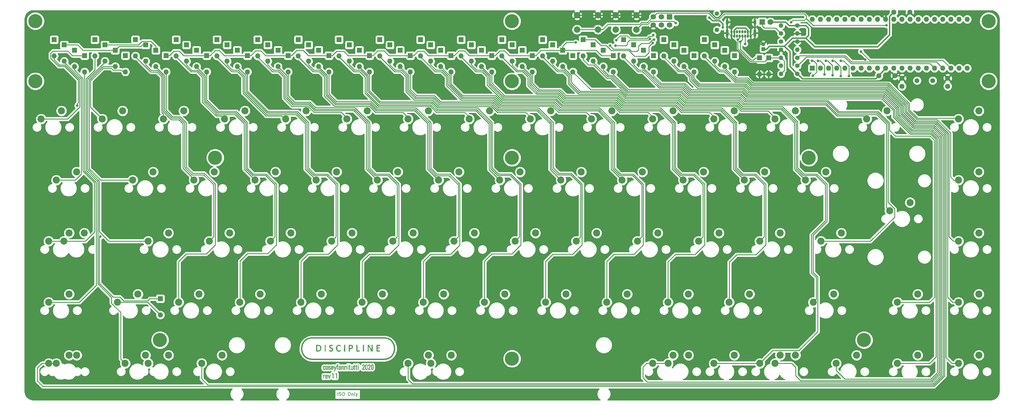
<source format=gtl>
G04 #@! TF.GenerationSoftware,KiCad,Pcbnew,(5.1.6)-1*
G04 #@! TF.CreationDate,2020-07-14T19:46:05+04:00*
G04 #@! TF.ProjectId,discipline-pcb,64697363-6970-46c6-996e-652d7063622e,rev?*
G04 #@! TF.SameCoordinates,Original*
G04 #@! TF.FileFunction,Copper,L1,Top*
G04 #@! TF.FilePolarity,Positive*
%FSLAX46Y46*%
G04 Gerber Fmt 4.6, Leading zero omitted, Abs format (unit mm)*
G04 Created by KiCad (PCBNEW (5.1.6)-1) date 2020-07-14 19:46:05*
%MOMM*%
%LPD*%
G01*
G04 APERTURE LIST*
G04 #@! TA.AperFunction,NonConductor*
%ADD10C,0.200000*%
G04 #@! TD*
G04 #@! TA.AperFunction,EtchedComponent*
%ADD11C,0.150000*%
G04 #@! TD*
G04 #@! TA.AperFunction,EtchedComponent*
%ADD12C,0.010000*%
G04 #@! TD*
G04 #@! TA.AperFunction,EtchedComponent*
%ADD13C,0.400000*%
G04 #@! TD*
G04 #@! TA.AperFunction,ComponentPad*
%ADD14C,2.200000*%
G04 #@! TD*
G04 #@! TA.AperFunction,ComponentPad*
%ADD15C,1.600000*%
G04 #@! TD*
G04 #@! TA.AperFunction,ComponentPad*
%ADD16R,1.200000X1.200000*%
G04 #@! TD*
G04 #@! TA.AperFunction,ComponentPad*
%ADD17C,1.200000*%
G04 #@! TD*
G04 #@! TA.AperFunction,ComponentPad*
%ADD18O,1.600000X1.600000*%
G04 #@! TD*
G04 #@! TA.AperFunction,ComponentPad*
%ADD19R,1.600000X1.600000*%
G04 #@! TD*
G04 #@! TA.AperFunction,ComponentPad*
%ADD20O,1.400000X1.400000*%
G04 #@! TD*
G04 #@! TA.AperFunction,ComponentPad*
%ADD21C,1.400000*%
G04 #@! TD*
G04 #@! TA.AperFunction,ComponentPad*
%ADD22C,4.400000*%
G04 #@! TD*
G04 #@! TA.AperFunction,ComponentPad*
%ADD23R,1.700000X1.700000*%
G04 #@! TD*
G04 #@! TA.AperFunction,ComponentPad*
%ADD24C,1.700000*%
G04 #@! TD*
G04 #@! TA.AperFunction,ComponentPad*
%ADD25C,1.500000*%
G04 #@! TD*
G04 #@! TA.AperFunction,ComponentPad*
%ADD26C,1.800000*%
G04 #@! TD*
G04 #@! TA.AperFunction,ComponentPad*
%ADD27R,1.800000X1.800000*%
G04 #@! TD*
G04 #@! TA.AperFunction,ComponentPad*
%ADD28O,0.650000X1.000000*%
G04 #@! TD*
G04 #@! TA.AperFunction,ComponentPad*
%ADD29O,0.900000X2.400000*%
G04 #@! TD*
G04 #@! TA.AperFunction,ComponentPad*
%ADD30O,0.900000X1.700000*%
G04 #@! TD*
G04 #@! TA.AperFunction,ComponentPad*
%ADD31C,2.000000*%
G04 #@! TD*
G04 #@! TA.AperFunction,ViaPad*
%ADD32C,0.800000*%
G04 #@! TD*
G04 #@! TA.AperFunction,Conductor*
%ADD33C,0.250000*%
G04 #@! TD*
G04 #@! TA.AperFunction,Conductor*
%ADD34C,0.400000*%
G04 #@! TD*
G04 #@! TA.AperFunction,Conductor*
%ADD35C,0.254000*%
G04 #@! TD*
G04 APERTURE END LIST*
D10*
X152000000Y-178452380D02*
X152000000Y-177452380D01*
X152428571Y-178404761D02*
X152571428Y-178452380D01*
X152809523Y-178452380D01*
X152904761Y-178404761D01*
X152952380Y-178357142D01*
X153000000Y-178261904D01*
X153000000Y-178166666D01*
X152952380Y-178071428D01*
X152904761Y-178023809D01*
X152809523Y-177976190D01*
X152619047Y-177928571D01*
X152523809Y-177880952D01*
X152476190Y-177833333D01*
X152428571Y-177738095D01*
X152428571Y-177642857D01*
X152476190Y-177547619D01*
X152523809Y-177500000D01*
X152619047Y-177452380D01*
X152857142Y-177452380D01*
X153000000Y-177500000D01*
X153619047Y-177452380D02*
X153809523Y-177452380D01*
X153904761Y-177500000D01*
X154000000Y-177595238D01*
X154047619Y-177785714D01*
X154047619Y-178119047D01*
X154000000Y-178309523D01*
X153904761Y-178404761D01*
X153809523Y-178452380D01*
X153619047Y-178452380D01*
X153523809Y-178404761D01*
X153428571Y-178309523D01*
X153380952Y-178119047D01*
X153380952Y-177785714D01*
X153428571Y-177595238D01*
X153523809Y-177500000D01*
X153619047Y-177452380D01*
X155428571Y-177452380D02*
X155619047Y-177452380D01*
X155714285Y-177500000D01*
X155809523Y-177595238D01*
X155857142Y-177785714D01*
X155857142Y-178119047D01*
X155809523Y-178309523D01*
X155714285Y-178404761D01*
X155619047Y-178452380D01*
X155428571Y-178452380D01*
X155333333Y-178404761D01*
X155238095Y-178309523D01*
X155190476Y-178119047D01*
X155190476Y-177785714D01*
X155238095Y-177595238D01*
X155333333Y-177500000D01*
X155428571Y-177452380D01*
X156285714Y-177785714D02*
X156285714Y-178452380D01*
X156285714Y-177880952D02*
X156333333Y-177833333D01*
X156428571Y-177785714D01*
X156571428Y-177785714D01*
X156666666Y-177833333D01*
X156714285Y-177928571D01*
X156714285Y-178452380D01*
X157333333Y-178452380D02*
X157238095Y-178404761D01*
X157190476Y-178309523D01*
X157190476Y-177452380D01*
X157619047Y-177785714D02*
X157857142Y-178452380D01*
X158095238Y-177785714D02*
X157857142Y-178452380D01*
X157761904Y-178690476D01*
X157714285Y-178738095D01*
X157619047Y-178785714D01*
D11*
X151085196Y-172974204D02*
G75*
G03*
X151085196Y-172974204I-56796J0D01*
G01*
D12*
G36*
X151658972Y-173101000D02*
G01*
X151496694Y-173101000D01*
X151496694Y-171634029D01*
X151362156Y-171718413D01*
X151322503Y-171743230D01*
X151286246Y-171765819D01*
X151255305Y-171784992D01*
X151231600Y-171799561D01*
X151217050Y-171808340D01*
X151213990Y-171810091D01*
X151208210Y-171812505D01*
X151204354Y-171810962D01*
X151202040Y-171803315D01*
X151200888Y-171787416D01*
X151200515Y-171761116D01*
X151200515Y-171734234D01*
X151200670Y-171651083D01*
X151315383Y-171575236D01*
X151430095Y-171499388D01*
X151658972Y-171499388D01*
X151658972Y-173101000D01*
G37*
X151658972Y-173101000D02*
X151496694Y-173101000D01*
X151496694Y-171634029D01*
X151362156Y-171718413D01*
X151322503Y-171743230D01*
X151286246Y-171765819D01*
X151255305Y-171784992D01*
X151231600Y-171799561D01*
X151217050Y-171808340D01*
X151213990Y-171810091D01*
X151208210Y-171812505D01*
X151204354Y-171810962D01*
X151202040Y-171803315D01*
X151200888Y-171787416D01*
X151200515Y-171761116D01*
X151200515Y-171734234D01*
X151200670Y-171651083D01*
X151315383Y-171575236D01*
X151430095Y-171499388D01*
X151658972Y-171499388D01*
X151658972Y-173101000D01*
G36*
X148438439Y-171939035D02*
G01*
X148471606Y-171942554D01*
X148504768Y-171947851D01*
X148531151Y-171953828D01*
X148532788Y-171954310D01*
X148580620Y-171974735D01*
X148626988Y-172005329D01*
X148667078Y-172042553D01*
X148686635Y-172067361D01*
X148704974Y-172097070D01*
X148719797Y-172127896D01*
X148731438Y-172161691D01*
X148740229Y-172200304D01*
X148746503Y-172245586D01*
X148750593Y-172299387D01*
X148752830Y-172363557D01*
X148753549Y-172439541D01*
X148753688Y-172593000D01*
X148231577Y-172593000D01*
X148231577Y-172697552D01*
X148232410Y-172752171D01*
X148235277Y-172795424D01*
X148240734Y-172829978D01*
X148249336Y-172858500D01*
X148261636Y-172883658D01*
X148274262Y-172902809D01*
X148305177Y-172934285D01*
X148344787Y-172955098D01*
X148393507Y-172965430D01*
X148422077Y-172966720D01*
X148474696Y-172961517D01*
X148517750Y-172945964D01*
X148551465Y-172919864D01*
X148576069Y-172883021D01*
X148591788Y-172835237D01*
X148595068Y-172817013D01*
X148600068Y-172783500D01*
X148753688Y-172783500D01*
X148753688Y-172817295D01*
X148751756Y-172844151D01*
X148746824Y-172875304D01*
X148743139Y-172891593D01*
X148720553Y-172953800D01*
X148687791Y-173006235D01*
X148644948Y-173048804D01*
X148592114Y-173081412D01*
X148535986Y-173102196D01*
X148496514Y-173109795D01*
X148449075Y-173113867D01*
X148398981Y-173114371D01*
X148351543Y-173111264D01*
X148312070Y-173104506D01*
X148309927Y-173103945D01*
X148248237Y-173080413D01*
X148194451Y-173045500D01*
X148149280Y-172999964D01*
X148113434Y-172944563D01*
X148087624Y-172880055D01*
X148082451Y-172861111D01*
X148079759Y-172842720D01*
X148077469Y-172812191D01*
X148075583Y-172771479D01*
X148074099Y-172722542D01*
X148073017Y-172667333D01*
X148072338Y-172607810D01*
X148072060Y-172545928D01*
X148072184Y-172483643D01*
X148072520Y-172444833D01*
X148230311Y-172444833D01*
X148592889Y-172444833D01*
X148590025Y-172333708D01*
X148588706Y-172290291D01*
X148587079Y-172258200D01*
X148584771Y-172234648D01*
X148581412Y-172216850D01*
X148576629Y-172202021D01*
X148570662Y-172188627D01*
X148545213Y-172146262D01*
X148515209Y-172116464D01*
X148478641Y-172097977D01*
X148433502Y-172089544D01*
X148410972Y-172088695D01*
X148380849Y-172089165D01*
X148359742Y-172091571D01*
X148342576Y-172097092D01*
X148324277Y-172106903D01*
X148319250Y-172109967D01*
X148298023Y-172125125D01*
X148281594Y-172142891D01*
X148266084Y-172167822D01*
X148259800Y-172179779D01*
X148250398Y-172198558D01*
X148243696Y-172214105D01*
X148239172Y-172229433D01*
X148236305Y-172247560D01*
X148234574Y-172271500D01*
X148233457Y-172304269D01*
X148232708Y-172336492D01*
X148230311Y-172444833D01*
X148072520Y-172444833D01*
X148072710Y-172422910D01*
X148073637Y-172365687D01*
X148074965Y-172313927D01*
X148076694Y-172269589D01*
X148078823Y-172234626D01*
X148081353Y-172210996D01*
X148082529Y-172204944D01*
X148106366Y-172133599D01*
X148139323Y-172072741D01*
X148180925Y-172022727D01*
X148230695Y-171983910D01*
X148288157Y-171956649D01*
X148352835Y-171941298D01*
X148424252Y-171938213D01*
X148438439Y-171939035D01*
G37*
X148438439Y-171939035D02*
X148471606Y-171942554D01*
X148504768Y-171947851D01*
X148531151Y-171953828D01*
X148532788Y-171954310D01*
X148580620Y-171974735D01*
X148626988Y-172005329D01*
X148667078Y-172042553D01*
X148686635Y-172067361D01*
X148704974Y-172097070D01*
X148719797Y-172127896D01*
X148731438Y-172161691D01*
X148740229Y-172200304D01*
X148746503Y-172245586D01*
X148750593Y-172299387D01*
X148752830Y-172363557D01*
X148753549Y-172439541D01*
X148753688Y-172593000D01*
X148231577Y-172593000D01*
X148231577Y-172697552D01*
X148232410Y-172752171D01*
X148235277Y-172795424D01*
X148240734Y-172829978D01*
X148249336Y-172858500D01*
X148261636Y-172883658D01*
X148274262Y-172902809D01*
X148305177Y-172934285D01*
X148344787Y-172955098D01*
X148393507Y-172965430D01*
X148422077Y-172966720D01*
X148474696Y-172961517D01*
X148517750Y-172945964D01*
X148551465Y-172919864D01*
X148576069Y-172883021D01*
X148591788Y-172835237D01*
X148595068Y-172817013D01*
X148600068Y-172783500D01*
X148753688Y-172783500D01*
X148753688Y-172817295D01*
X148751756Y-172844151D01*
X148746824Y-172875304D01*
X148743139Y-172891593D01*
X148720553Y-172953800D01*
X148687791Y-173006235D01*
X148644948Y-173048804D01*
X148592114Y-173081412D01*
X148535986Y-173102196D01*
X148496514Y-173109795D01*
X148449075Y-173113867D01*
X148398981Y-173114371D01*
X148351543Y-173111264D01*
X148312070Y-173104506D01*
X148309927Y-173103945D01*
X148248237Y-173080413D01*
X148194451Y-173045500D01*
X148149280Y-172999964D01*
X148113434Y-172944563D01*
X148087624Y-172880055D01*
X148082451Y-172861111D01*
X148079759Y-172842720D01*
X148077469Y-172812191D01*
X148075583Y-172771479D01*
X148074099Y-172722542D01*
X148073017Y-172667333D01*
X148072338Y-172607810D01*
X148072060Y-172545928D01*
X148072184Y-172483643D01*
X148072520Y-172444833D01*
X148230311Y-172444833D01*
X148592889Y-172444833D01*
X148590025Y-172333708D01*
X148588706Y-172290291D01*
X148587079Y-172258200D01*
X148584771Y-172234648D01*
X148581412Y-172216850D01*
X148576629Y-172202021D01*
X148570662Y-172188627D01*
X148545213Y-172146262D01*
X148515209Y-172116464D01*
X148478641Y-172097977D01*
X148433502Y-172089544D01*
X148410972Y-172088695D01*
X148380849Y-172089165D01*
X148359742Y-172091571D01*
X148342576Y-172097092D01*
X148324277Y-172106903D01*
X148319250Y-172109967D01*
X148298023Y-172125125D01*
X148281594Y-172142891D01*
X148266084Y-172167822D01*
X148259800Y-172179779D01*
X148250398Y-172198558D01*
X148243696Y-172214105D01*
X148239172Y-172229433D01*
X148236305Y-172247560D01*
X148234574Y-172271500D01*
X148233457Y-172304269D01*
X148232708Y-172336492D01*
X148230311Y-172444833D01*
X148072520Y-172444833D01*
X148072710Y-172422910D01*
X148073637Y-172365687D01*
X148074965Y-172313927D01*
X148076694Y-172269589D01*
X148078823Y-172234626D01*
X148081353Y-172210996D01*
X148082529Y-172204944D01*
X148106366Y-172133599D01*
X148139323Y-172072741D01*
X148180925Y-172022727D01*
X148230695Y-171983910D01*
X148288157Y-171956649D01*
X148352835Y-171941298D01*
X148424252Y-171938213D01*
X148438439Y-171939035D01*
G36*
X147907022Y-172085000D02*
G01*
X147880563Y-172085053D01*
X147817144Y-172090536D01*
X147756122Y-172105947D01*
X147699738Y-172130113D01*
X147650231Y-172161862D01*
X147609844Y-172200023D01*
X147581876Y-172241314D01*
X147574620Y-172255873D01*
X147568459Y-172269737D01*
X147563302Y-172284152D01*
X147559061Y-172300362D01*
X147555645Y-172319614D01*
X147552965Y-172343154D01*
X147550931Y-172372227D01*
X147549454Y-172408080D01*
X147548443Y-172451959D01*
X147547809Y-172505108D01*
X147547462Y-172568774D01*
X147547312Y-172644203D01*
X147547272Y-172721763D01*
X147547188Y-173101000D01*
X147384911Y-173101000D01*
X147384911Y-171958000D01*
X147547188Y-171958000D01*
X147547188Y-172114006D01*
X147591877Y-172069516D01*
X147653526Y-172017476D01*
X147720973Y-171978152D01*
X147793696Y-171951798D01*
X147861321Y-171939566D01*
X147907022Y-171934884D01*
X147907022Y-172085000D01*
G37*
X147907022Y-172085000D02*
X147880563Y-172085053D01*
X147817144Y-172090536D01*
X147756122Y-172105947D01*
X147699738Y-172130113D01*
X147650231Y-172161862D01*
X147609844Y-172200023D01*
X147581876Y-172241314D01*
X147574620Y-172255873D01*
X147568459Y-172269737D01*
X147563302Y-172284152D01*
X147559061Y-172300362D01*
X147555645Y-172319614D01*
X147552965Y-172343154D01*
X147550931Y-172372227D01*
X147549454Y-172408080D01*
X147548443Y-172451959D01*
X147547809Y-172505108D01*
X147547462Y-172568774D01*
X147547312Y-172644203D01*
X147547272Y-172721763D01*
X147547188Y-173101000D01*
X147384911Y-173101000D01*
X147384911Y-171958000D01*
X147547188Y-171958000D01*
X147547188Y-172114006D01*
X147591877Y-172069516D01*
X147653526Y-172017476D01*
X147720973Y-171978152D01*
X147793696Y-171951798D01*
X147861321Y-171939566D01*
X147907022Y-171934884D01*
X147907022Y-172085000D01*
G36*
X149639535Y-171958173D02*
G01*
X149662567Y-171958930D01*
X149675965Y-171960628D01*
X149681966Y-171963620D01*
X149682807Y-171968264D01*
X149682296Y-171970347D01*
X149679869Y-171978949D01*
X149673963Y-172000092D01*
X149664872Y-172032718D01*
X149652889Y-172075773D01*
X149638308Y-172128198D01*
X149621423Y-172188938D01*
X149602527Y-172256936D01*
X149581916Y-172331134D01*
X149559881Y-172410478D01*
X149536718Y-172493909D01*
X149529776Y-172518916D01*
X149506242Y-172603661D01*
X149483671Y-172684857D01*
X149462367Y-172761421D01*
X149442633Y-172832268D01*
X149424770Y-172896315D01*
X149409082Y-172952477D01*
X149395871Y-172999669D01*
X149385440Y-173036808D01*
X149378092Y-173062809D01*
X149374129Y-173076588D01*
X149373680Y-173078069D01*
X149366427Y-173101000D01*
X149220449Y-173101000D01*
X149213111Y-173078069D01*
X149209423Y-173065703D01*
X149202439Y-173041463D01*
X149192504Y-173006585D01*
X149179964Y-172962302D01*
X149165163Y-172909851D01*
X149148448Y-172850466D01*
X149130162Y-172785382D01*
X149110651Y-172715834D01*
X149090261Y-172643057D01*
X149069335Y-172568285D01*
X149048220Y-172492754D01*
X149027261Y-172417698D01*
X149006802Y-172344353D01*
X148987189Y-172273953D01*
X148968766Y-172207733D01*
X148951880Y-172146929D01*
X148936874Y-172092775D01*
X148924095Y-172046505D01*
X148913887Y-172009356D01*
X148906595Y-171982561D01*
X148902565Y-171967356D01*
X148901855Y-171964295D01*
X148908445Y-171961816D01*
X148926360Y-171959797D01*
X148952814Y-171958454D01*
X148982994Y-171958000D01*
X149014939Y-171958227D01*
X149040964Y-171958844D01*
X149058281Y-171959755D01*
X149064133Y-171960794D01*
X149065820Y-171968149D01*
X149070647Y-171987751D01*
X149078262Y-172018219D01*
X149088313Y-172058170D01*
X149100446Y-172106222D01*
X149114311Y-172160992D01*
X149129556Y-172221098D01*
X149145827Y-172285158D01*
X149162773Y-172351790D01*
X149180042Y-172419610D01*
X149197281Y-172487237D01*
X149214139Y-172553289D01*
X149230263Y-172616382D01*
X149245302Y-172675135D01*
X149258902Y-172728164D01*
X149270712Y-172774089D01*
X149280381Y-172811526D01*
X149287554Y-172839093D01*
X149291881Y-172855408D01*
X149293048Y-172859430D01*
X149295031Y-172853113D01*
X149300156Y-172834266D01*
X149308126Y-172804044D01*
X149318644Y-172763604D01*
X149331410Y-172714099D01*
X149346128Y-172656687D01*
X149362499Y-172592522D01*
X149380226Y-172522760D01*
X149399011Y-172448557D01*
X149402159Y-172436097D01*
X149421305Y-172360294D01*
X149439579Y-172287970D01*
X149456661Y-172220386D01*
X149472233Y-172158802D01*
X149485975Y-172104478D01*
X149497569Y-172058674D01*
X149506696Y-172022651D01*
X149513038Y-171997667D01*
X149516275Y-171984984D01*
X149516412Y-171984458D01*
X149523288Y-171958000D01*
X149604630Y-171958000D01*
X149639535Y-171958173D01*
G37*
X149639535Y-171958173D02*
X149662567Y-171958930D01*
X149675965Y-171960628D01*
X149681966Y-171963620D01*
X149682807Y-171968264D01*
X149682296Y-171970347D01*
X149679869Y-171978949D01*
X149673963Y-172000092D01*
X149664872Y-172032718D01*
X149652889Y-172075773D01*
X149638308Y-172128198D01*
X149621423Y-172188938D01*
X149602527Y-172256936D01*
X149581916Y-172331134D01*
X149559881Y-172410478D01*
X149536718Y-172493909D01*
X149529776Y-172518916D01*
X149506242Y-172603661D01*
X149483671Y-172684857D01*
X149462367Y-172761421D01*
X149442633Y-172832268D01*
X149424770Y-172896315D01*
X149409082Y-172952477D01*
X149395871Y-172999669D01*
X149385440Y-173036808D01*
X149378092Y-173062809D01*
X149374129Y-173076588D01*
X149373680Y-173078069D01*
X149366427Y-173101000D01*
X149220449Y-173101000D01*
X149213111Y-173078069D01*
X149209423Y-173065703D01*
X149202439Y-173041463D01*
X149192504Y-173006585D01*
X149179964Y-172962302D01*
X149165163Y-172909851D01*
X149148448Y-172850466D01*
X149130162Y-172785382D01*
X149110651Y-172715834D01*
X149090261Y-172643057D01*
X149069335Y-172568285D01*
X149048220Y-172492754D01*
X149027261Y-172417698D01*
X149006802Y-172344353D01*
X148987189Y-172273953D01*
X148968766Y-172207733D01*
X148951880Y-172146929D01*
X148936874Y-172092775D01*
X148924095Y-172046505D01*
X148913887Y-172009356D01*
X148906595Y-171982561D01*
X148902565Y-171967356D01*
X148901855Y-171964295D01*
X148908445Y-171961816D01*
X148926360Y-171959797D01*
X148952814Y-171958454D01*
X148982994Y-171958000D01*
X149014939Y-171958227D01*
X149040964Y-171958844D01*
X149058281Y-171959755D01*
X149064133Y-171960794D01*
X149065820Y-171968149D01*
X149070647Y-171987751D01*
X149078262Y-172018219D01*
X149088313Y-172058170D01*
X149100446Y-172106222D01*
X149114311Y-172160992D01*
X149129556Y-172221098D01*
X149145827Y-172285158D01*
X149162773Y-172351790D01*
X149180042Y-172419610D01*
X149197281Y-172487237D01*
X149214139Y-172553289D01*
X149230263Y-172616382D01*
X149245302Y-172675135D01*
X149258902Y-172728164D01*
X149270712Y-172774089D01*
X149280381Y-172811526D01*
X149287554Y-172839093D01*
X149291881Y-172855408D01*
X149293048Y-172859430D01*
X149295031Y-172853113D01*
X149300156Y-172834266D01*
X149308126Y-172804044D01*
X149318644Y-172763604D01*
X149331410Y-172714099D01*
X149346128Y-172656687D01*
X149362499Y-172592522D01*
X149380226Y-172522760D01*
X149399011Y-172448557D01*
X149402159Y-172436097D01*
X149421305Y-172360294D01*
X149439579Y-172287970D01*
X149456661Y-172220386D01*
X149472233Y-172158802D01*
X149485975Y-172104478D01*
X149497569Y-172058674D01*
X149506696Y-172022651D01*
X149513038Y-171997667D01*
X149516275Y-171984984D01*
X149516412Y-171984458D01*
X149523288Y-171958000D01*
X149604630Y-171958000D01*
X149639535Y-171958173D01*
G36*
X150559911Y-173101000D02*
G01*
X150397633Y-173101000D01*
X150397633Y-171634029D01*
X150263095Y-171718413D01*
X150223442Y-171743230D01*
X150187185Y-171765819D01*
X150156244Y-171784992D01*
X150132539Y-171799561D01*
X150117989Y-171808340D01*
X150114929Y-171810091D01*
X150109149Y-171812505D01*
X150105293Y-171810962D01*
X150102979Y-171803315D01*
X150101827Y-171787416D01*
X150101454Y-171761116D01*
X150101454Y-171734234D01*
X150101609Y-171651083D01*
X150216322Y-171575236D01*
X150331034Y-171499388D01*
X150559911Y-171499388D01*
X150559911Y-173101000D01*
G37*
X150559911Y-173101000D02*
X150397633Y-173101000D01*
X150397633Y-171634029D01*
X150263095Y-171718413D01*
X150223442Y-171743230D01*
X150187185Y-171765819D01*
X150156244Y-171784992D01*
X150132539Y-171799561D01*
X150117989Y-171808340D01*
X150114929Y-171810091D01*
X150109149Y-171812505D01*
X150105293Y-171810962D01*
X150102979Y-171803315D01*
X150101827Y-171787416D01*
X150101454Y-171761116D01*
X150101454Y-171734234D01*
X150101609Y-171651083D01*
X150216322Y-171575236D01*
X150331034Y-171499388D01*
X150559911Y-171499388D01*
X150559911Y-173101000D01*
G36*
X150856844Y-169258897D02*
G01*
X150861043Y-169273919D01*
X150868471Y-169300906D01*
X150878677Y-169338202D01*
X150891212Y-169384149D01*
X150905627Y-169437090D01*
X150921472Y-169495366D01*
X150938297Y-169557320D01*
X150955653Y-169621295D01*
X150973091Y-169685633D01*
X150990161Y-169748677D01*
X151006414Y-169808769D01*
X151021400Y-169864252D01*
X151034669Y-169913468D01*
X151045772Y-169954759D01*
X151054260Y-169986468D01*
X151059181Y-170005022D01*
X151066867Y-170033233D01*
X151073782Y-170056772D01*
X151078794Y-170071852D01*
X151079961Y-170074572D01*
X151082495Y-170069618D01*
X151088100Y-170052084D01*
X151096478Y-170023093D01*
X151107328Y-169983766D01*
X151120349Y-169935226D01*
X151135242Y-169878595D01*
X151151706Y-169814995D01*
X151169441Y-169745549D01*
X151188147Y-169671378D01*
X151192746Y-169653002D01*
X151300508Y-169221855D01*
X151380778Y-169221855D01*
X151417707Y-169222280D01*
X151442250Y-169223683D01*
X151456108Y-169226254D01*
X151460984Y-169230182D01*
X151461047Y-169230816D01*
X151459259Y-169241710D01*
X151454554Y-169261929D01*
X151447923Y-169287237D01*
X151447431Y-169289025D01*
X151443675Y-169302824D01*
X151436548Y-169329235D01*
X151426321Y-169367239D01*
X151413269Y-169415817D01*
X151397664Y-169473948D01*
X151379781Y-169540614D01*
X151359893Y-169614794D01*
X151338273Y-169695469D01*
X151315195Y-169781620D01*
X151290932Y-169872226D01*
X151265757Y-169966269D01*
X151256525Y-170000764D01*
X151231121Y-170095397D01*
X151206466Y-170186660D01*
X151182835Y-170273565D01*
X151160506Y-170355123D01*
X151139753Y-170430346D01*
X151120852Y-170498244D01*
X151104079Y-170557829D01*
X151089710Y-170608112D01*
X151078021Y-170648105D01*
X151069287Y-170676818D01*
X151063785Y-170693264D01*
X151062579Y-170696130D01*
X151034632Y-170739451D01*
X150998311Y-170774666D01*
X150952597Y-170802324D01*
X150896473Y-170822974D01*
X150828919Y-170837166D01*
X150792533Y-170841803D01*
X150748436Y-170846456D01*
X150748436Y-170691343D01*
X150792741Y-170687786D01*
X150844389Y-170677321D01*
X150888628Y-170654855D01*
X150925349Y-170620463D01*
X150952812Y-170577536D01*
X150960333Y-170559108D01*
X150969772Y-170531019D01*
X150980233Y-170496562D01*
X150990819Y-170459028D01*
X151000633Y-170421707D01*
X151008779Y-170387892D01*
X151014361Y-170360875D01*
X151016480Y-170343945D01*
X151016481Y-170343822D01*
X151014487Y-170334479D01*
X151008689Y-170312682D01*
X150999392Y-170279478D01*
X150986903Y-170235911D01*
X150971528Y-170183028D01*
X150953573Y-170121873D01*
X150933345Y-170053493D01*
X150911150Y-169978933D01*
X150887293Y-169899238D01*
X150862082Y-169815455D01*
X150850741Y-169777903D01*
X150825098Y-169693041D01*
X150800668Y-169612104D01*
X150777755Y-169536103D01*
X150756662Y-169466052D01*
X150737695Y-169402962D01*
X150721156Y-169347847D01*
X150707350Y-169301719D01*
X150696580Y-169265590D01*
X150689152Y-169240473D01*
X150685369Y-169227380D01*
X150684936Y-169225673D01*
X150691525Y-169224165D01*
X150709431Y-169222939D01*
X150735860Y-169222125D01*
X150765574Y-169221855D01*
X150846212Y-169221855D01*
X150856844Y-169258897D01*
G37*
X150856844Y-169258897D02*
X150861043Y-169273919D01*
X150868471Y-169300906D01*
X150878677Y-169338202D01*
X150891212Y-169384149D01*
X150905627Y-169437090D01*
X150921472Y-169495366D01*
X150938297Y-169557320D01*
X150955653Y-169621295D01*
X150973091Y-169685633D01*
X150990161Y-169748677D01*
X151006414Y-169808769D01*
X151021400Y-169864252D01*
X151034669Y-169913468D01*
X151045772Y-169954759D01*
X151054260Y-169986468D01*
X151059181Y-170005022D01*
X151066867Y-170033233D01*
X151073782Y-170056772D01*
X151078794Y-170071852D01*
X151079961Y-170074572D01*
X151082495Y-170069618D01*
X151088100Y-170052084D01*
X151096478Y-170023093D01*
X151107328Y-169983766D01*
X151120349Y-169935226D01*
X151135242Y-169878595D01*
X151151706Y-169814995D01*
X151169441Y-169745549D01*
X151188147Y-169671378D01*
X151192746Y-169653002D01*
X151300508Y-169221855D01*
X151380778Y-169221855D01*
X151417707Y-169222280D01*
X151442250Y-169223683D01*
X151456108Y-169226254D01*
X151460984Y-169230182D01*
X151461047Y-169230816D01*
X151459259Y-169241710D01*
X151454554Y-169261929D01*
X151447923Y-169287237D01*
X151447431Y-169289025D01*
X151443675Y-169302824D01*
X151436548Y-169329235D01*
X151426321Y-169367239D01*
X151413269Y-169415817D01*
X151397664Y-169473948D01*
X151379781Y-169540614D01*
X151359893Y-169614794D01*
X151338273Y-169695469D01*
X151315195Y-169781620D01*
X151290932Y-169872226D01*
X151265757Y-169966269D01*
X151256525Y-170000764D01*
X151231121Y-170095397D01*
X151206466Y-170186660D01*
X151182835Y-170273565D01*
X151160506Y-170355123D01*
X151139753Y-170430346D01*
X151120852Y-170498244D01*
X151104079Y-170557829D01*
X151089710Y-170608112D01*
X151078021Y-170648105D01*
X151069287Y-170676818D01*
X151063785Y-170693264D01*
X151062579Y-170696130D01*
X151034632Y-170739451D01*
X150998311Y-170774666D01*
X150952597Y-170802324D01*
X150896473Y-170822974D01*
X150828919Y-170837166D01*
X150792533Y-170841803D01*
X150748436Y-170846456D01*
X150748436Y-170691343D01*
X150792741Y-170687786D01*
X150844389Y-170677321D01*
X150888628Y-170654855D01*
X150925349Y-170620463D01*
X150952812Y-170577536D01*
X150960333Y-170559108D01*
X150969772Y-170531019D01*
X150980233Y-170496562D01*
X150990819Y-170459028D01*
X151000633Y-170421707D01*
X151008779Y-170387892D01*
X151014361Y-170360875D01*
X151016480Y-170343945D01*
X151016481Y-170343822D01*
X151014487Y-170334479D01*
X151008689Y-170312682D01*
X150999392Y-170279478D01*
X150986903Y-170235911D01*
X150971528Y-170183028D01*
X150953573Y-170121873D01*
X150933345Y-170053493D01*
X150911150Y-169978933D01*
X150887293Y-169899238D01*
X150862082Y-169815455D01*
X150850741Y-169777903D01*
X150825098Y-169693041D01*
X150800668Y-169612104D01*
X150777755Y-169536103D01*
X150756662Y-169466052D01*
X150737695Y-169402962D01*
X150721156Y-169347847D01*
X150707350Y-169301719D01*
X150696580Y-169265590D01*
X150689152Y-169240473D01*
X150685369Y-169227380D01*
X150684936Y-169225673D01*
X150691525Y-169224165D01*
X150709431Y-169222939D01*
X150735860Y-169222125D01*
X150765574Y-169221855D01*
X150846212Y-169221855D01*
X150856844Y-169258897D01*
G36*
X147712376Y-169202920D02*
G01*
X147784249Y-169213827D01*
X147847903Y-169235586D01*
X147902777Y-169267805D01*
X147948311Y-169310089D01*
X147983946Y-169362046D01*
X148004168Y-169408053D01*
X148010089Y-169429144D01*
X148015817Y-169456712D01*
X148020897Y-169487324D01*
X148024872Y-169517552D01*
X148027286Y-169543962D01*
X148027681Y-169563124D01*
X148025893Y-169571379D01*
X148017907Y-169572739D01*
X147998949Y-169573820D01*
X147972160Y-169574486D01*
X147950706Y-169574633D01*
X147878773Y-169574633D01*
X147873980Y-169527848D01*
X147866287Y-169481482D01*
X147852980Y-169444916D01*
X147832579Y-169414463D01*
X147825314Y-169406445D01*
X147797673Y-169381397D01*
X147769447Y-169365083D01*
X147736643Y-169355993D01*
X147695269Y-169352614D01*
X147682797Y-169352484D01*
X147636661Y-169354978D01*
X147600537Y-169363351D01*
X147571074Y-169378945D01*
X147544924Y-169403099D01*
X147539037Y-169409991D01*
X147529074Y-169422430D01*
X147520772Y-169434343D01*
X147513982Y-169447098D01*
X147508551Y-169462061D01*
X147504329Y-169480600D01*
X147501163Y-169504081D01*
X147498904Y-169533872D01*
X147497399Y-169571340D01*
X147496497Y-169617851D01*
X147496048Y-169674772D01*
X147495899Y-169743471D01*
X147495894Y-169799904D01*
X147495963Y-170100272D01*
X147512599Y-170135550D01*
X147537454Y-170175355D01*
X147569692Y-170204010D01*
X147610287Y-170222073D01*
X147660211Y-170230103D01*
X147678451Y-170230645D01*
X147724081Y-170228537D01*
X147760039Y-170221027D01*
X147790159Y-170206799D01*
X147818275Y-170184535D01*
X147821406Y-170181544D01*
X147851054Y-170143370D01*
X147870068Y-170098202D01*
X147876824Y-170049904D01*
X147876825Y-170049602D01*
X147876825Y-170026188D01*
X148032047Y-170026188D01*
X148031994Y-170045591D01*
X148026640Y-170102134D01*
X148011905Y-170159692D01*
X147989328Y-170214302D01*
X147960445Y-170262001D01*
X147937587Y-170288868D01*
X147898984Y-170319976D01*
X147851591Y-170346549D01*
X147800608Y-170365879D01*
X147779464Y-170371169D01*
X147745784Y-170375804D01*
X147704251Y-170378025D01*
X147659732Y-170377905D01*
X147617097Y-170375518D01*
X147581215Y-170370937D01*
X147567832Y-170367983D01*
X147503769Y-170344531D01*
X147449879Y-170311314D01*
X147405987Y-170268158D01*
X147371915Y-170214887D01*
X147347484Y-170151325D01*
X147347011Y-170149661D01*
X147344551Y-170138178D01*
X147342508Y-170121956D01*
X147340847Y-170099798D01*
X147339536Y-170070509D01*
X147338542Y-170032892D01*
X147337833Y-169985751D01*
X147337374Y-169927891D01*
X147337133Y-169858116D01*
X147337075Y-169789827D01*
X147337088Y-169713719D01*
X147337168Y-169650350D01*
X147337375Y-169598344D01*
X147337771Y-169556331D01*
X147338416Y-169522935D01*
X147339372Y-169496785D01*
X147340698Y-169476507D01*
X147342457Y-169460728D01*
X147344708Y-169448074D01*
X147347514Y-169437173D01*
X147350934Y-169426650D01*
X147353499Y-169419411D01*
X147382857Y-169355734D01*
X147421318Y-169302750D01*
X147468545Y-169260660D01*
X147524199Y-169229669D01*
X147587942Y-169209982D01*
X147659436Y-169201802D01*
X147712376Y-169202920D01*
G37*
X147712376Y-169202920D02*
X147784249Y-169213827D01*
X147847903Y-169235586D01*
X147902777Y-169267805D01*
X147948311Y-169310089D01*
X147983946Y-169362046D01*
X148004168Y-169408053D01*
X148010089Y-169429144D01*
X148015817Y-169456712D01*
X148020897Y-169487324D01*
X148024872Y-169517552D01*
X148027286Y-169543962D01*
X148027681Y-169563124D01*
X148025893Y-169571379D01*
X148017907Y-169572739D01*
X147998949Y-169573820D01*
X147972160Y-169574486D01*
X147950706Y-169574633D01*
X147878773Y-169574633D01*
X147873980Y-169527848D01*
X147866287Y-169481482D01*
X147852980Y-169444916D01*
X147832579Y-169414463D01*
X147825314Y-169406445D01*
X147797673Y-169381397D01*
X147769447Y-169365083D01*
X147736643Y-169355993D01*
X147695269Y-169352614D01*
X147682797Y-169352484D01*
X147636661Y-169354978D01*
X147600537Y-169363351D01*
X147571074Y-169378945D01*
X147544924Y-169403099D01*
X147539037Y-169409991D01*
X147529074Y-169422430D01*
X147520772Y-169434343D01*
X147513982Y-169447098D01*
X147508551Y-169462061D01*
X147504329Y-169480600D01*
X147501163Y-169504081D01*
X147498904Y-169533872D01*
X147497399Y-169571340D01*
X147496497Y-169617851D01*
X147496048Y-169674772D01*
X147495899Y-169743471D01*
X147495894Y-169799904D01*
X147495963Y-170100272D01*
X147512599Y-170135550D01*
X147537454Y-170175355D01*
X147569692Y-170204010D01*
X147610287Y-170222073D01*
X147660211Y-170230103D01*
X147678451Y-170230645D01*
X147724081Y-170228537D01*
X147760039Y-170221027D01*
X147790159Y-170206799D01*
X147818275Y-170184535D01*
X147821406Y-170181544D01*
X147851054Y-170143370D01*
X147870068Y-170098202D01*
X147876824Y-170049904D01*
X147876825Y-170049602D01*
X147876825Y-170026188D01*
X148032047Y-170026188D01*
X148031994Y-170045591D01*
X148026640Y-170102134D01*
X148011905Y-170159692D01*
X147989328Y-170214302D01*
X147960445Y-170262001D01*
X147937587Y-170288868D01*
X147898984Y-170319976D01*
X147851591Y-170346549D01*
X147800608Y-170365879D01*
X147779464Y-170371169D01*
X147745784Y-170375804D01*
X147704251Y-170378025D01*
X147659732Y-170377905D01*
X147617097Y-170375518D01*
X147581215Y-170370937D01*
X147567832Y-170367983D01*
X147503769Y-170344531D01*
X147449879Y-170311314D01*
X147405987Y-170268158D01*
X147371915Y-170214887D01*
X147347484Y-170151325D01*
X147347011Y-170149661D01*
X147344551Y-170138178D01*
X147342508Y-170121956D01*
X147340847Y-170099798D01*
X147339536Y-170070509D01*
X147338542Y-170032892D01*
X147337833Y-169985751D01*
X147337374Y-169927891D01*
X147337133Y-169858116D01*
X147337075Y-169789827D01*
X147337088Y-169713719D01*
X147337168Y-169650350D01*
X147337375Y-169598344D01*
X147337771Y-169556331D01*
X147338416Y-169522935D01*
X147339372Y-169496785D01*
X147340698Y-169476507D01*
X147342457Y-169460728D01*
X147344708Y-169448074D01*
X147347514Y-169437173D01*
X147350934Y-169426650D01*
X147353499Y-169419411D01*
X147382857Y-169355734D01*
X147421318Y-169302750D01*
X147468545Y-169260660D01*
X147524199Y-169229669D01*
X147587942Y-169209982D01*
X147659436Y-169201802D01*
X147712376Y-169202920D01*
G36*
X148586815Y-169206797D02*
G01*
X148651426Y-169223969D01*
X148707723Y-169251795D01*
X148755042Y-169289744D01*
X148792722Y-169337284D01*
X148820101Y-169393882D01*
X148836517Y-169459008D01*
X148836587Y-169459466D01*
X148838772Y-169482293D01*
X148840460Y-169518888D01*
X148841646Y-169568919D01*
X148842327Y-169632051D01*
X148842496Y-169707950D01*
X148842149Y-169796283D01*
X148841961Y-169822827D01*
X148841369Y-169897526D01*
X148840794Y-169959526D01*
X148840164Y-170010240D01*
X148839404Y-170051080D01*
X148838440Y-170083459D01*
X148837200Y-170108787D01*
X148835609Y-170128479D01*
X148833593Y-170143946D01*
X148831080Y-170156600D01*
X148827994Y-170167853D01*
X148824262Y-170179118D01*
X148823198Y-170182164D01*
X148795671Y-170240672D01*
X148757691Y-170290218D01*
X148710164Y-170329852D01*
X148654928Y-170358269D01*
X148622396Y-170367196D01*
X148580467Y-170373500D01*
X148533644Y-170376996D01*
X148486428Y-170377496D01*
X148443323Y-170374815D01*
X148408829Y-170368766D01*
X148407858Y-170368498D01*
X148345268Y-170344687D01*
X148292998Y-170311259D01*
X148251075Y-170268240D01*
X148219524Y-170215656D01*
X148198370Y-170153533D01*
X148198144Y-170152577D01*
X148195219Y-170132636D01*
X148192706Y-170100606D01*
X148190605Y-170058336D01*
X148188916Y-170007675D01*
X148187639Y-169950473D01*
X148187099Y-169911824D01*
X148343205Y-169911824D01*
X148343251Y-169962829D01*
X148343610Y-170003911D01*
X148344322Y-170036464D01*
X148345424Y-170061885D01*
X148346954Y-170081568D01*
X148348952Y-170096909D01*
X148351454Y-170109303D01*
X148353262Y-170116070D01*
X148371377Y-170161034D01*
X148396670Y-170194255D01*
X148430102Y-170216435D01*
X148472634Y-170228275D01*
X148510287Y-170230794D01*
X148544563Y-170228999D01*
X148574151Y-170224144D01*
X148587802Y-170219879D01*
X148622802Y-170199513D01*
X148650199Y-170169760D01*
X148662442Y-170149661D01*
X148665968Y-170142787D01*
X148668901Y-170135576D01*
X148671297Y-170126738D01*
X148673208Y-170114980D01*
X148674690Y-170099010D01*
X148675798Y-170077536D01*
X148676586Y-170049268D01*
X148677108Y-170012912D01*
X148677418Y-169967177D01*
X148677573Y-169910772D01*
X148677625Y-169842404D01*
X148677630Y-169789827D01*
X148677630Y-169458216D01*
X148658040Y-169424890D01*
X148629739Y-169389876D01*
X148592501Y-169365710D01*
X148546605Y-169352555D01*
X148530947Y-169350761D01*
X148478534Y-169352175D01*
X148433767Y-169365196D01*
X148397026Y-169389624D01*
X148368689Y-169425258D01*
X148360717Y-169440577D01*
X148357144Y-169448837D01*
X148354186Y-169457669D01*
X148351775Y-169468456D01*
X148349839Y-169482578D01*
X148348311Y-169501418D01*
X148347120Y-169526357D01*
X148346196Y-169558777D01*
X148345471Y-169600060D01*
X148344874Y-169651586D01*
X148344336Y-169714739D01*
X148343903Y-169774461D01*
X148343435Y-169849500D01*
X148343205Y-169911824D01*
X148187099Y-169911824D01*
X148186774Y-169888577D01*
X148186321Y-169823837D01*
X148186282Y-169758101D01*
X148186654Y-169693219D01*
X148187440Y-169631040D01*
X148188639Y-169573412D01*
X148190251Y-169522184D01*
X148192276Y-169479205D01*
X148194715Y-169446324D01*
X148197567Y-169425390D01*
X148198085Y-169423185D01*
X148220613Y-169362114D01*
X148253660Y-169310118D01*
X148296572Y-169267659D01*
X148348692Y-169235198D01*
X148409364Y-169213196D01*
X148477932Y-169202114D01*
X148514552Y-169200811D01*
X148586815Y-169206797D01*
G37*
X148586815Y-169206797D02*
X148651426Y-169223969D01*
X148707723Y-169251795D01*
X148755042Y-169289744D01*
X148792722Y-169337284D01*
X148820101Y-169393882D01*
X148836517Y-169459008D01*
X148836587Y-169459466D01*
X148838772Y-169482293D01*
X148840460Y-169518888D01*
X148841646Y-169568919D01*
X148842327Y-169632051D01*
X148842496Y-169707950D01*
X148842149Y-169796283D01*
X148841961Y-169822827D01*
X148841369Y-169897526D01*
X148840794Y-169959526D01*
X148840164Y-170010240D01*
X148839404Y-170051080D01*
X148838440Y-170083459D01*
X148837200Y-170108787D01*
X148835609Y-170128479D01*
X148833593Y-170143946D01*
X148831080Y-170156600D01*
X148827994Y-170167853D01*
X148824262Y-170179118D01*
X148823198Y-170182164D01*
X148795671Y-170240672D01*
X148757691Y-170290218D01*
X148710164Y-170329852D01*
X148654928Y-170358269D01*
X148622396Y-170367196D01*
X148580467Y-170373500D01*
X148533644Y-170376996D01*
X148486428Y-170377496D01*
X148443323Y-170374815D01*
X148408829Y-170368766D01*
X148407858Y-170368498D01*
X148345268Y-170344687D01*
X148292998Y-170311259D01*
X148251075Y-170268240D01*
X148219524Y-170215656D01*
X148198370Y-170153533D01*
X148198144Y-170152577D01*
X148195219Y-170132636D01*
X148192706Y-170100606D01*
X148190605Y-170058336D01*
X148188916Y-170007675D01*
X148187639Y-169950473D01*
X148187099Y-169911824D01*
X148343205Y-169911824D01*
X148343251Y-169962829D01*
X148343610Y-170003911D01*
X148344322Y-170036464D01*
X148345424Y-170061885D01*
X148346954Y-170081568D01*
X148348952Y-170096909D01*
X148351454Y-170109303D01*
X148353262Y-170116070D01*
X148371377Y-170161034D01*
X148396670Y-170194255D01*
X148430102Y-170216435D01*
X148472634Y-170228275D01*
X148510287Y-170230794D01*
X148544563Y-170228999D01*
X148574151Y-170224144D01*
X148587802Y-170219879D01*
X148622802Y-170199513D01*
X148650199Y-170169760D01*
X148662442Y-170149661D01*
X148665968Y-170142787D01*
X148668901Y-170135576D01*
X148671297Y-170126738D01*
X148673208Y-170114980D01*
X148674690Y-170099010D01*
X148675798Y-170077536D01*
X148676586Y-170049268D01*
X148677108Y-170012912D01*
X148677418Y-169967177D01*
X148677573Y-169910772D01*
X148677625Y-169842404D01*
X148677630Y-169789827D01*
X148677630Y-169458216D01*
X148658040Y-169424890D01*
X148629739Y-169389876D01*
X148592501Y-169365710D01*
X148546605Y-169352555D01*
X148530947Y-169350761D01*
X148478534Y-169352175D01*
X148433767Y-169365196D01*
X148397026Y-169389624D01*
X148368689Y-169425258D01*
X148360717Y-169440577D01*
X148357144Y-169448837D01*
X148354186Y-169457669D01*
X148351775Y-169468456D01*
X148349839Y-169482578D01*
X148348311Y-169501418D01*
X148347120Y-169526357D01*
X148346196Y-169558777D01*
X148345471Y-169600060D01*
X148344874Y-169651586D01*
X148344336Y-169714739D01*
X148343903Y-169774461D01*
X148343435Y-169849500D01*
X148343205Y-169911824D01*
X148187099Y-169911824D01*
X148186774Y-169888577D01*
X148186321Y-169823837D01*
X148186282Y-169758101D01*
X148186654Y-169693219D01*
X148187440Y-169631040D01*
X148188639Y-169573412D01*
X148190251Y-169522184D01*
X148192276Y-169479205D01*
X148194715Y-169446324D01*
X148197567Y-169425390D01*
X148198085Y-169423185D01*
X148220613Y-169362114D01*
X148253660Y-169310118D01*
X148296572Y-169267659D01*
X148348692Y-169235198D01*
X148409364Y-169213196D01*
X148477932Y-169202114D01*
X148514552Y-169200811D01*
X148586815Y-169206797D01*
G36*
X149393424Y-169203209D02*
G01*
X149453470Y-169213492D01*
X149508939Y-169231672D01*
X149557231Y-169257691D01*
X149588346Y-169283486D01*
X149615143Y-169318144D01*
X149638113Y-169362070D01*
X149655046Y-169410514D01*
X149661516Y-169440577D01*
X149666977Y-169474424D01*
X149669091Y-169496703D01*
X149665791Y-169509817D01*
X149655015Y-169516170D01*
X149634697Y-169518164D01*
X149602774Y-169518204D01*
X149594853Y-169518188D01*
X149520769Y-169518188D01*
X149520769Y-169498302D01*
X149514980Y-169456852D01*
X149499008Y-169417461D01*
X149474947Y-169383389D01*
X149444894Y-169357895D01*
X149424038Y-169347780D01*
X149393446Y-169341006D01*
X149356111Y-169338506D01*
X149317160Y-169340078D01*
X149281723Y-169345520D01*
X149255309Y-169354431D01*
X149219014Y-169380720D01*
X149192077Y-169416701D01*
X149175168Y-169460949D01*
X149168954Y-169512039D01*
X149169819Y-169536801D01*
X149177671Y-169580535D01*
X149194347Y-169617136D01*
X149221011Y-169647790D01*
X149258828Y-169673683D01*
X149308962Y-169696002D01*
X149334780Y-169704854D01*
X149401184Y-169726234D01*
X149455626Y-169744292D01*
X149499656Y-169759771D01*
X149534827Y-169773413D01*
X149562690Y-169785960D01*
X149584795Y-169798154D01*
X149602693Y-169810736D01*
X149617937Y-169824450D01*
X149632077Y-169840036D01*
X149641416Y-169851530D01*
X149669625Y-169897454D01*
X149687856Y-169951644D01*
X149696393Y-170015079D01*
X149697158Y-170043607D01*
X149692923Y-170119003D01*
X149679939Y-170183705D01*
X149657786Y-170238412D01*
X149626047Y-170283821D01*
X149584300Y-170320629D01*
X149532128Y-170349534D01*
X149507407Y-170359341D01*
X149485335Y-170365924D01*
X149459884Y-170370526D01*
X149427769Y-170373545D01*
X149385706Y-170375381D01*
X149372603Y-170375717D01*
X149335829Y-170376285D01*
X149302843Y-170376291D01*
X149276888Y-170375769D01*
X149261205Y-170374753D01*
X149259714Y-170374519D01*
X149193880Y-170356380D01*
X149138374Y-170328989D01*
X149092914Y-170292016D01*
X149057215Y-170245134D01*
X149030994Y-170188014D01*
X149013966Y-170120327D01*
X149009018Y-170084397D01*
X149004328Y-170040300D01*
X149151937Y-170040300D01*
X149156686Y-170080869D01*
X149168555Y-170132868D01*
X149190700Y-170175271D01*
X149222841Y-170207845D01*
X149264701Y-170230362D01*
X149315999Y-170242589D01*
X149354964Y-170244911D01*
X149412323Y-170239669D01*
X149460171Y-170224122D01*
X149498234Y-170198540D01*
X149526234Y-170163190D01*
X149543895Y-170118341D01*
X149550943Y-170064263D01*
X149551065Y-170054115D01*
X149549022Y-170016505D01*
X149543482Y-169988500D01*
X149540004Y-169979885D01*
X149518311Y-169948769D01*
X149486769Y-169921288D01*
X149444214Y-169896721D01*
X149389484Y-169874350D01*
X149347908Y-169860964D01*
X149298643Y-169845419D01*
X149250807Y-169828604D01*
X149207470Y-169811716D01*
X149171703Y-169795951D01*
X149146825Y-169782660D01*
X149119065Y-169761095D01*
X149090579Y-169732296D01*
X149065577Y-169701013D01*
X149048267Y-169672000D01*
X149047695Y-169670731D01*
X149030434Y-169617667D01*
X149022184Y-169559450D01*
X149022473Y-169498857D01*
X149030828Y-169438665D01*
X149046778Y-169381650D01*
X149069849Y-169330588D01*
X149099571Y-169288256D01*
X149115439Y-169272397D01*
X149159411Y-169242276D01*
X149211794Y-169220358D01*
X149269989Y-169206581D01*
X149331398Y-169200885D01*
X149393424Y-169203209D01*
G37*
X149393424Y-169203209D02*
X149453470Y-169213492D01*
X149508939Y-169231672D01*
X149557231Y-169257691D01*
X149588346Y-169283486D01*
X149615143Y-169318144D01*
X149638113Y-169362070D01*
X149655046Y-169410514D01*
X149661516Y-169440577D01*
X149666977Y-169474424D01*
X149669091Y-169496703D01*
X149665791Y-169509817D01*
X149655015Y-169516170D01*
X149634697Y-169518164D01*
X149602774Y-169518204D01*
X149594853Y-169518188D01*
X149520769Y-169518188D01*
X149520769Y-169498302D01*
X149514980Y-169456852D01*
X149499008Y-169417461D01*
X149474947Y-169383389D01*
X149444894Y-169357895D01*
X149424038Y-169347780D01*
X149393446Y-169341006D01*
X149356111Y-169338506D01*
X149317160Y-169340078D01*
X149281723Y-169345520D01*
X149255309Y-169354431D01*
X149219014Y-169380720D01*
X149192077Y-169416701D01*
X149175168Y-169460949D01*
X149168954Y-169512039D01*
X149169819Y-169536801D01*
X149177671Y-169580535D01*
X149194347Y-169617136D01*
X149221011Y-169647790D01*
X149258828Y-169673683D01*
X149308962Y-169696002D01*
X149334780Y-169704854D01*
X149401184Y-169726234D01*
X149455626Y-169744292D01*
X149499656Y-169759771D01*
X149534827Y-169773413D01*
X149562690Y-169785960D01*
X149584795Y-169798154D01*
X149602693Y-169810736D01*
X149617937Y-169824450D01*
X149632077Y-169840036D01*
X149641416Y-169851530D01*
X149669625Y-169897454D01*
X149687856Y-169951644D01*
X149696393Y-170015079D01*
X149697158Y-170043607D01*
X149692923Y-170119003D01*
X149679939Y-170183705D01*
X149657786Y-170238412D01*
X149626047Y-170283821D01*
X149584300Y-170320629D01*
X149532128Y-170349534D01*
X149507407Y-170359341D01*
X149485335Y-170365924D01*
X149459884Y-170370526D01*
X149427769Y-170373545D01*
X149385706Y-170375381D01*
X149372603Y-170375717D01*
X149335829Y-170376285D01*
X149302843Y-170376291D01*
X149276888Y-170375769D01*
X149261205Y-170374753D01*
X149259714Y-170374519D01*
X149193880Y-170356380D01*
X149138374Y-170328989D01*
X149092914Y-170292016D01*
X149057215Y-170245134D01*
X149030994Y-170188014D01*
X149013966Y-170120327D01*
X149009018Y-170084397D01*
X149004328Y-170040300D01*
X149151937Y-170040300D01*
X149156686Y-170080869D01*
X149168555Y-170132868D01*
X149190700Y-170175271D01*
X149222841Y-170207845D01*
X149264701Y-170230362D01*
X149315999Y-170242589D01*
X149354964Y-170244911D01*
X149412323Y-170239669D01*
X149460171Y-170224122D01*
X149498234Y-170198540D01*
X149526234Y-170163190D01*
X149543895Y-170118341D01*
X149550943Y-170064263D01*
X149551065Y-170054115D01*
X149549022Y-170016505D01*
X149543482Y-169988500D01*
X149540004Y-169979885D01*
X149518311Y-169948769D01*
X149486769Y-169921288D01*
X149444214Y-169896721D01*
X149389484Y-169874350D01*
X149347908Y-169860964D01*
X149298643Y-169845419D01*
X149250807Y-169828604D01*
X149207470Y-169811716D01*
X149171703Y-169795951D01*
X149146825Y-169782660D01*
X149119065Y-169761095D01*
X149090579Y-169732296D01*
X149065577Y-169701013D01*
X149048267Y-169672000D01*
X149047695Y-169670731D01*
X149030434Y-169617667D01*
X149022184Y-169559450D01*
X149022473Y-169498857D01*
X149030828Y-169438665D01*
X149046778Y-169381650D01*
X149069849Y-169330588D01*
X149099571Y-169288256D01*
X149115439Y-169272397D01*
X149159411Y-169242276D01*
X149211794Y-169220358D01*
X149269989Y-169206581D01*
X149331398Y-169200885D01*
X149393424Y-169203209D01*
G36*
X150284673Y-169211055D02*
G01*
X150347088Y-169230762D01*
X150402139Y-169261374D01*
X150448408Y-169301848D01*
X150484479Y-169351140D01*
X150490856Y-169362966D01*
X150502396Y-169386571D01*
X150511582Y-169408257D01*
X150518715Y-169430079D01*
X150524097Y-169454093D01*
X150528027Y-169482355D01*
X150530809Y-169516921D01*
X150532742Y-169559846D01*
X150534128Y-169613186D01*
X150535043Y-169664591D01*
X150538105Y-169856855D01*
X150013235Y-169856855D01*
X150016264Y-169975036D01*
X150017808Y-170022818D01*
X150019815Y-170058824D01*
X150022531Y-170085386D01*
X150026205Y-170104836D01*
X150031083Y-170119509D01*
X150031730Y-170120990D01*
X150057847Y-170165999D01*
X150090783Y-170198828D01*
X150131289Y-170219957D01*
X150180115Y-170229867D01*
X150203242Y-170230800D01*
X150238025Y-170228983D01*
X150267837Y-170224056D01*
X150281232Y-170219842D01*
X150319628Y-170196437D01*
X150349960Y-170162679D01*
X150370689Y-170120728D01*
X150379392Y-170082150D01*
X150383512Y-170047355D01*
X150536769Y-170047355D01*
X150536685Y-170084397D01*
X150529968Y-170146131D01*
X150510843Y-170204674D01*
X150480429Y-170257371D01*
X150448419Y-170293822D01*
X150403933Y-170329558D01*
X150356026Y-170354878D01*
X150302247Y-170370632D01*
X150240145Y-170377672D01*
X150205440Y-170378193D01*
X150171862Y-170377199D01*
X150139872Y-170375206D01*
X150114679Y-170372576D01*
X150107624Y-170371417D01*
X150048797Y-170352858D01*
X149995551Y-170322039D01*
X149949010Y-170280087D01*
X149910302Y-170228133D01*
X149880552Y-170167304D01*
X149868849Y-170132022D01*
X149865581Y-170119269D01*
X149862908Y-170105423D01*
X149860771Y-170088985D01*
X149859112Y-170068458D01*
X149857873Y-170042346D01*
X149856996Y-170009151D01*
X149856422Y-169967377D01*
X149856092Y-169915527D01*
X149855949Y-169852103D01*
X149855928Y-169800411D01*
X149856014Y-169722774D01*
X149856372Y-169657681D01*
X149856864Y-169624369D01*
X150014658Y-169624369D01*
X150014658Y-169708688D01*
X150374491Y-169708688D01*
X150374491Y-169611032D01*
X150373566Y-169557802D01*
X150370410Y-169515727D01*
X150364457Y-169481951D01*
X150355137Y-169453617D01*
X150341883Y-169427868D01*
X150336328Y-169419116D01*
X150307535Y-169387647D01*
X150270718Y-169365388D01*
X150228839Y-169352689D01*
X150184858Y-169349900D01*
X150141734Y-169357372D01*
X150102427Y-169375453D01*
X150084303Y-169389323D01*
X150059780Y-169415422D01*
X150041284Y-169445022D01*
X150028175Y-169480286D01*
X150019810Y-169523382D01*
X150015548Y-169576475D01*
X150014658Y-169624369D01*
X149856864Y-169624369D01*
X149857172Y-169603564D01*
X149858584Y-169558855D01*
X149860776Y-169521986D01*
X149863919Y-169491390D01*
X149868182Y-169465500D01*
X149873735Y-169442748D01*
X149880746Y-169421566D01*
X149889386Y-169400387D01*
X149899824Y-169377643D01*
X149902179Y-169372691D01*
X149935422Y-169318548D01*
X149978249Y-169274020D01*
X150029469Y-169239611D01*
X150087889Y-169215824D01*
X150152319Y-169203162D01*
X150221568Y-169202130D01*
X150284673Y-169211055D01*
G37*
X150284673Y-169211055D02*
X150347088Y-169230762D01*
X150402139Y-169261374D01*
X150448408Y-169301848D01*
X150484479Y-169351140D01*
X150490856Y-169362966D01*
X150502396Y-169386571D01*
X150511582Y-169408257D01*
X150518715Y-169430079D01*
X150524097Y-169454093D01*
X150528027Y-169482355D01*
X150530809Y-169516921D01*
X150532742Y-169559846D01*
X150534128Y-169613186D01*
X150535043Y-169664591D01*
X150538105Y-169856855D01*
X150013235Y-169856855D01*
X150016264Y-169975036D01*
X150017808Y-170022818D01*
X150019815Y-170058824D01*
X150022531Y-170085386D01*
X150026205Y-170104836D01*
X150031083Y-170119509D01*
X150031730Y-170120990D01*
X150057847Y-170165999D01*
X150090783Y-170198828D01*
X150131289Y-170219957D01*
X150180115Y-170229867D01*
X150203242Y-170230800D01*
X150238025Y-170228983D01*
X150267837Y-170224056D01*
X150281232Y-170219842D01*
X150319628Y-170196437D01*
X150349960Y-170162679D01*
X150370689Y-170120728D01*
X150379392Y-170082150D01*
X150383512Y-170047355D01*
X150536769Y-170047355D01*
X150536685Y-170084397D01*
X150529968Y-170146131D01*
X150510843Y-170204674D01*
X150480429Y-170257371D01*
X150448419Y-170293822D01*
X150403933Y-170329558D01*
X150356026Y-170354878D01*
X150302247Y-170370632D01*
X150240145Y-170377672D01*
X150205440Y-170378193D01*
X150171862Y-170377199D01*
X150139872Y-170375206D01*
X150114679Y-170372576D01*
X150107624Y-170371417D01*
X150048797Y-170352858D01*
X149995551Y-170322039D01*
X149949010Y-170280087D01*
X149910302Y-170228133D01*
X149880552Y-170167304D01*
X149868849Y-170132022D01*
X149865581Y-170119269D01*
X149862908Y-170105423D01*
X149860771Y-170088985D01*
X149859112Y-170068458D01*
X149857873Y-170042346D01*
X149856996Y-170009151D01*
X149856422Y-169967377D01*
X149856092Y-169915527D01*
X149855949Y-169852103D01*
X149855928Y-169800411D01*
X149856014Y-169722774D01*
X149856372Y-169657681D01*
X149856864Y-169624369D01*
X150014658Y-169624369D01*
X150014658Y-169708688D01*
X150374491Y-169708688D01*
X150374491Y-169611032D01*
X150373566Y-169557802D01*
X150370410Y-169515727D01*
X150364457Y-169481951D01*
X150355137Y-169453617D01*
X150341883Y-169427868D01*
X150336328Y-169419116D01*
X150307535Y-169387647D01*
X150270718Y-169365388D01*
X150228839Y-169352689D01*
X150184858Y-169349900D01*
X150141734Y-169357372D01*
X150102427Y-169375453D01*
X150084303Y-169389323D01*
X150059780Y-169415422D01*
X150041284Y-169445022D01*
X150028175Y-169480286D01*
X150019810Y-169523382D01*
X150015548Y-169576475D01*
X150014658Y-169624369D01*
X149856864Y-169624369D01*
X149857172Y-169603564D01*
X149858584Y-169558855D01*
X149860776Y-169521986D01*
X149863919Y-169491390D01*
X149868182Y-169465500D01*
X149873735Y-169442748D01*
X149880746Y-169421566D01*
X149889386Y-169400387D01*
X149899824Y-169377643D01*
X149902179Y-169372691D01*
X149935422Y-169318548D01*
X149978249Y-169274020D01*
X150029469Y-169239611D01*
X150087889Y-169215824D01*
X150152319Y-169203162D01*
X150221568Y-169202130D01*
X150284673Y-169211055D01*
G36*
X152617357Y-169212302D02*
G01*
X152680532Y-169231194D01*
X152734164Y-169260064D01*
X152778819Y-169299285D01*
X152815062Y-169349230D01*
X152838519Y-169397501D01*
X152841700Y-169405535D01*
X152844434Y-169413468D01*
X152846759Y-169422389D01*
X152848714Y-169433391D01*
X152850339Y-169447563D01*
X152851673Y-169465995D01*
X152852755Y-169489779D01*
X152853624Y-169520004D01*
X152854319Y-169557762D01*
X152854880Y-169604142D01*
X152855344Y-169660235D01*
X152855752Y-169727132D01*
X152856143Y-169805923D01*
X152856555Y-169897698D01*
X152856569Y-169900952D01*
X152858619Y-170364855D01*
X152709880Y-170364855D01*
X152709880Y-170263960D01*
X152689011Y-170292769D01*
X152658447Y-170324159D01*
X152617383Y-170350029D01*
X152568981Y-170368405D01*
X152567104Y-170368912D01*
X152537459Y-170374112D01*
X152498978Y-170377129D01*
X152456438Y-170377964D01*
X152414616Y-170376616D01*
X152378288Y-170373087D01*
X152357103Y-170368893D01*
X152302061Y-170347761D01*
X152256719Y-170317400D01*
X152220848Y-170277434D01*
X152194222Y-170227487D01*
X152176612Y-170167183D01*
X152167792Y-170096146D01*
X152166603Y-170054057D01*
X152166924Y-170047355D01*
X152312143Y-170047355D01*
X152314614Y-170106326D01*
X152323795Y-170154041D01*
X152340226Y-170191937D01*
X152364446Y-170221448D01*
X152382963Y-170235740D01*
X152417477Y-170251484D01*
X152460318Y-170260694D01*
X152507217Y-170263198D01*
X152553906Y-170258825D01*
X152596116Y-170247403D01*
X152602954Y-170244566D01*
X152640772Y-170222982D01*
X152668787Y-170194663D01*
X152689880Y-170157651D01*
X152695119Y-170145224D01*
X152699147Y-170132799D01*
X152702160Y-170118282D01*
X152704354Y-170099580D01*
X152705923Y-170074601D01*
X152707063Y-170041253D01*
X152707969Y-169997443D01*
X152708606Y-169956839D01*
X152711029Y-169792240D01*
X152578163Y-169794562D01*
X152531667Y-169795437D01*
X152496919Y-169796414D01*
X152471556Y-169797802D01*
X152453217Y-169799914D01*
X152439539Y-169803061D01*
X152428160Y-169807552D01*
X152416719Y-169813701D01*
X152412022Y-169816443D01*
X152375575Y-169844148D01*
X152347835Y-169879835D01*
X152328334Y-169924592D01*
X152316600Y-169979504D01*
X152312163Y-170045660D01*
X152312143Y-170047355D01*
X152166924Y-170047355D01*
X152170297Y-169977060D01*
X152181690Y-169910708D01*
X152201243Y-169853528D01*
X152229422Y-169804050D01*
X152255282Y-169772400D01*
X152281450Y-169746997D01*
X152308698Y-169726597D01*
X152339005Y-169710600D01*
X152374349Y-169698410D01*
X152416710Y-169689427D01*
X152468066Y-169683054D01*
X152530397Y-169678691D01*
X152571188Y-169676891D01*
X152711113Y-169671644D01*
X152708614Y-169564930D01*
X152707387Y-169522263D01*
X152705774Y-169490981D01*
X152703421Y-169468360D01*
X152699971Y-169451673D01*
X152695070Y-169438196D01*
X152691005Y-169429994D01*
X152663900Y-169390815D01*
X152629830Y-169362701D01*
X152587407Y-169344835D01*
X152535243Y-169336401D01*
X152531609Y-169336167D01*
X152484317Y-169336541D01*
X152446340Y-169344689D01*
X152414554Y-169361725D01*
X152386696Y-169387777D01*
X152359087Y-169428842D01*
X152344966Y-169473865D01*
X152342991Y-169499604D01*
X152342991Y-169525244D01*
X152187769Y-169525244D01*
X152187873Y-169498786D01*
X152189603Y-169477498D01*
X152193978Y-169449496D01*
X152198644Y-169427077D01*
X152219532Y-169366278D01*
X152251061Y-169314346D01*
X152292554Y-169271720D01*
X152343336Y-169238838D01*
X152402730Y-169216140D01*
X152470060Y-169204064D01*
X152544075Y-169203014D01*
X152617357Y-169212302D01*
G37*
X152617357Y-169212302D02*
X152680532Y-169231194D01*
X152734164Y-169260064D01*
X152778819Y-169299285D01*
X152815062Y-169349230D01*
X152838519Y-169397501D01*
X152841700Y-169405535D01*
X152844434Y-169413468D01*
X152846759Y-169422389D01*
X152848714Y-169433391D01*
X152850339Y-169447563D01*
X152851673Y-169465995D01*
X152852755Y-169489779D01*
X152853624Y-169520004D01*
X152854319Y-169557762D01*
X152854880Y-169604142D01*
X152855344Y-169660235D01*
X152855752Y-169727132D01*
X152856143Y-169805923D01*
X152856555Y-169897698D01*
X152856569Y-169900952D01*
X152858619Y-170364855D01*
X152709880Y-170364855D01*
X152709880Y-170263960D01*
X152689011Y-170292769D01*
X152658447Y-170324159D01*
X152617383Y-170350029D01*
X152568981Y-170368405D01*
X152567104Y-170368912D01*
X152537459Y-170374112D01*
X152498978Y-170377129D01*
X152456438Y-170377964D01*
X152414616Y-170376616D01*
X152378288Y-170373087D01*
X152357103Y-170368893D01*
X152302061Y-170347761D01*
X152256719Y-170317400D01*
X152220848Y-170277434D01*
X152194222Y-170227487D01*
X152176612Y-170167183D01*
X152167792Y-170096146D01*
X152166603Y-170054057D01*
X152166924Y-170047355D01*
X152312143Y-170047355D01*
X152314614Y-170106326D01*
X152323795Y-170154041D01*
X152340226Y-170191937D01*
X152364446Y-170221448D01*
X152382963Y-170235740D01*
X152417477Y-170251484D01*
X152460318Y-170260694D01*
X152507217Y-170263198D01*
X152553906Y-170258825D01*
X152596116Y-170247403D01*
X152602954Y-170244566D01*
X152640772Y-170222982D01*
X152668787Y-170194663D01*
X152689880Y-170157651D01*
X152695119Y-170145224D01*
X152699147Y-170132799D01*
X152702160Y-170118282D01*
X152704354Y-170099580D01*
X152705923Y-170074601D01*
X152707063Y-170041253D01*
X152707969Y-169997443D01*
X152708606Y-169956839D01*
X152711029Y-169792240D01*
X152578163Y-169794562D01*
X152531667Y-169795437D01*
X152496919Y-169796414D01*
X152471556Y-169797802D01*
X152453217Y-169799914D01*
X152439539Y-169803061D01*
X152428160Y-169807552D01*
X152416719Y-169813701D01*
X152412022Y-169816443D01*
X152375575Y-169844148D01*
X152347835Y-169879835D01*
X152328334Y-169924592D01*
X152316600Y-169979504D01*
X152312163Y-170045660D01*
X152312143Y-170047355D01*
X152166924Y-170047355D01*
X152170297Y-169977060D01*
X152181690Y-169910708D01*
X152201243Y-169853528D01*
X152229422Y-169804050D01*
X152255282Y-169772400D01*
X152281450Y-169746997D01*
X152308698Y-169726597D01*
X152339005Y-169710600D01*
X152374349Y-169698410D01*
X152416710Y-169689427D01*
X152468066Y-169683054D01*
X152530397Y-169678691D01*
X152571188Y-169676891D01*
X152711113Y-169671644D01*
X152708614Y-169564930D01*
X152707387Y-169522263D01*
X152705774Y-169490981D01*
X152703421Y-169468360D01*
X152699971Y-169451673D01*
X152695070Y-169438196D01*
X152691005Y-169429994D01*
X152663900Y-169390815D01*
X152629830Y-169362701D01*
X152587407Y-169344835D01*
X152535243Y-169336401D01*
X152531609Y-169336167D01*
X152484317Y-169336541D01*
X152446340Y-169344689D01*
X152414554Y-169361725D01*
X152386696Y-169387777D01*
X152359087Y-169428842D01*
X152344966Y-169473865D01*
X152342991Y-169499604D01*
X152342991Y-169525244D01*
X152187769Y-169525244D01*
X152187873Y-169498786D01*
X152189603Y-169477498D01*
X152193978Y-169449496D01*
X152198644Y-169427077D01*
X152219532Y-169366278D01*
X152251061Y-169314346D01*
X152292554Y-169271720D01*
X152343336Y-169238838D01*
X152402730Y-169216140D01*
X152470060Y-169204064D01*
X152544075Y-169203014D01*
X152617357Y-169212302D01*
G36*
X156181214Y-169654491D02*
G01*
X156181235Y-169748438D01*
X156181357Y-169829356D01*
X156181664Y-169898327D01*
X156182241Y-169956434D01*
X156183172Y-170004759D01*
X156184541Y-170044384D01*
X156186435Y-170076391D01*
X156188936Y-170101862D01*
X156192131Y-170121880D01*
X156196103Y-170137527D01*
X156200938Y-170149885D01*
X156206721Y-170160036D01*
X156213535Y-170169063D01*
X156221465Y-170178047D01*
X156222257Y-170178914D01*
X156244976Y-170200184D01*
X156269493Y-170214616D01*
X156299409Y-170223573D01*
X156338319Y-170228415D01*
X156355813Y-170229441D01*
X156387945Y-170230549D01*
X156410605Y-170229826D01*
X156428389Y-170226567D01*
X156445892Y-170220067D01*
X156459892Y-170213478D01*
X156487807Y-170197039D01*
X156507464Y-170177544D01*
X156518126Y-170161484D01*
X156537519Y-170128494D01*
X156539482Y-169675175D01*
X156541445Y-169221855D01*
X156703325Y-169221855D01*
X156703325Y-170364855D01*
X156541618Y-170364855D01*
X156539568Y-170307780D01*
X156537519Y-170250705D01*
X156515335Y-170282233D01*
X156480256Y-170320422D01*
X156435622Y-170350434D01*
X156393165Y-170367645D01*
X156357234Y-170374737D01*
X156314069Y-170377955D01*
X156269407Y-170377288D01*
X156228988Y-170372728D01*
X156208470Y-170367911D01*
X156157024Y-170344868D01*
X156112602Y-170309674D01*
X156075399Y-170262522D01*
X156045868Y-170204254D01*
X156029519Y-170163772D01*
X156027473Y-169692813D01*
X156025427Y-169221855D01*
X156181214Y-169221855D01*
X156181214Y-169654491D01*
G37*
X156181214Y-169654491D02*
X156181235Y-169748438D01*
X156181357Y-169829356D01*
X156181664Y-169898327D01*
X156182241Y-169956434D01*
X156183172Y-170004759D01*
X156184541Y-170044384D01*
X156186435Y-170076391D01*
X156188936Y-170101862D01*
X156192131Y-170121880D01*
X156196103Y-170137527D01*
X156200938Y-170149885D01*
X156206721Y-170160036D01*
X156213535Y-170169063D01*
X156221465Y-170178047D01*
X156222257Y-170178914D01*
X156244976Y-170200184D01*
X156269493Y-170214616D01*
X156299409Y-170223573D01*
X156338319Y-170228415D01*
X156355813Y-170229441D01*
X156387945Y-170230549D01*
X156410605Y-170229826D01*
X156428389Y-170226567D01*
X156445892Y-170220067D01*
X156459892Y-170213478D01*
X156487807Y-170197039D01*
X156507464Y-170177544D01*
X156518126Y-170161484D01*
X156537519Y-170128494D01*
X156539482Y-169675175D01*
X156541445Y-169221855D01*
X156703325Y-169221855D01*
X156703325Y-170364855D01*
X156541618Y-170364855D01*
X156539568Y-170307780D01*
X156537519Y-170250705D01*
X156515335Y-170282233D01*
X156480256Y-170320422D01*
X156435622Y-170350434D01*
X156393165Y-170367645D01*
X156357234Y-170374737D01*
X156314069Y-170377955D01*
X156269407Y-170377288D01*
X156228988Y-170372728D01*
X156208470Y-170367911D01*
X156157024Y-170344868D01*
X156112602Y-170309674D01*
X156075399Y-170262522D01*
X156045868Y-170204254D01*
X156029519Y-170163772D01*
X156027473Y-169692813D01*
X156025427Y-169221855D01*
X156181214Y-169221855D01*
X156181214Y-169654491D01*
G36*
X160888429Y-168751622D02*
G01*
X160943736Y-168760894D01*
X160991588Y-168777453D01*
X161034794Y-168802286D01*
X161076161Y-168836377D01*
X161078057Y-168838176D01*
X161118200Y-168885188D01*
X161148166Y-168940449D01*
X161165908Y-168993474D01*
X161168160Y-169009400D01*
X161170173Y-169038035D01*
X161171948Y-169077978D01*
X161173484Y-169127830D01*
X161174782Y-169186190D01*
X161175842Y-169251659D01*
X161176665Y-169322835D01*
X161177251Y-169398319D01*
X161177600Y-169476711D01*
X161177713Y-169556610D01*
X161177588Y-169636617D01*
X161177228Y-169715330D01*
X161176632Y-169791350D01*
X161175801Y-169863277D01*
X161174734Y-169929711D01*
X161173433Y-169989251D01*
X161171896Y-170040497D01*
X161170125Y-170082048D01*
X161168120Y-170112506D01*
X161165882Y-170130469D01*
X161165683Y-170131365D01*
X161143780Y-170196178D01*
X161110946Y-170252209D01*
X161067667Y-170298962D01*
X161014432Y-170335945D01*
X160951728Y-170362664D01*
X160931393Y-170368539D01*
X160898304Y-170374295D01*
X160856283Y-170377513D01*
X160810215Y-170378209D01*
X160764987Y-170376397D01*
X160725486Y-170372094D01*
X160704617Y-170367815D01*
X160647169Y-170346308D01*
X160594466Y-170314868D01*
X160549223Y-170275580D01*
X160514158Y-170230530D01*
X160505266Y-170214722D01*
X160496505Y-170194003D01*
X160486723Y-170165510D01*
X160477970Y-170135241D01*
X160477612Y-170133850D01*
X160475013Y-170123087D01*
X160472765Y-170111856D01*
X160470843Y-170099102D01*
X160469220Y-170083770D01*
X160467873Y-170064803D01*
X160466775Y-170041148D01*
X160465901Y-170011748D01*
X160465226Y-169975548D01*
X160464725Y-169931493D01*
X160464372Y-169878527D01*
X160464142Y-169815596D01*
X160464010Y-169741644D01*
X160463949Y-169655615D01*
X160463936Y-169564050D01*
X160463950Y-169465954D01*
X160464011Y-169380912D01*
X160464145Y-169307866D01*
X160464376Y-169245758D01*
X160464732Y-169193531D01*
X160465237Y-169150127D01*
X160465918Y-169114489D01*
X160466800Y-169085558D01*
X160467910Y-169062277D01*
X160468878Y-169048994D01*
X160622686Y-169048994D01*
X160622686Y-169560522D01*
X160622706Y-169658456D01*
X160622784Y-169743300D01*
X160622941Y-169816072D01*
X160623201Y-169877792D01*
X160623586Y-169929481D01*
X160624121Y-169972158D01*
X160624829Y-170006843D01*
X160625731Y-170034556D01*
X160626852Y-170056317D01*
X160628215Y-170073146D01*
X160629843Y-170086062D01*
X160631758Y-170096086D01*
X160633984Y-170104237D01*
X160635088Y-170107551D01*
X160657615Y-170154090D01*
X160688860Y-170189579D01*
X160728909Y-170214076D01*
X160777846Y-170227635D01*
X160820241Y-170230662D01*
X160854660Y-170229540D01*
X160880772Y-170225487D01*
X160904254Y-170217471D01*
X160911964Y-170213984D01*
X160950059Y-170190869D01*
X160979071Y-170160601D01*
X161001544Y-170121438D01*
X161017797Y-170086161D01*
X161017797Y-169041938D01*
X161001123Y-169005059D01*
X160980600Y-168970812D01*
X160952898Y-168939800D01*
X160921872Y-168915793D01*
X160898177Y-168904462D01*
X160864378Y-168897487D01*
X160823700Y-168895208D01*
X160782585Y-168897658D01*
X160751379Y-168903690D01*
X160711402Y-168922001D01*
X160676029Y-168951432D01*
X160648378Y-168989068D01*
X160638982Y-169008653D01*
X160622686Y-169048994D01*
X160468878Y-169048994D01*
X160469273Y-169043589D01*
X160470916Y-169028436D01*
X160472863Y-169015760D01*
X160475141Y-169004505D01*
X160477776Y-168993611D01*
X160477893Y-168993152D01*
X160496421Y-168935771D01*
X160520726Y-168888609D01*
X160552692Y-168848319D01*
X160567722Y-168833674D01*
X160611500Y-168799413D01*
X160658536Y-168774646D01*
X160711339Y-168758535D01*
X160772414Y-168750246D01*
X160822859Y-168748652D01*
X160888429Y-168751622D01*
G37*
X160888429Y-168751622D02*
X160943736Y-168760894D01*
X160991588Y-168777453D01*
X161034794Y-168802286D01*
X161076161Y-168836377D01*
X161078057Y-168838176D01*
X161118200Y-168885188D01*
X161148166Y-168940449D01*
X161165908Y-168993474D01*
X161168160Y-169009400D01*
X161170173Y-169038035D01*
X161171948Y-169077978D01*
X161173484Y-169127830D01*
X161174782Y-169186190D01*
X161175842Y-169251659D01*
X161176665Y-169322835D01*
X161177251Y-169398319D01*
X161177600Y-169476711D01*
X161177713Y-169556610D01*
X161177588Y-169636617D01*
X161177228Y-169715330D01*
X161176632Y-169791350D01*
X161175801Y-169863277D01*
X161174734Y-169929711D01*
X161173433Y-169989251D01*
X161171896Y-170040497D01*
X161170125Y-170082048D01*
X161168120Y-170112506D01*
X161165882Y-170130469D01*
X161165683Y-170131365D01*
X161143780Y-170196178D01*
X161110946Y-170252209D01*
X161067667Y-170298962D01*
X161014432Y-170335945D01*
X160951728Y-170362664D01*
X160931393Y-170368539D01*
X160898304Y-170374295D01*
X160856283Y-170377513D01*
X160810215Y-170378209D01*
X160764987Y-170376397D01*
X160725486Y-170372094D01*
X160704617Y-170367815D01*
X160647169Y-170346308D01*
X160594466Y-170314868D01*
X160549223Y-170275580D01*
X160514158Y-170230530D01*
X160505266Y-170214722D01*
X160496505Y-170194003D01*
X160486723Y-170165510D01*
X160477970Y-170135241D01*
X160477612Y-170133850D01*
X160475013Y-170123087D01*
X160472765Y-170111856D01*
X160470843Y-170099102D01*
X160469220Y-170083770D01*
X160467873Y-170064803D01*
X160466775Y-170041148D01*
X160465901Y-170011748D01*
X160465226Y-169975548D01*
X160464725Y-169931493D01*
X160464372Y-169878527D01*
X160464142Y-169815596D01*
X160464010Y-169741644D01*
X160463949Y-169655615D01*
X160463936Y-169564050D01*
X160463950Y-169465954D01*
X160464011Y-169380912D01*
X160464145Y-169307866D01*
X160464376Y-169245758D01*
X160464732Y-169193531D01*
X160465237Y-169150127D01*
X160465918Y-169114489D01*
X160466800Y-169085558D01*
X160467910Y-169062277D01*
X160468878Y-169048994D01*
X160622686Y-169048994D01*
X160622686Y-169560522D01*
X160622706Y-169658456D01*
X160622784Y-169743300D01*
X160622941Y-169816072D01*
X160623201Y-169877792D01*
X160623586Y-169929481D01*
X160624121Y-169972158D01*
X160624829Y-170006843D01*
X160625731Y-170034556D01*
X160626852Y-170056317D01*
X160628215Y-170073146D01*
X160629843Y-170086062D01*
X160631758Y-170096086D01*
X160633984Y-170104237D01*
X160635088Y-170107551D01*
X160657615Y-170154090D01*
X160688860Y-170189579D01*
X160728909Y-170214076D01*
X160777846Y-170227635D01*
X160820241Y-170230662D01*
X160854660Y-170229540D01*
X160880772Y-170225487D01*
X160904254Y-170217471D01*
X160911964Y-170213984D01*
X160950059Y-170190869D01*
X160979071Y-170160601D01*
X161001544Y-170121438D01*
X161017797Y-170086161D01*
X161017797Y-169041938D01*
X161001123Y-169005059D01*
X160980600Y-168970812D01*
X160952898Y-168939800D01*
X160921872Y-168915793D01*
X160898177Y-168904462D01*
X160864378Y-168897487D01*
X160823700Y-168895208D01*
X160782585Y-168897658D01*
X160751379Y-168903690D01*
X160711402Y-168922001D01*
X160676029Y-168951432D01*
X160648378Y-168989068D01*
X160638982Y-169008653D01*
X160622686Y-169048994D01*
X160468878Y-169048994D01*
X160469273Y-169043589D01*
X160470916Y-169028436D01*
X160472863Y-169015760D01*
X160475141Y-169004505D01*
X160477776Y-168993611D01*
X160477893Y-168993152D01*
X160496421Y-168935771D01*
X160520726Y-168888609D01*
X160552692Y-168848319D01*
X160567722Y-168833674D01*
X160611500Y-168799413D01*
X160658536Y-168774646D01*
X160711339Y-168758535D01*
X160772414Y-168750246D01*
X160822859Y-168748652D01*
X160888429Y-168751622D01*
G36*
X162721938Y-168751424D02*
G01*
X162761583Y-168756261D01*
X162779533Y-168760013D01*
X162842083Y-168782992D01*
X162896421Y-168817154D01*
X162941769Y-168861688D01*
X162977351Y-168915783D01*
X163002389Y-168978628D01*
X163007410Y-168997706D01*
X163009433Y-169008213D01*
X163011187Y-169022022D01*
X163012689Y-169040109D01*
X163013957Y-169063451D01*
X163015009Y-169093025D01*
X163015863Y-169129807D01*
X163016538Y-169174773D01*
X163017050Y-169228900D01*
X163017418Y-169293164D01*
X163017660Y-169368541D01*
X163017794Y-169456009D01*
X163017838Y-169556543D01*
X163017838Y-169564050D01*
X163017825Y-169666992D01*
X163017745Y-169756855D01*
X163017534Y-169834668D01*
X163017131Y-169901464D01*
X163016473Y-169958272D01*
X163015497Y-170006124D01*
X163014142Y-170046051D01*
X163012345Y-170079084D01*
X163010043Y-170106253D01*
X163007175Y-170128591D01*
X163003677Y-170147127D01*
X162999487Y-170162893D01*
X162994544Y-170176920D01*
X162988784Y-170190238D01*
X162982144Y-170203880D01*
X162978698Y-170210705D01*
X162944991Y-170261969D01*
X162900361Y-170305694D01*
X162846571Y-170340521D01*
X162785384Y-170365094D01*
X162774337Y-170368163D01*
X162740822Y-170374065D01*
X162698567Y-170377430D01*
X162652420Y-170378260D01*
X162607229Y-170376556D01*
X162567840Y-170372321D01*
X162547191Y-170368089D01*
X162483377Y-170344908D01*
X162429446Y-170312085D01*
X162384677Y-170268953D01*
X162348347Y-170214848D01*
X162324871Y-170163208D01*
X162308964Y-170121438D01*
X162308964Y-169567577D01*
X162308977Y-169465796D01*
X162309034Y-169377141D01*
X162309111Y-169327935D01*
X162461506Y-169327935D01*
X162461534Y-169404590D01*
X162461783Y-169493331D01*
X162462197Y-169592272D01*
X162462657Y-169687717D01*
X162463120Y-169770090D01*
X162463614Y-169840434D01*
X162464170Y-169899786D01*
X162464815Y-169949188D01*
X162465581Y-169989680D01*
X162466495Y-170022302D01*
X162467588Y-170048094D01*
X162468889Y-170068096D01*
X162470427Y-170083348D01*
X162472232Y-170094891D01*
X162474333Y-170103765D01*
X162476759Y-170111010D01*
X162476851Y-170111250D01*
X162500964Y-170157301D01*
X162533448Y-170192085D01*
X162574487Y-170215721D01*
X162624264Y-170228326D01*
X162661741Y-170230662D01*
X162696160Y-170229540D01*
X162722272Y-170225487D01*
X162745754Y-170217471D01*
X162753464Y-170213984D01*
X162791559Y-170190869D01*
X162820571Y-170160601D01*
X162843044Y-170121438D01*
X162859297Y-170086161D01*
X162859297Y-169041938D01*
X162842578Y-169004956D01*
X162818212Y-168965591D01*
X162784779Y-168931898D01*
X162746413Y-168908006D01*
X162744801Y-168907298D01*
X162717919Y-168900012D01*
X162682773Y-168896258D01*
X162644711Y-168896043D01*
X162609081Y-168899371D01*
X162581230Y-168906249D01*
X162579101Y-168907123D01*
X162544723Y-168927261D01*
X162513550Y-168954984D01*
X162490668Y-168985673D01*
X162488852Y-168989076D01*
X162483441Y-169000480D01*
X162478751Y-169012686D01*
X162474736Y-169026722D01*
X162471352Y-169043612D01*
X162468552Y-169064382D01*
X162466293Y-169090059D01*
X162464528Y-169121667D01*
X162463212Y-169160233D01*
X162462300Y-169206783D01*
X162461747Y-169262341D01*
X162461506Y-169327935D01*
X162309111Y-169327935D01*
X162309154Y-169300626D01*
X162309362Y-169235268D01*
X162309678Y-169180080D01*
X162310125Y-169134078D01*
X162310725Y-169096277D01*
X162311501Y-169065691D01*
X162312474Y-169041336D01*
X162313666Y-169022226D01*
X162315099Y-169007377D01*
X162316797Y-168995803D01*
X162318780Y-168986519D01*
X162321071Y-168978540D01*
X162322278Y-168974911D01*
X162339318Y-168930576D01*
X162357711Y-168895259D01*
X162380359Y-168863948D01*
X162398138Y-168844006D01*
X162438579Y-168809625D01*
X162488125Y-168780808D01*
X162542080Y-168760167D01*
X162554908Y-168756782D01*
X162588134Y-168751595D01*
X162630314Y-168749021D01*
X162676549Y-168748987D01*
X162721938Y-168751424D01*
G37*
X162721938Y-168751424D02*
X162761583Y-168756261D01*
X162779533Y-168760013D01*
X162842083Y-168782992D01*
X162896421Y-168817154D01*
X162941769Y-168861688D01*
X162977351Y-168915783D01*
X163002389Y-168978628D01*
X163007410Y-168997706D01*
X163009433Y-169008213D01*
X163011187Y-169022022D01*
X163012689Y-169040109D01*
X163013957Y-169063451D01*
X163015009Y-169093025D01*
X163015863Y-169129807D01*
X163016538Y-169174773D01*
X163017050Y-169228900D01*
X163017418Y-169293164D01*
X163017660Y-169368541D01*
X163017794Y-169456009D01*
X163017838Y-169556543D01*
X163017838Y-169564050D01*
X163017825Y-169666992D01*
X163017745Y-169756855D01*
X163017534Y-169834668D01*
X163017131Y-169901464D01*
X163016473Y-169958272D01*
X163015497Y-170006124D01*
X163014142Y-170046051D01*
X163012345Y-170079084D01*
X163010043Y-170106253D01*
X163007175Y-170128591D01*
X163003677Y-170147127D01*
X162999487Y-170162893D01*
X162994544Y-170176920D01*
X162988784Y-170190238D01*
X162982144Y-170203880D01*
X162978698Y-170210705D01*
X162944991Y-170261969D01*
X162900361Y-170305694D01*
X162846571Y-170340521D01*
X162785384Y-170365094D01*
X162774337Y-170368163D01*
X162740822Y-170374065D01*
X162698567Y-170377430D01*
X162652420Y-170378260D01*
X162607229Y-170376556D01*
X162567840Y-170372321D01*
X162547191Y-170368089D01*
X162483377Y-170344908D01*
X162429446Y-170312085D01*
X162384677Y-170268953D01*
X162348347Y-170214848D01*
X162324871Y-170163208D01*
X162308964Y-170121438D01*
X162308964Y-169567577D01*
X162308977Y-169465796D01*
X162309034Y-169377141D01*
X162309111Y-169327935D01*
X162461506Y-169327935D01*
X162461534Y-169404590D01*
X162461783Y-169493331D01*
X162462197Y-169592272D01*
X162462657Y-169687717D01*
X162463120Y-169770090D01*
X162463614Y-169840434D01*
X162464170Y-169899786D01*
X162464815Y-169949188D01*
X162465581Y-169989680D01*
X162466495Y-170022302D01*
X162467588Y-170048094D01*
X162468889Y-170068096D01*
X162470427Y-170083348D01*
X162472232Y-170094891D01*
X162474333Y-170103765D01*
X162476759Y-170111010D01*
X162476851Y-170111250D01*
X162500964Y-170157301D01*
X162533448Y-170192085D01*
X162574487Y-170215721D01*
X162624264Y-170228326D01*
X162661741Y-170230662D01*
X162696160Y-170229540D01*
X162722272Y-170225487D01*
X162745754Y-170217471D01*
X162753464Y-170213984D01*
X162791559Y-170190869D01*
X162820571Y-170160601D01*
X162843044Y-170121438D01*
X162859297Y-170086161D01*
X162859297Y-169041938D01*
X162842578Y-169004956D01*
X162818212Y-168965591D01*
X162784779Y-168931898D01*
X162746413Y-168908006D01*
X162744801Y-168907298D01*
X162717919Y-168900012D01*
X162682773Y-168896258D01*
X162644711Y-168896043D01*
X162609081Y-168899371D01*
X162581230Y-168906249D01*
X162579101Y-168907123D01*
X162544723Y-168927261D01*
X162513550Y-168954984D01*
X162490668Y-168985673D01*
X162488852Y-168989076D01*
X162483441Y-169000480D01*
X162478751Y-169012686D01*
X162474736Y-169026722D01*
X162471352Y-169043612D01*
X162468552Y-169064382D01*
X162466293Y-169090059D01*
X162464528Y-169121667D01*
X162463212Y-169160233D01*
X162462300Y-169206783D01*
X162461747Y-169262341D01*
X162461506Y-169327935D01*
X162309111Y-169327935D01*
X162309154Y-169300626D01*
X162309362Y-169235268D01*
X162309678Y-169180080D01*
X162310125Y-169134078D01*
X162310725Y-169096277D01*
X162311501Y-169065691D01*
X162312474Y-169041336D01*
X162313666Y-169022226D01*
X162315099Y-169007377D01*
X162316797Y-168995803D01*
X162318780Y-168986519D01*
X162321071Y-168978540D01*
X162322278Y-168974911D01*
X162339318Y-168930576D01*
X162357711Y-168895259D01*
X162380359Y-168863948D01*
X162398138Y-168844006D01*
X162438579Y-168809625D01*
X162488125Y-168780808D01*
X162542080Y-168760167D01*
X162554908Y-168756782D01*
X162588134Y-168751595D01*
X162630314Y-168749021D01*
X162676549Y-168748987D01*
X162721938Y-168751424D01*
G36*
X155618403Y-169054286D02*
G01*
X155620297Y-169218327D01*
X155835491Y-169222223D01*
X155835491Y-169370022D01*
X155615878Y-169370022D01*
X155618088Y-169745730D01*
X155620297Y-170121438D01*
X155636673Y-170154686D01*
X155653150Y-170181718D01*
X155673334Y-170200697D01*
X155699916Y-170212993D01*
X155735591Y-170219980D01*
X155769965Y-170222561D01*
X155835491Y-170225427D01*
X155835491Y-170371911D01*
X155763172Y-170371319D01*
X155727391Y-170370180D01*
X155692057Y-170367623D01*
X155662654Y-170364100D01*
X155652047Y-170362153D01*
X155624339Y-170354705D01*
X155597546Y-170345415D01*
X155586663Y-170340717D01*
X155554049Y-170318596D01*
X155523266Y-170286223D01*
X155497401Y-170247399D01*
X155481091Y-170210715D01*
X155477694Y-170200371D01*
X155474812Y-170190235D01*
X155472395Y-170179089D01*
X155470395Y-170165715D01*
X155468761Y-170148895D01*
X155467446Y-170127411D01*
X155466398Y-170100046D01*
X155465569Y-170065580D01*
X155464910Y-170022797D01*
X155464371Y-169970478D01*
X155463903Y-169907405D01*
X155463457Y-169832360D01*
X155463103Y-169766897D01*
X155460993Y-169370022D01*
X155341603Y-169370022D01*
X155341603Y-169221855D01*
X155461547Y-169221855D01*
X155461547Y-168890244D01*
X155616509Y-168890244D01*
X155618403Y-169054286D01*
G37*
X155618403Y-169054286D02*
X155620297Y-169218327D01*
X155835491Y-169222223D01*
X155835491Y-169370022D01*
X155615878Y-169370022D01*
X155618088Y-169745730D01*
X155620297Y-170121438D01*
X155636673Y-170154686D01*
X155653150Y-170181718D01*
X155673334Y-170200697D01*
X155699916Y-170212993D01*
X155735591Y-170219980D01*
X155769965Y-170222561D01*
X155835491Y-170225427D01*
X155835491Y-170371911D01*
X155763172Y-170371319D01*
X155727391Y-170370180D01*
X155692057Y-170367623D01*
X155662654Y-170364100D01*
X155652047Y-170362153D01*
X155624339Y-170354705D01*
X155597546Y-170345415D01*
X155586663Y-170340717D01*
X155554049Y-170318596D01*
X155523266Y-170286223D01*
X155497401Y-170247399D01*
X155481091Y-170210715D01*
X155477694Y-170200371D01*
X155474812Y-170190235D01*
X155472395Y-170179089D01*
X155470395Y-170165715D01*
X155468761Y-170148895D01*
X155467446Y-170127411D01*
X155466398Y-170100046D01*
X155465569Y-170065580D01*
X155464910Y-170022797D01*
X155464371Y-169970478D01*
X155463903Y-169907405D01*
X155463457Y-169832360D01*
X155463103Y-169766897D01*
X155460993Y-169370022D01*
X155341603Y-169370022D01*
X155341603Y-169221855D01*
X155461547Y-169221855D01*
X155461547Y-168890244D01*
X155616509Y-168890244D01*
X155618403Y-169054286D01*
G36*
X157133714Y-169221855D02*
G01*
X157352436Y-169221855D01*
X157352436Y-169370022D01*
X157133714Y-169370022D01*
X157134023Y-169742202D01*
X157134128Y-169828059D01*
X157134346Y-169900980D01*
X157134764Y-169962142D01*
X157135468Y-170012720D01*
X157136547Y-170053890D01*
X157138085Y-170086827D01*
X157140171Y-170112707D01*
X157142890Y-170132707D01*
X157146330Y-170148002D01*
X157150578Y-170159766D01*
X157155720Y-170169178D01*
X157161844Y-170177411D01*
X157166557Y-170182874D01*
X157193752Y-170204115D01*
X157231005Y-170217488D01*
X157279230Y-170223285D01*
X157294228Y-170223589D01*
X157352436Y-170223744D01*
X157352436Y-170371911D01*
X157280116Y-170371081D01*
X157245414Y-170370173D01*
X157212211Y-170368425D01*
X157185488Y-170366137D01*
X157175637Y-170364804D01*
X157119452Y-170349307D01*
X157072562Y-170323352D01*
X157034861Y-170286818D01*
X157006244Y-170239581D01*
X156986604Y-170181519D01*
X156978368Y-170136137D01*
X156977082Y-170119225D01*
X156975871Y-170089786D01*
X156974763Y-170049404D01*
X156973783Y-169999664D01*
X156972956Y-169942149D01*
X156972310Y-169878444D01*
X156971871Y-169810133D01*
X156971663Y-169738800D01*
X156971654Y-169728091D01*
X156971436Y-169370022D01*
X156858547Y-169370022D01*
X156858547Y-169221855D01*
X156971436Y-169221855D01*
X156971436Y-168890244D01*
X157133714Y-168890244D01*
X157133714Y-169221855D01*
G37*
X157133714Y-169221855D02*
X157352436Y-169221855D01*
X157352436Y-169370022D01*
X157133714Y-169370022D01*
X157134023Y-169742202D01*
X157134128Y-169828059D01*
X157134346Y-169900980D01*
X157134764Y-169962142D01*
X157135468Y-170012720D01*
X157136547Y-170053890D01*
X157138085Y-170086827D01*
X157140171Y-170112707D01*
X157142890Y-170132707D01*
X157146330Y-170148002D01*
X157150578Y-170159766D01*
X157155720Y-170169178D01*
X157161844Y-170177411D01*
X157166557Y-170182874D01*
X157193752Y-170204115D01*
X157231005Y-170217488D01*
X157279230Y-170223285D01*
X157294228Y-170223589D01*
X157352436Y-170223744D01*
X157352436Y-170371911D01*
X157280116Y-170371081D01*
X157245414Y-170370173D01*
X157212211Y-170368425D01*
X157185488Y-170366137D01*
X157175637Y-170364804D01*
X157119452Y-170349307D01*
X157072562Y-170323352D01*
X157034861Y-170286818D01*
X157006244Y-170239581D01*
X156986604Y-170181519D01*
X156978368Y-170136137D01*
X156977082Y-170119225D01*
X156975871Y-170089786D01*
X156974763Y-170049404D01*
X156973783Y-169999664D01*
X156972956Y-169942149D01*
X156972310Y-169878444D01*
X156971871Y-169810133D01*
X156971663Y-169738800D01*
X156971654Y-169728091D01*
X156971436Y-169370022D01*
X156858547Y-169370022D01*
X156858547Y-169221855D01*
X156971436Y-169221855D01*
X156971436Y-168890244D01*
X157133714Y-168890244D01*
X157133714Y-169221855D01*
G36*
X157726380Y-169221855D02*
G01*
X157945103Y-169221855D01*
X157945103Y-169370022D01*
X157726380Y-169370022D01*
X157726380Y-169739551D01*
X157726431Y-169823417D01*
X157726606Y-169894344D01*
X157726935Y-169953507D01*
X157727451Y-170002079D01*
X157728184Y-170041232D01*
X157729167Y-170072140D01*
X157730432Y-170095975D01*
X157732009Y-170113912D01*
X157733930Y-170127122D01*
X157736227Y-170136780D01*
X157737149Y-170139604D01*
X157753375Y-170173231D01*
X157775936Y-170197461D01*
X157806565Y-170213266D01*
X157846997Y-170221620D01*
X157886894Y-170223589D01*
X157945103Y-170223744D01*
X157945103Y-170371911D01*
X157872783Y-170371081D01*
X157838000Y-170370165D01*
X157804638Y-170368395D01*
X157777716Y-170366076D01*
X157767801Y-170364732D01*
X157712029Y-170349482D01*
X157665588Y-170323936D01*
X157628039Y-170287688D01*
X157598946Y-170240330D01*
X157580489Y-170190868D01*
X157577846Y-170180425D01*
X157575588Y-170167882D01*
X157573673Y-170152041D01*
X157572062Y-170131705D01*
X157570712Y-170105677D01*
X157569584Y-170072760D01*
X157568638Y-170031758D01*
X157567831Y-169981473D01*
X157567123Y-169920708D01*
X157566474Y-169848266D01*
X157565843Y-169762951D01*
X157565822Y-169759841D01*
X157563144Y-169370022D01*
X157451214Y-169370022D01*
X157451214Y-169221855D01*
X157564103Y-169221855D01*
X157564103Y-168890244D01*
X157726380Y-168890244D01*
X157726380Y-169221855D01*
G37*
X157726380Y-169221855D02*
X157945103Y-169221855D01*
X157945103Y-169370022D01*
X157726380Y-169370022D01*
X157726380Y-169739551D01*
X157726431Y-169823417D01*
X157726606Y-169894344D01*
X157726935Y-169953507D01*
X157727451Y-170002079D01*
X157728184Y-170041232D01*
X157729167Y-170072140D01*
X157730432Y-170095975D01*
X157732009Y-170113912D01*
X157733930Y-170127122D01*
X157736227Y-170136780D01*
X157737149Y-170139604D01*
X157753375Y-170173231D01*
X157775936Y-170197461D01*
X157806565Y-170213266D01*
X157846997Y-170221620D01*
X157886894Y-170223589D01*
X157945103Y-170223744D01*
X157945103Y-170371911D01*
X157872783Y-170371081D01*
X157838000Y-170370165D01*
X157804638Y-170368395D01*
X157777716Y-170366076D01*
X157767801Y-170364732D01*
X157712029Y-170349482D01*
X157665588Y-170323936D01*
X157628039Y-170287688D01*
X157598946Y-170240330D01*
X157580489Y-170190868D01*
X157577846Y-170180425D01*
X157575588Y-170167882D01*
X157573673Y-170152041D01*
X157572062Y-170131705D01*
X157570712Y-170105677D01*
X157569584Y-170072760D01*
X157568638Y-170031758D01*
X157567831Y-169981473D01*
X157567123Y-169920708D01*
X157566474Y-169848266D01*
X157565843Y-169762951D01*
X157565822Y-169759841D01*
X157563144Y-169370022D01*
X157451214Y-169370022D01*
X157451214Y-169221855D01*
X157564103Y-169221855D01*
X157564103Y-168890244D01*
X157726380Y-168890244D01*
X157726380Y-169221855D01*
G36*
X152046658Y-168911411D02*
G01*
X151973034Y-168911411D01*
X151930853Y-168912237D01*
X151899582Y-168915244D01*
X151876088Y-168921227D01*
X151857240Y-168930978D01*
X151840117Y-168945088D01*
X151824681Y-168964275D01*
X151813348Y-168989474D01*
X151805694Y-169022604D01*
X151801297Y-169065580D01*
X151799731Y-169120318D01*
X151799714Y-169127886D01*
X151799714Y-169221855D01*
X152046658Y-169221855D01*
X152046658Y-169355911D01*
X151799714Y-169355911D01*
X151799714Y-170364855D01*
X151637436Y-170364855D01*
X151637436Y-169355911D01*
X151517491Y-169355911D01*
X151517491Y-169221855D01*
X151577464Y-169221855D01*
X151604688Y-169221663D01*
X151625655Y-169221150D01*
X151637070Y-169220413D01*
X151638218Y-169220091D01*
X151638743Y-169212828D01*
X151639725Y-169193729D01*
X151641057Y-169165062D01*
X151642634Y-169129089D01*
X151644218Y-169091327D01*
X151646456Y-169042836D01*
X151648859Y-169005818D01*
X151651756Y-168977635D01*
X151655476Y-168955651D01*
X151660347Y-168937228D01*
X151665101Y-168923781D01*
X151690098Y-168877011D01*
X151725803Y-168834959D01*
X151768865Y-168801164D01*
X151794129Y-168787534D01*
X151812630Y-168779532D01*
X151829317Y-168773853D01*
X151847358Y-168770006D01*
X151869919Y-168767499D01*
X151900168Y-168765840D01*
X151941274Y-168764539D01*
X151942589Y-168764504D01*
X152046658Y-168761706D01*
X152046658Y-168911411D01*
G37*
X152046658Y-168911411D02*
X151973034Y-168911411D01*
X151930853Y-168912237D01*
X151899582Y-168915244D01*
X151876088Y-168921227D01*
X151857240Y-168930978D01*
X151840117Y-168945088D01*
X151824681Y-168964275D01*
X151813348Y-168989474D01*
X151805694Y-169022604D01*
X151801297Y-169065580D01*
X151799731Y-169120318D01*
X151799714Y-169127886D01*
X151799714Y-169221855D01*
X152046658Y-169221855D01*
X152046658Y-169355911D01*
X151799714Y-169355911D01*
X151799714Y-170364855D01*
X151637436Y-170364855D01*
X151637436Y-169355911D01*
X151517491Y-169355911D01*
X151517491Y-169221855D01*
X151577464Y-169221855D01*
X151604688Y-169221663D01*
X151625655Y-169221150D01*
X151637070Y-169220413D01*
X151638218Y-169220091D01*
X151638743Y-169212828D01*
X151639725Y-169193729D01*
X151641057Y-169165062D01*
X151642634Y-169129089D01*
X151644218Y-169091327D01*
X151646456Y-169042836D01*
X151648859Y-169005818D01*
X151651756Y-168977635D01*
X151655476Y-168955651D01*
X151660347Y-168937228D01*
X151665101Y-168923781D01*
X151690098Y-168877011D01*
X151725803Y-168834959D01*
X151768865Y-168801164D01*
X151794129Y-168787534D01*
X151812630Y-168779532D01*
X151829317Y-168773853D01*
X151847358Y-168770006D01*
X151869919Y-168767499D01*
X151900168Y-168765840D01*
X151941274Y-168764539D01*
X151942589Y-168764504D01*
X152046658Y-168761706D01*
X152046658Y-168911411D01*
G36*
X153552352Y-169205433D02*
G01*
X153580999Y-169207946D01*
X153604740Y-169212804D01*
X153628160Y-169220673D01*
X153630273Y-169221499D01*
X153676937Y-169246858D01*
X153718313Y-169282779D01*
X153750592Y-169325787D01*
X153756403Y-169336463D01*
X153764001Y-169351949D01*
X153770577Y-169366987D01*
X153776218Y-169382698D01*
X153781010Y-169400203D01*
X153785038Y-169420626D01*
X153788389Y-169445086D01*
X153791150Y-169474707D01*
X153793406Y-169510610D01*
X153795244Y-169553917D01*
X153796750Y-169605749D01*
X153798010Y-169667228D01*
X153799110Y-169739476D01*
X153800138Y-169823615D01*
X153801156Y-169918591D01*
X153805774Y-170364855D01*
X153641716Y-170364855D01*
X153639701Y-169922119D01*
X153639289Y-169828332D01*
X153638888Y-169747574D01*
X153638377Y-169678762D01*
X153637634Y-169620816D01*
X153636538Y-169572652D01*
X153634967Y-169533190D01*
X153632800Y-169501347D01*
X153629916Y-169476041D01*
X153626193Y-169456191D01*
X153621509Y-169440714D01*
X153615744Y-169428530D01*
X153608776Y-169418555D01*
X153600482Y-169409709D01*
X153590743Y-169400908D01*
X153580163Y-169391713D01*
X153544239Y-169367515D01*
X153502250Y-169353637D01*
X153452194Y-169349529D01*
X153429624Y-169350487D01*
X153378933Y-169360119D01*
X153336797Y-169380903D01*
X153303668Y-169412435D01*
X153280000Y-169454313D01*
X153268433Y-169493726D01*
X153266428Y-169509847D01*
X153264718Y-169537040D01*
X153263295Y-169575743D01*
X153262152Y-169626392D01*
X153261280Y-169689428D01*
X153260672Y-169765288D01*
X153260319Y-169854410D01*
X153260214Y-169949754D01*
X153260214Y-170364855D01*
X153097936Y-170364855D01*
X153097936Y-169221855D01*
X153260214Y-169221855D01*
X153260214Y-169358673D01*
X153280486Y-169327306D01*
X153320334Y-169277997D01*
X153368883Y-169239635D01*
X153397797Y-169223993D01*
X153418706Y-169214884D01*
X153437115Y-169209111D01*
X153457333Y-169205957D01*
X153483667Y-169204703D01*
X153514214Y-169204596D01*
X153552352Y-169205433D01*
G37*
X153552352Y-169205433D02*
X153580999Y-169207946D01*
X153604740Y-169212804D01*
X153628160Y-169220673D01*
X153630273Y-169221499D01*
X153676937Y-169246858D01*
X153718313Y-169282779D01*
X153750592Y-169325787D01*
X153756403Y-169336463D01*
X153764001Y-169351949D01*
X153770577Y-169366987D01*
X153776218Y-169382698D01*
X153781010Y-169400203D01*
X153785038Y-169420626D01*
X153788389Y-169445086D01*
X153791150Y-169474707D01*
X153793406Y-169510610D01*
X153795244Y-169553917D01*
X153796750Y-169605749D01*
X153798010Y-169667228D01*
X153799110Y-169739476D01*
X153800138Y-169823615D01*
X153801156Y-169918591D01*
X153805774Y-170364855D01*
X153641716Y-170364855D01*
X153639701Y-169922119D01*
X153639289Y-169828332D01*
X153638888Y-169747574D01*
X153638377Y-169678762D01*
X153637634Y-169620816D01*
X153636538Y-169572652D01*
X153634967Y-169533190D01*
X153632800Y-169501347D01*
X153629916Y-169476041D01*
X153626193Y-169456191D01*
X153621509Y-169440714D01*
X153615744Y-169428530D01*
X153608776Y-169418555D01*
X153600482Y-169409709D01*
X153590743Y-169400908D01*
X153580163Y-169391713D01*
X153544239Y-169367515D01*
X153502250Y-169353637D01*
X153452194Y-169349529D01*
X153429624Y-169350487D01*
X153378933Y-169360119D01*
X153336797Y-169380903D01*
X153303668Y-169412435D01*
X153280000Y-169454313D01*
X153268433Y-169493726D01*
X153266428Y-169509847D01*
X153264718Y-169537040D01*
X153263295Y-169575743D01*
X153262152Y-169626392D01*
X153261280Y-169689428D01*
X153260672Y-169765288D01*
X153260319Y-169854410D01*
X153260214Y-169949754D01*
X153260214Y-170364855D01*
X153097936Y-170364855D01*
X153097936Y-169221855D01*
X153260214Y-169221855D01*
X153260214Y-169358673D01*
X153280486Y-169327306D01*
X153320334Y-169277997D01*
X153368883Y-169239635D01*
X153397797Y-169223993D01*
X153418706Y-169214884D01*
X153437115Y-169209111D01*
X153457333Y-169205957D01*
X153483667Y-169204703D01*
X153514214Y-169204596D01*
X153552352Y-169205433D01*
G36*
X154533741Y-169210793D02*
G01*
X154589133Y-169229516D01*
X154635333Y-169257883D01*
X154672766Y-169296417D01*
X154701851Y-169345646D01*
X154723012Y-169406094D01*
X154734147Y-169460467D01*
X154735979Y-169479989D01*
X154737578Y-169513173D01*
X154738936Y-169559568D01*
X154740046Y-169618727D01*
X154740902Y-169690199D01*
X154741495Y-169773538D01*
X154741818Y-169868293D01*
X154741880Y-169937582D01*
X154741880Y-170364855D01*
X154579603Y-170364855D01*
X154579603Y-169934063D01*
X154579472Y-169830554D01*
X154579082Y-169739681D01*
X154578437Y-169661662D01*
X154577540Y-169596719D01*
X154576394Y-169545069D01*
X154575004Y-169506935D01*
X154573373Y-169482534D01*
X154572076Y-169473688D01*
X154554318Y-169429261D01*
X154526278Y-169394370D01*
X154488332Y-169369302D01*
X154440857Y-169354345D01*
X154411033Y-169350547D01*
X154359359Y-169351612D01*
X154313672Y-169362066D01*
X154276353Y-169381241D01*
X154263213Y-169392250D01*
X154250849Y-169404852D01*
X154240170Y-169417484D01*
X154231050Y-169431230D01*
X154223369Y-169447176D01*
X154217002Y-169466408D01*
X154211828Y-169490013D01*
X154207722Y-169519075D01*
X154204563Y-169554681D01*
X154202228Y-169597916D01*
X154200593Y-169649867D01*
X154199536Y-169711619D01*
X154198934Y-169784257D01*
X154198663Y-169868869D01*
X154198603Y-169963309D01*
X154198603Y-170364855D01*
X154043380Y-170364855D01*
X154043380Y-169221855D01*
X154196839Y-169221855D01*
X154201248Y-169243904D01*
X154203688Y-169263298D01*
X154205289Y-169289833D01*
X154205658Y-169308785D01*
X154205658Y-169351618D01*
X154225588Y-169320250D01*
X154262358Y-169274963D01*
X154307792Y-169240022D01*
X154360426Y-169215947D01*
X154418797Y-169203258D01*
X154481440Y-169202476D01*
X154533741Y-169210793D01*
G37*
X154533741Y-169210793D02*
X154589133Y-169229516D01*
X154635333Y-169257883D01*
X154672766Y-169296417D01*
X154701851Y-169345646D01*
X154723012Y-169406094D01*
X154734147Y-169460467D01*
X154735979Y-169479989D01*
X154737578Y-169513173D01*
X154738936Y-169559568D01*
X154740046Y-169618727D01*
X154740902Y-169690199D01*
X154741495Y-169773538D01*
X154741818Y-169868293D01*
X154741880Y-169937582D01*
X154741880Y-170364855D01*
X154579603Y-170364855D01*
X154579603Y-169934063D01*
X154579472Y-169830554D01*
X154579082Y-169739681D01*
X154578437Y-169661662D01*
X154577540Y-169596719D01*
X154576394Y-169545069D01*
X154575004Y-169506935D01*
X154573373Y-169482534D01*
X154572076Y-169473688D01*
X154554318Y-169429261D01*
X154526278Y-169394370D01*
X154488332Y-169369302D01*
X154440857Y-169354345D01*
X154411033Y-169350547D01*
X154359359Y-169351612D01*
X154313672Y-169362066D01*
X154276353Y-169381241D01*
X154263213Y-169392250D01*
X154250849Y-169404852D01*
X154240170Y-169417484D01*
X154231050Y-169431230D01*
X154223369Y-169447176D01*
X154217002Y-169466408D01*
X154211828Y-169490013D01*
X154207722Y-169519075D01*
X154204563Y-169554681D01*
X154202228Y-169597916D01*
X154200593Y-169649867D01*
X154199536Y-169711619D01*
X154198934Y-169784257D01*
X154198663Y-169868869D01*
X154198603Y-169963309D01*
X154198603Y-170364855D01*
X154043380Y-170364855D01*
X154043380Y-169221855D01*
X154196839Y-169221855D01*
X154201248Y-169243904D01*
X154203688Y-169263298D01*
X154205289Y-169289833D01*
X154205658Y-169308785D01*
X154205658Y-169351618D01*
X154225588Y-169320250D01*
X154262358Y-169274963D01*
X154307792Y-169240022D01*
X154360426Y-169215947D01*
X154418797Y-169203258D01*
X154481440Y-169202476D01*
X154533741Y-169210793D01*
G36*
X155165214Y-170364855D02*
G01*
X155002936Y-170364855D01*
X155002936Y-169221855D01*
X155165214Y-169221855D01*
X155165214Y-170364855D01*
G37*
X155165214Y-170364855D02*
X155002936Y-170364855D01*
X155002936Y-169221855D01*
X155165214Y-169221855D01*
X155165214Y-170364855D01*
G36*
X158311991Y-170364855D02*
G01*
X158149714Y-170364855D01*
X158149714Y-169221855D01*
X158311991Y-169221855D01*
X158311991Y-170364855D01*
G37*
X158311991Y-170364855D02*
X158149714Y-170364855D01*
X158149714Y-169221855D01*
X158311991Y-169221855D01*
X158311991Y-170364855D01*
G36*
X159926444Y-168749187D02*
G01*
X159970574Y-168752237D01*
X160007754Y-168757911D01*
X160015333Y-168759725D01*
X160079964Y-168783249D01*
X160135113Y-168817225D01*
X160180779Y-168861648D01*
X160216958Y-168916517D01*
X160243647Y-168981827D01*
X160249718Y-169003133D01*
X160256833Y-169042923D01*
X160260673Y-169091925D01*
X160261249Y-169145625D01*
X160258569Y-169199512D01*
X160252643Y-169249073D01*
X160249146Y-169267716D01*
X160240586Y-169305020D01*
X160230912Y-169341003D01*
X160219542Y-169376842D01*
X160205893Y-169413715D01*
X160189383Y-169452799D01*
X160169429Y-169495270D01*
X160145450Y-169542305D01*
X160116862Y-169595083D01*
X160083083Y-169654778D01*
X160043530Y-169722569D01*
X159997622Y-169799633D01*
X159944776Y-169887146D01*
X159933179Y-169906244D01*
X159746654Y-170213161D01*
X160002989Y-170215011D01*
X160259325Y-170216862D01*
X160259325Y-170364855D01*
X159546714Y-170364855D01*
X159546776Y-170234327D01*
X159755600Y-169881550D01*
X159795109Y-169814609D01*
X159833492Y-169749207D01*
X159869951Y-169686724D01*
X159903691Y-169628544D01*
X159933913Y-169576048D01*
X159959821Y-169530619D01*
X159980619Y-169493639D01*
X159995509Y-169466490D01*
X160001683Y-169454688D01*
X160039290Y-169372045D01*
X160067721Y-169292417D01*
X160086563Y-169217393D01*
X160095404Y-169148562D01*
X160094773Y-169096393D01*
X160089313Y-169052823D01*
X160080920Y-169018484D01*
X160068075Y-168988566D01*
X160052760Y-168963372D01*
X160022874Y-168929531D01*
X159986309Y-168907506D01*
X159941936Y-168896739D01*
X159915202Y-168895404D01*
X159867848Y-168899573D01*
X159828911Y-168912703D01*
X159794809Y-168936327D01*
X159776344Y-168954873D01*
X159750912Y-168988680D01*
X159731788Y-169027597D01*
X159717920Y-169074429D01*
X159708251Y-169131978D01*
X159707541Y-169137863D01*
X159699342Y-169207744D01*
X159539658Y-169207744D01*
X159539751Y-169160119D01*
X159542712Y-169113914D01*
X159550677Y-169062324D01*
X159562508Y-169010526D01*
X159577067Y-168963693D01*
X159589316Y-168934490D01*
X159623494Y-168879398D01*
X159667272Y-168831621D01*
X159718339Y-168793071D01*
X159774384Y-168765663D01*
X159804241Y-168756566D01*
X159838090Y-168751274D01*
X159880554Y-168748840D01*
X159926444Y-168749187D01*
G37*
X159926444Y-168749187D02*
X159970574Y-168752237D01*
X160007754Y-168757911D01*
X160015333Y-168759725D01*
X160079964Y-168783249D01*
X160135113Y-168817225D01*
X160180779Y-168861648D01*
X160216958Y-168916517D01*
X160243647Y-168981827D01*
X160249718Y-169003133D01*
X160256833Y-169042923D01*
X160260673Y-169091925D01*
X160261249Y-169145625D01*
X160258569Y-169199512D01*
X160252643Y-169249073D01*
X160249146Y-169267716D01*
X160240586Y-169305020D01*
X160230912Y-169341003D01*
X160219542Y-169376842D01*
X160205893Y-169413715D01*
X160189383Y-169452799D01*
X160169429Y-169495270D01*
X160145450Y-169542305D01*
X160116862Y-169595083D01*
X160083083Y-169654778D01*
X160043530Y-169722569D01*
X159997622Y-169799633D01*
X159944776Y-169887146D01*
X159933179Y-169906244D01*
X159746654Y-170213161D01*
X160002989Y-170215011D01*
X160259325Y-170216862D01*
X160259325Y-170364855D01*
X159546714Y-170364855D01*
X159546776Y-170234327D01*
X159755600Y-169881550D01*
X159795109Y-169814609D01*
X159833492Y-169749207D01*
X159869951Y-169686724D01*
X159903691Y-169628544D01*
X159933913Y-169576048D01*
X159959821Y-169530619D01*
X159980619Y-169493639D01*
X159995509Y-169466490D01*
X160001683Y-169454688D01*
X160039290Y-169372045D01*
X160067721Y-169292417D01*
X160086563Y-169217393D01*
X160095404Y-169148562D01*
X160094773Y-169096393D01*
X160089313Y-169052823D01*
X160080920Y-169018484D01*
X160068075Y-168988566D01*
X160052760Y-168963372D01*
X160022874Y-168929531D01*
X159986309Y-168907506D01*
X159941936Y-168896739D01*
X159915202Y-168895404D01*
X159867848Y-168899573D01*
X159828911Y-168912703D01*
X159794809Y-168936327D01*
X159776344Y-168954873D01*
X159750912Y-168988680D01*
X159731788Y-169027597D01*
X159717920Y-169074429D01*
X159708251Y-169131978D01*
X159707541Y-169137863D01*
X159699342Y-169207744D01*
X159539658Y-169207744D01*
X159539751Y-169160119D01*
X159542712Y-169113914D01*
X159550677Y-169062324D01*
X159562508Y-169010526D01*
X159577067Y-168963693D01*
X159589316Y-168934490D01*
X159623494Y-168879398D01*
X159667272Y-168831621D01*
X159718339Y-168793071D01*
X159774384Y-168765663D01*
X159804241Y-168756566D01*
X159838090Y-168751274D01*
X159880554Y-168748840D01*
X159926444Y-168749187D01*
G36*
X161770308Y-168749337D02*
G01*
X161814438Y-168752544D01*
X161851045Y-168758314D01*
X161856880Y-168759737D01*
X161921243Y-168783189D01*
X161976074Y-168816959D01*
X162021232Y-168860833D01*
X162056579Y-168914599D01*
X162081974Y-168978043D01*
X162097276Y-169050951D01*
X162102345Y-169133110D01*
X162102344Y-169133661D01*
X162097593Y-169215673D01*
X162083245Y-169297453D01*
X162058700Y-169381200D01*
X162023362Y-169469111D01*
X161994703Y-169528772D01*
X161981873Y-169552785D01*
X161962521Y-169587309D01*
X161937537Y-169630849D01*
X161907812Y-169681907D01*
X161874235Y-169738988D01*
X161837698Y-169800595D01*
X161799090Y-169865233D01*
X161759302Y-169931405D01*
X161719224Y-169997615D01*
X161679747Y-170062366D01*
X161641761Y-170124163D01*
X161608420Y-170177883D01*
X161586405Y-170213161D01*
X161843615Y-170215011D01*
X162100825Y-170216862D01*
X162100825Y-170364855D01*
X161388214Y-170364855D01*
X161388214Y-170233543D01*
X161586740Y-169898796D01*
X161625643Y-169833021D01*
X161663697Y-169768344D01*
X161700038Y-169706253D01*
X161733803Y-169648242D01*
X161764127Y-169595800D01*
X161790147Y-169550418D01*
X161810998Y-169513587D01*
X161825817Y-169486799D01*
X161829782Y-169479383D01*
X161871572Y-169391925D01*
X161903167Y-169308309D01*
X161924440Y-169229386D01*
X161935260Y-169156005D01*
X161935498Y-169089016D01*
X161925027Y-169029271D01*
X161905415Y-168980678D01*
X161879151Y-168942641D01*
X161847392Y-168916483D01*
X161808326Y-168901179D01*
X161760137Y-168895703D01*
X161755103Y-168895657D01*
X161707758Y-168899874D01*
X161668487Y-168913691D01*
X161633805Y-168938612D01*
X161617844Y-168954873D01*
X161591007Y-168991042D01*
X161571005Y-169033251D01*
X161556861Y-169084088D01*
X161548378Y-169138952D01*
X161540616Y-169207744D01*
X161379032Y-169207744D01*
X161383347Y-169135425D01*
X161392004Y-169060926D01*
X161408333Y-168991555D01*
X161431447Y-168930935D01*
X161435093Y-168923513D01*
X161465611Y-168876511D01*
X161506218Y-168833458D01*
X161553623Y-168796965D01*
X161604538Y-168769645D01*
X161646069Y-168756037D01*
X161680795Y-168750990D01*
X161723984Y-168748788D01*
X161770308Y-168749337D01*
G37*
X161770308Y-168749337D02*
X161814438Y-168752544D01*
X161851045Y-168758314D01*
X161856880Y-168759737D01*
X161921243Y-168783189D01*
X161976074Y-168816959D01*
X162021232Y-168860833D01*
X162056579Y-168914599D01*
X162081974Y-168978043D01*
X162097276Y-169050951D01*
X162102345Y-169133110D01*
X162102344Y-169133661D01*
X162097593Y-169215673D01*
X162083245Y-169297453D01*
X162058700Y-169381200D01*
X162023362Y-169469111D01*
X161994703Y-169528772D01*
X161981873Y-169552785D01*
X161962521Y-169587309D01*
X161937537Y-169630849D01*
X161907812Y-169681907D01*
X161874235Y-169738988D01*
X161837698Y-169800595D01*
X161799090Y-169865233D01*
X161759302Y-169931405D01*
X161719224Y-169997615D01*
X161679747Y-170062366D01*
X161641761Y-170124163D01*
X161608420Y-170177883D01*
X161586405Y-170213161D01*
X161843615Y-170215011D01*
X162100825Y-170216862D01*
X162100825Y-170364855D01*
X161388214Y-170364855D01*
X161388214Y-170233543D01*
X161586740Y-169898796D01*
X161625643Y-169833021D01*
X161663697Y-169768344D01*
X161700038Y-169706253D01*
X161733803Y-169648242D01*
X161764127Y-169595800D01*
X161790147Y-169550418D01*
X161810998Y-169513587D01*
X161825817Y-169486799D01*
X161829782Y-169479383D01*
X161871572Y-169391925D01*
X161903167Y-169308309D01*
X161924440Y-169229386D01*
X161935260Y-169156005D01*
X161935498Y-169089016D01*
X161925027Y-169029271D01*
X161905415Y-168980678D01*
X161879151Y-168942641D01*
X161847392Y-168916483D01*
X161808326Y-168901179D01*
X161760137Y-168895703D01*
X161755103Y-168895657D01*
X161707758Y-168899874D01*
X161668487Y-168913691D01*
X161633805Y-168938612D01*
X161617844Y-168954873D01*
X161591007Y-168991042D01*
X161571005Y-169033251D01*
X161556861Y-169084088D01*
X161548378Y-169138952D01*
X161540616Y-169207744D01*
X161379032Y-169207744D01*
X161383347Y-169135425D01*
X161392004Y-169060926D01*
X161408333Y-168991555D01*
X161431447Y-168930935D01*
X161435093Y-168923513D01*
X161465611Y-168876511D01*
X161506218Y-168833458D01*
X161553623Y-168796965D01*
X161604538Y-168769645D01*
X161646069Y-168756037D01*
X161680795Y-168750990D01*
X161723984Y-168748788D01*
X161770308Y-168749337D01*
G36*
X155165214Y-168981966D02*
G01*
X155002936Y-168981966D01*
X155002936Y-168826744D01*
X155165214Y-168826744D01*
X155165214Y-168981966D01*
G37*
X155165214Y-168981966D02*
X155002936Y-168981966D01*
X155002936Y-168826744D01*
X155165214Y-168826744D01*
X155165214Y-168981966D01*
G36*
X158311991Y-168981966D02*
G01*
X158149714Y-168981966D01*
X158149714Y-168826744D01*
X158311991Y-168826744D01*
X158311991Y-168981966D01*
G37*
X158311991Y-168981966D02*
X158149714Y-168981966D01*
X158149714Y-168826744D01*
X158311991Y-168826744D01*
X158311991Y-168981966D01*
D13*
X144037456Y-167154210D02*
X166337456Y-167154210D01*
X144057456Y-160474210D02*
X166337456Y-160474210D01*
D12*
G36*
X164749072Y-162655368D02*
G01*
X164884771Y-162657925D01*
X164975079Y-162663614D01*
X165029945Y-162673607D01*
X165059319Y-162689070D01*
X165073151Y-162711174D01*
X165074608Y-162715472D01*
X165081021Y-162794519D01*
X165073315Y-162829739D01*
X165056010Y-162852466D01*
X165017542Y-162867835D01*
X164947162Y-162877197D01*
X164834122Y-162881902D01*
X164667674Y-162883300D01*
X164646928Y-162883310D01*
X164241098Y-162883310D01*
X164250485Y-163185303D01*
X164259872Y-163487295D01*
X164610836Y-163496561D01*
X164961800Y-163505828D01*
X164961800Y-163699506D01*
X164243548Y-163699506D01*
X164243548Y-164415807D01*
X165076068Y-164434081D01*
X165076068Y-164629968D01*
X164569186Y-164638922D01*
X164353731Y-164640947D01*
X164197101Y-164638059D01*
X164092985Y-164629900D01*
X164035072Y-164616111D01*
X164022335Y-164607907D01*
X164009968Y-164563582D01*
X163999695Y-164464305D01*
X163991522Y-164320384D01*
X163985452Y-164142124D01*
X163981490Y-163939834D01*
X163979639Y-163723818D01*
X163979905Y-163504386D01*
X163982291Y-163291842D01*
X163986802Y-163096495D01*
X163993442Y-162928651D01*
X164002214Y-162798616D01*
X164013125Y-162716699D01*
X164021543Y-162693953D01*
X164067798Y-162676565D01*
X164168692Y-162664409D01*
X164327682Y-162657231D01*
X164548224Y-162654779D01*
X164558032Y-162654776D01*
X164749072Y-162655368D01*
G37*
X164749072Y-162655368D02*
X164884771Y-162657925D01*
X164975079Y-162663614D01*
X165029945Y-162673607D01*
X165059319Y-162689070D01*
X165073151Y-162711174D01*
X165074608Y-162715472D01*
X165081021Y-162794519D01*
X165073315Y-162829739D01*
X165056010Y-162852466D01*
X165017542Y-162867835D01*
X164947162Y-162877197D01*
X164834122Y-162881902D01*
X164667674Y-162883300D01*
X164646928Y-162883310D01*
X164241098Y-162883310D01*
X164250485Y-163185303D01*
X164259872Y-163487295D01*
X164610836Y-163496561D01*
X164961800Y-163505828D01*
X164961800Y-163699506D01*
X164243548Y-163699506D01*
X164243548Y-164415807D01*
X165076068Y-164434081D01*
X165076068Y-164629968D01*
X164569186Y-164638922D01*
X164353731Y-164640947D01*
X164197101Y-164638059D01*
X164092985Y-164629900D01*
X164035072Y-164616111D01*
X164022335Y-164607907D01*
X164009968Y-164563582D01*
X163999695Y-164464305D01*
X163991522Y-164320384D01*
X163985452Y-164142124D01*
X163981490Y-163939834D01*
X163979639Y-163723818D01*
X163979905Y-163504386D01*
X163982291Y-163291842D01*
X163986802Y-163096495D01*
X163993442Y-162928651D01*
X164002214Y-162798616D01*
X164013125Y-162716699D01*
X164021543Y-162693953D01*
X164067798Y-162676565D01*
X164168692Y-162664409D01*
X164327682Y-162657231D01*
X164548224Y-162654779D01*
X164558032Y-162654776D01*
X164749072Y-162655368D01*
G36*
X162734069Y-163640268D02*
G01*
X162725425Y-164629968D01*
X162611158Y-164639583D01*
X162517601Y-164634566D01*
X162445477Y-164609338D01*
X162442159Y-164606936D01*
X162412497Y-164568132D01*
X162356197Y-164479783D01*
X162277860Y-164349678D01*
X162182092Y-164185608D01*
X162073495Y-163995362D01*
X161956674Y-163786732D01*
X161944856Y-163765409D01*
X161502285Y-162966146D01*
X161493546Y-163798057D01*
X161484808Y-164629968D01*
X161378221Y-164640235D01*
X161271634Y-164650501D01*
X161280277Y-163660800D01*
X161288921Y-162671099D01*
X161440339Y-162661298D01*
X161541129Y-162660739D01*
X161603506Y-162681279D01*
X161652550Y-162730572D01*
X161684699Y-162780561D01*
X161742835Y-162879148D01*
X161821926Y-163017470D01*
X161916944Y-163186666D01*
X162022859Y-163377872D01*
X162105117Y-163527999D01*
X162496890Y-164246351D01*
X162529538Y-162671099D01*
X162636125Y-162660833D01*
X162742713Y-162650567D01*
X162734069Y-163640268D01*
G37*
X162734069Y-163640268D02*
X162725425Y-164629968D01*
X162611158Y-164639583D01*
X162517601Y-164634566D01*
X162445477Y-164609338D01*
X162442159Y-164606936D01*
X162412497Y-164568132D01*
X162356197Y-164479783D01*
X162277860Y-164349678D01*
X162182092Y-164185608D01*
X162073495Y-163995362D01*
X161956674Y-163786732D01*
X161944856Y-163765409D01*
X161502285Y-162966146D01*
X161493546Y-163798057D01*
X161484808Y-164629968D01*
X161378221Y-164640235D01*
X161271634Y-164650501D01*
X161280277Y-163660800D01*
X161288921Y-162671099D01*
X161440339Y-162661298D01*
X161541129Y-162660739D01*
X161603506Y-162681279D01*
X161652550Y-162730572D01*
X161684699Y-162780561D01*
X161742835Y-162879148D01*
X161821926Y-163017470D01*
X161916944Y-163186666D01*
X162022859Y-163377872D01*
X162105117Y-163527999D01*
X162496890Y-164246351D01*
X162529538Y-162671099D01*
X162636125Y-162660833D01*
X162742713Y-162650567D01*
X162734069Y-163640268D01*
G36*
X159893227Y-162660967D02*
G01*
X160015656Y-162671099D01*
X160015656Y-164629968D01*
X159770798Y-164650234D01*
X159770798Y-162650834D01*
X159893227Y-162660967D01*
G37*
X159893227Y-162660967D02*
X160015656Y-162671099D01*
X160015656Y-164629968D01*
X159770798Y-164650234D01*
X159770798Y-162650834D01*
X159893227Y-162660967D01*
G36*
X157869063Y-162660967D02*
G01*
X157991492Y-162671099D01*
X158008878Y-164415629D01*
X158742392Y-164434081D01*
X158742392Y-164629968D01*
X158267114Y-164638967D01*
X158097108Y-164640682D01*
X157950808Y-164639315D01*
X157840400Y-164635199D01*
X157778070Y-164628668D01*
X157769235Y-164625364D01*
X157763550Y-164588205D01*
X157758388Y-164493994D01*
X157753938Y-164350974D01*
X157750385Y-164167387D01*
X157747916Y-163951478D01*
X157746718Y-163711488D01*
X157746633Y-163626798D01*
X157746633Y-162650834D01*
X157869063Y-162660967D01*
G37*
X157869063Y-162660967D02*
X157991492Y-162671099D01*
X158008878Y-164415629D01*
X158742392Y-164434081D01*
X158742392Y-164629968D01*
X158267114Y-164638967D01*
X158097108Y-164640682D01*
X157950808Y-164639315D01*
X157840400Y-164635199D01*
X157778070Y-164628668D01*
X157769235Y-164625364D01*
X157763550Y-164588205D01*
X157758388Y-164493994D01*
X157753938Y-164350974D01*
X157750385Y-164167387D01*
X157747916Y-163951478D01*
X157746718Y-163711488D01*
X157746633Y-163626798D01*
X157746633Y-162650834D01*
X157869063Y-162660967D01*
G36*
X155863650Y-162660711D02*
G01*
X156033793Y-162669015D01*
X156154340Y-162680525D01*
X156240993Y-162698121D01*
X156309451Y-162724684D01*
X156356603Y-162751175D01*
X156483192Y-162851186D01*
X156561203Y-162971445D01*
X156597976Y-163126571D01*
X156603301Y-163242436D01*
X156579591Y-163453977D01*
X156508446Y-163622394D01*
X156388472Y-163748994D01*
X156218272Y-163835080D01*
X155996453Y-163881960D01*
X155912375Y-163889009D01*
X155657173Y-163903782D01*
X155657173Y-164646292D01*
X155548347Y-164646292D01*
X155467677Y-164640319D01*
X155419230Y-164625812D01*
X155417756Y-164624527D01*
X155412174Y-164587498D01*
X155407121Y-164493586D01*
X155402789Y-164351203D01*
X155399368Y-164168760D01*
X155397049Y-163954668D01*
X155396024Y-163717340D01*
X155395991Y-163665414D01*
X155396428Y-163387409D01*
X155397972Y-163167721D01*
X155400974Y-162999379D01*
X155405476Y-162883310D01*
X155657173Y-162883310D01*
X155657173Y-163269643D01*
X155658914Y-163422368D01*
X155663650Y-163550448D01*
X155670653Y-163640207D01*
X155678938Y-163677740D01*
X155730938Y-163694686D01*
X155824375Y-163698293D01*
X155936910Y-163689223D01*
X156046201Y-163668137D01*
X156051371Y-163666725D01*
X156190303Y-163602535D01*
X156281681Y-163497595D01*
X156329504Y-163346643D01*
X156335892Y-163292377D01*
X156341468Y-163185561D01*
X156329626Y-163116034D01*
X156290997Y-163056290D01*
X156235758Y-162998296D01*
X156171379Y-162937956D01*
X156115104Y-162903537D01*
X156045070Y-162887790D01*
X155939416Y-162883466D01*
X155888973Y-162883310D01*
X155657173Y-162883310D01*
X155405476Y-162883310D01*
X155405783Y-162875408D01*
X155412749Y-162788836D01*
X155422223Y-162732690D01*
X155434555Y-162699996D01*
X155445090Y-162687318D01*
X155493218Y-162668250D01*
X155585445Y-162658270D01*
X155729471Y-162656887D01*
X155863650Y-162660711D01*
G37*
X155863650Y-162660711D02*
X156033793Y-162669015D01*
X156154340Y-162680525D01*
X156240993Y-162698121D01*
X156309451Y-162724684D01*
X156356603Y-162751175D01*
X156483192Y-162851186D01*
X156561203Y-162971445D01*
X156597976Y-163126571D01*
X156603301Y-163242436D01*
X156579591Y-163453977D01*
X156508446Y-163622394D01*
X156388472Y-163748994D01*
X156218272Y-163835080D01*
X155996453Y-163881960D01*
X155912375Y-163889009D01*
X155657173Y-163903782D01*
X155657173Y-164646292D01*
X155548347Y-164646292D01*
X155467677Y-164640319D01*
X155419230Y-164625812D01*
X155417756Y-164624527D01*
X155412174Y-164587498D01*
X155407121Y-164493586D01*
X155402789Y-164351203D01*
X155399368Y-164168760D01*
X155397049Y-163954668D01*
X155396024Y-163717340D01*
X155395991Y-163665414D01*
X155396428Y-163387409D01*
X155397972Y-163167721D01*
X155400974Y-162999379D01*
X155405476Y-162883310D01*
X155657173Y-162883310D01*
X155657173Y-163269643D01*
X155658914Y-163422368D01*
X155663650Y-163550448D01*
X155670653Y-163640207D01*
X155678938Y-163677740D01*
X155730938Y-163694686D01*
X155824375Y-163698293D01*
X155936910Y-163689223D01*
X156046201Y-163668137D01*
X156051371Y-163666725D01*
X156190303Y-163602535D01*
X156281681Y-163497595D01*
X156329504Y-163346643D01*
X156335892Y-163292377D01*
X156341468Y-163185561D01*
X156329626Y-163116034D01*
X156290997Y-163056290D01*
X156235758Y-162998296D01*
X156171379Y-162937956D01*
X156115104Y-162903537D01*
X156045070Y-162887790D01*
X155939416Y-162883466D01*
X155888973Y-162883310D01*
X155657173Y-162883310D01*
X155405476Y-162883310D01*
X155405783Y-162875408D01*
X155412749Y-162788836D01*
X155422223Y-162732690D01*
X155434555Y-162699996D01*
X155445090Y-162687318D01*
X155493218Y-162668250D01*
X155585445Y-162658270D01*
X155729471Y-162656887D01*
X155863650Y-162660711D01*
G36*
X154155374Y-164646292D02*
G01*
X154040082Y-164646292D01*
X153959195Y-164635741D01*
X153911587Y-164609863D01*
X153908977Y-164605085D01*
X153905221Y-164562951D01*
X153902376Y-164464122D01*
X153900505Y-164317194D01*
X153899669Y-164130761D01*
X153899931Y-163913418D01*
X153901352Y-163673761D01*
X153901840Y-163617489D01*
X153910515Y-162671099D01*
X154032944Y-162660967D01*
X154155374Y-162650834D01*
X154155374Y-164646292D01*
G37*
X154155374Y-164646292D02*
X154040082Y-164646292D01*
X153959195Y-164635741D01*
X153911587Y-164609863D01*
X153908977Y-164605085D01*
X153905221Y-164562951D01*
X153902376Y-164464122D01*
X153900505Y-164317194D01*
X153899669Y-164130761D01*
X153899931Y-163913418D01*
X153901352Y-163673761D01*
X153901840Y-163617489D01*
X153910515Y-162671099D01*
X154032944Y-162660967D01*
X154155374Y-162650834D01*
X154155374Y-164646292D01*
G36*
X148131852Y-164629968D02*
G01*
X148025522Y-164640216D01*
X147939522Y-164635155D01*
X147902579Y-164607170D01*
X147898618Y-164564485D01*
X147895587Y-164465130D01*
X147893557Y-164317724D01*
X147892596Y-164130887D01*
X147892773Y-163913238D01*
X147894159Y-163673398D01*
X147894642Y-163617489D01*
X147903317Y-162671099D01*
X148131852Y-162671099D01*
X148131852Y-164629968D01*
G37*
X148131852Y-164629968D02*
X148025522Y-164640216D01*
X147939522Y-164635155D01*
X147902579Y-164607170D01*
X147898618Y-164564485D01*
X147895587Y-164465130D01*
X147893557Y-164317724D01*
X147892596Y-164130887D01*
X147892773Y-163913238D01*
X147894159Y-163673398D01*
X147894642Y-163617489D01*
X147903317Y-162671099D01*
X148131852Y-162671099D01*
X148131852Y-164629968D01*
G36*
X145844792Y-162663531D02*
G01*
X146057901Y-162687634D01*
X146234495Y-162736457D01*
X146387427Y-162812457D01*
X146394580Y-162816950D01*
X146546193Y-162950535D01*
X146660045Y-163130150D01*
X146732980Y-163346453D01*
X146761840Y-163590101D01*
X146743731Y-163850102D01*
X146681412Y-164098167D01*
X146579948Y-164296471D01*
X146436000Y-164449859D01*
X146254602Y-164559414D01*
X146163426Y-164588215D01*
X146035359Y-164612240D01*
X145884217Y-164630801D01*
X145723819Y-164643212D01*
X145567982Y-164648785D01*
X145430523Y-164646834D01*
X145325259Y-164636671D01*
X145266009Y-164617610D01*
X145258782Y-164608931D01*
X145254647Y-164565780D01*
X145251459Y-164465980D01*
X145249295Y-164318171D01*
X145248228Y-164130992D01*
X145248335Y-163913086D01*
X145249689Y-163673092D01*
X145250169Y-163617489D01*
X145256898Y-162883310D01*
X145503703Y-162883310D01*
X145503703Y-164417758D01*
X145757967Y-164417758D01*
X145915175Y-164412346D01*
X146032635Y-164393063D01*
X146135227Y-164355341D01*
X146157903Y-164344300D01*
X146295793Y-164246591D01*
X146392863Y-164109937D01*
X146452488Y-163927864D01*
X146476152Y-163734335D01*
X146474971Y-163502917D01*
X146439735Y-163316878D01*
X146367335Y-163164100D01*
X146310872Y-163090229D01*
X146204191Y-162989823D01*
X146084972Y-162926035D01*
X145936269Y-162892618D01*
X145749610Y-162883310D01*
X145503703Y-162883310D01*
X145256898Y-162883310D01*
X145258844Y-162671099D01*
X145582316Y-162661693D01*
X145844792Y-162663531D01*
G37*
X145844792Y-162663531D02*
X146057901Y-162687634D01*
X146234495Y-162736457D01*
X146387427Y-162812457D01*
X146394580Y-162816950D01*
X146546193Y-162950535D01*
X146660045Y-163130150D01*
X146732980Y-163346453D01*
X146761840Y-163590101D01*
X146743731Y-163850102D01*
X146681412Y-164098167D01*
X146579948Y-164296471D01*
X146436000Y-164449859D01*
X146254602Y-164559414D01*
X146163426Y-164588215D01*
X146035359Y-164612240D01*
X145884217Y-164630801D01*
X145723819Y-164643212D01*
X145567982Y-164648785D01*
X145430523Y-164646834D01*
X145325259Y-164636671D01*
X145266009Y-164617610D01*
X145258782Y-164608931D01*
X145254647Y-164565780D01*
X145251459Y-164465980D01*
X145249295Y-164318171D01*
X145248228Y-164130992D01*
X145248335Y-163913086D01*
X145249689Y-163673092D01*
X145250169Y-163617489D01*
X145256898Y-162883310D01*
X145503703Y-162883310D01*
X145503703Y-164417758D01*
X145757967Y-164417758D01*
X145915175Y-164412346D01*
X146032635Y-164393063D01*
X146135227Y-164355341D01*
X146157903Y-164344300D01*
X146295793Y-164246591D01*
X146392863Y-164109937D01*
X146452488Y-163927864D01*
X146476152Y-163734335D01*
X146474971Y-163502917D01*
X146439735Y-163316878D01*
X146367335Y-163164100D01*
X146310872Y-163090229D01*
X146204191Y-162989823D01*
X146084972Y-162926035D01*
X145936269Y-162892618D01*
X145749610Y-162883310D01*
X145503703Y-162883310D01*
X145256898Y-162883310D01*
X145258844Y-162671099D01*
X145582316Y-162661693D01*
X145844792Y-162663531D01*
G36*
X152408386Y-162635959D02*
G01*
X152621244Y-162690119D01*
X152679962Y-162716878D01*
X152784487Y-162784344D01*
X152836756Y-162860616D01*
X152849461Y-162949349D01*
X152834489Y-163012693D01*
X152786729Y-163026512D01*
X152701921Y-162991031D01*
X152651765Y-162959858D01*
X152513590Y-162891158D01*
X152352941Y-162860803D01*
X152332306Y-162859344D01*
X152143062Y-162872186D01*
X151989583Y-162938547D01*
X151866387Y-163061565D01*
X151806649Y-163160111D01*
X151768065Y-163242415D01*
X151743490Y-163320306D01*
X151729877Y-163412270D01*
X151724181Y-163536793D01*
X151723274Y-163666152D01*
X151725317Y-163830258D01*
X151733073Y-163946696D01*
X151749257Y-164033021D01*
X151776585Y-164106793D01*
X151798048Y-164149694D01*
X151908533Y-164293309D01*
X152054800Y-164390362D01*
X152224605Y-164438527D01*
X152405703Y-164435479D01*
X152585849Y-164378891D01*
X152687818Y-164318677D01*
X152759436Y-164274662D01*
X152811380Y-164254634D01*
X152813691Y-164254519D01*
X152844489Y-164280286D01*
X152849916Y-164343086D01*
X152833021Y-164421166D01*
X152796856Y-164492776D01*
X152777122Y-164515256D01*
X152656447Y-164591254D01*
X152493250Y-164643959D01*
X152307205Y-164669959D01*
X152117982Y-164665847D01*
X152012312Y-164647796D01*
X151824801Y-164571180D01*
X151668871Y-164441890D01*
X151547844Y-164266117D01*
X151465039Y-164050050D01*
X151423778Y-163799878D01*
X151424759Y-163552590D01*
X151466364Y-163300088D01*
X151547477Y-163078068D01*
X151663241Y-162897078D01*
X151776084Y-162789979D01*
X151967945Y-162687333D01*
X152184666Y-162635512D01*
X152408386Y-162635959D01*
G37*
X152408386Y-162635959D02*
X152621244Y-162690119D01*
X152679962Y-162716878D01*
X152784487Y-162784344D01*
X152836756Y-162860616D01*
X152849461Y-162949349D01*
X152834489Y-163012693D01*
X152786729Y-163026512D01*
X152701921Y-162991031D01*
X152651765Y-162959858D01*
X152513590Y-162891158D01*
X152352941Y-162860803D01*
X152332306Y-162859344D01*
X152143062Y-162872186D01*
X151989583Y-162938547D01*
X151866387Y-163061565D01*
X151806649Y-163160111D01*
X151768065Y-163242415D01*
X151743490Y-163320306D01*
X151729877Y-163412270D01*
X151724181Y-163536793D01*
X151723274Y-163666152D01*
X151725317Y-163830258D01*
X151733073Y-163946696D01*
X151749257Y-164033021D01*
X151776585Y-164106793D01*
X151798048Y-164149694D01*
X151908533Y-164293309D01*
X152054800Y-164390362D01*
X152224605Y-164438527D01*
X152405703Y-164435479D01*
X152585849Y-164378891D01*
X152687818Y-164318677D01*
X152759436Y-164274662D01*
X152811380Y-164254634D01*
X152813691Y-164254519D01*
X152844489Y-164280286D01*
X152849916Y-164343086D01*
X152833021Y-164421166D01*
X152796856Y-164492776D01*
X152777122Y-164515256D01*
X152656447Y-164591254D01*
X152493250Y-164643959D01*
X152307205Y-164669959D01*
X152117982Y-164665847D01*
X152012312Y-164647796D01*
X151824801Y-164571180D01*
X151668871Y-164441890D01*
X151547844Y-164266117D01*
X151465039Y-164050050D01*
X151423778Y-163799878D01*
X151424759Y-163552590D01*
X151466364Y-163300088D01*
X151547477Y-163078068D01*
X151663241Y-162897078D01*
X151776084Y-162789979D01*
X151967945Y-162687333D01*
X152184666Y-162635512D01*
X152408386Y-162635959D01*
G36*
X150058620Y-162650150D02*
G01*
X150181691Y-162684296D01*
X150274180Y-162728554D01*
X150316406Y-162773391D01*
X150334272Y-162857763D01*
X150327489Y-162931595D01*
X150307760Y-162961945D01*
X150264101Y-162958916D01*
X150187416Y-162930900D01*
X150153942Y-162914901D01*
X149996013Y-162858251D01*
X149846929Y-162847564D01*
X149717597Y-162878974D01*
X149618923Y-162948617D01*
X149561814Y-163052629D01*
X149552032Y-163128169D01*
X149575421Y-163240997D01*
X149649293Y-163340158D01*
X149779204Y-163431459D01*
X149898620Y-163490354D01*
X150125834Y-163606298D01*
X150289152Y-163724770D01*
X150372520Y-163819849D01*
X150414719Y-163927832D01*
X150432425Y-164068767D01*
X150424946Y-164214800D01*
X150391589Y-164338078D01*
X150385724Y-164350194D01*
X150276350Y-164493769D01*
X150122757Y-164598390D01*
X149935744Y-164660265D01*
X149726111Y-164675603D01*
X149535708Y-164648620D01*
X149419119Y-164610095D01*
X149316971Y-164558593D01*
X149253173Y-164506351D01*
X149250539Y-164502652D01*
X149229230Y-164437173D01*
X149229852Y-164361057D01*
X149251456Y-164308359D01*
X149256050Y-164304820D01*
X149300715Y-164307535D01*
X149379113Y-164335935D01*
X149422808Y-164356995D01*
X149596979Y-164424087D01*
X149764628Y-164446056D01*
X149915771Y-164426186D01*
X150040425Y-164367761D01*
X150128607Y-164274064D01*
X150170333Y-164148378D01*
X150172340Y-164110470D01*
X150150853Y-164021260D01*
X150082869Y-163932090D01*
X149963105Y-163838044D01*
X149786278Y-163734206D01*
X149744317Y-163712201D01*
X149560379Y-163608427D01*
X149431276Y-163511457D01*
X149348801Y-163411095D01*
X149304745Y-163297144D01*
X149290899Y-163159409D01*
X149290849Y-163148930D01*
X149316523Y-162961799D01*
X149393178Y-162815336D01*
X149520261Y-162710107D01*
X149697220Y-162646681D01*
X149793478Y-162631877D01*
X149923154Y-162631036D01*
X150058620Y-162650150D01*
G37*
X150058620Y-162650150D02*
X150181691Y-162684296D01*
X150274180Y-162728554D01*
X150316406Y-162773391D01*
X150334272Y-162857763D01*
X150327489Y-162931595D01*
X150307760Y-162961945D01*
X150264101Y-162958916D01*
X150187416Y-162930900D01*
X150153942Y-162914901D01*
X149996013Y-162858251D01*
X149846929Y-162847564D01*
X149717597Y-162878974D01*
X149618923Y-162948617D01*
X149561814Y-163052629D01*
X149552032Y-163128169D01*
X149575421Y-163240997D01*
X149649293Y-163340158D01*
X149779204Y-163431459D01*
X149898620Y-163490354D01*
X150125834Y-163606298D01*
X150289152Y-163724770D01*
X150372520Y-163819849D01*
X150414719Y-163927832D01*
X150432425Y-164068767D01*
X150424946Y-164214800D01*
X150391589Y-164338078D01*
X150385724Y-164350194D01*
X150276350Y-164493769D01*
X150122757Y-164598390D01*
X149935744Y-164660265D01*
X149726111Y-164675603D01*
X149535708Y-164648620D01*
X149419119Y-164610095D01*
X149316971Y-164558593D01*
X149253173Y-164506351D01*
X149250539Y-164502652D01*
X149229230Y-164437173D01*
X149229852Y-164361057D01*
X149251456Y-164308359D01*
X149256050Y-164304820D01*
X149300715Y-164307535D01*
X149379113Y-164335935D01*
X149422808Y-164356995D01*
X149596979Y-164424087D01*
X149764628Y-164446056D01*
X149915771Y-164426186D01*
X150040425Y-164367761D01*
X150128607Y-164274064D01*
X150170333Y-164148378D01*
X150172340Y-164110470D01*
X150150853Y-164021260D01*
X150082869Y-163932090D01*
X149963105Y-163838044D01*
X149786278Y-163734206D01*
X149744317Y-163712201D01*
X149560379Y-163608427D01*
X149431276Y-163511457D01*
X149348801Y-163411095D01*
X149304745Y-163297144D01*
X149290899Y-163159409D01*
X149290849Y-163148930D01*
X149316523Y-162961799D01*
X149393178Y-162815336D01*
X149520261Y-162710107D01*
X149697220Y-162646681D01*
X149793478Y-162631877D01*
X149923154Y-162631036D01*
X150058620Y-162650150D01*
D13*
X166327456Y-160474210D02*
G75*
G02*
X166327456Y-167154210I0J-3340000D01*
G01*
X144027456Y-167154210D02*
G75*
G02*
X144027456Y-160474210I0J3340000D01*
G01*
D14*
X330200000Y-118268750D03*
X323850000Y-120808750D03*
D15*
X325471062Y-78716416D03*
X320471062Y-78716416D03*
X330125530Y-58926178D03*
X325125530Y-58926178D03*
D16*
X284477676Y-70404866D03*
D17*
X284477676Y-68904866D03*
D15*
X327680238Y-79506040D03*
X327680238Y-82006040D03*
X341906112Y-79506040D03*
X341906112Y-82006040D03*
D14*
X68262500Y-146843750D03*
X61912500Y-149383750D03*
X308768750Y-127793750D03*
X302418750Y-130333750D03*
X89693750Y-146843750D03*
X83343750Y-149383750D03*
X275466206Y-165893750D03*
X269116206Y-168433750D03*
X256410884Y-165883620D03*
X250060884Y-168423620D03*
D18*
X96678750Y-153314400D03*
D19*
X96678750Y-148234400D03*
D20*
X290026316Y-78138982D03*
D21*
X295106316Y-78138982D03*
D20*
X290026316Y-75645517D03*
D21*
X295106316Y-75645517D03*
D20*
X290026316Y-73152052D03*
D21*
X295106316Y-73152052D03*
D20*
X295106316Y-70580211D03*
D21*
X290026316Y-70580211D03*
D20*
X295106316Y-68060499D03*
D21*
X290026316Y-68060499D03*
D20*
X295106316Y-65567034D03*
D21*
X290026316Y-65567034D03*
D20*
X290026316Y-63073204D03*
D21*
X295106316Y-63073204D03*
D22*
X206213345Y-61694750D03*
X206213345Y-80444750D03*
D19*
X299753430Y-76389182D03*
D18*
X348013430Y-61149182D03*
X302293430Y-76389182D03*
X345473430Y-61149182D03*
X304833430Y-76389182D03*
X342933430Y-61149182D03*
X307373430Y-76389182D03*
X340393430Y-61149182D03*
X309913430Y-76389182D03*
X337853430Y-61149182D03*
X312453430Y-76389182D03*
X335313430Y-61149182D03*
X314993430Y-76389182D03*
X332773430Y-61149182D03*
X317533430Y-76389182D03*
X330233430Y-61149182D03*
X320073430Y-76389182D03*
X327693430Y-61149182D03*
X322613430Y-76389182D03*
X325153430Y-61149182D03*
X325153430Y-76389182D03*
X322613430Y-61149182D03*
X327693430Y-76389182D03*
X320073430Y-61149182D03*
X330233430Y-76389182D03*
X317533430Y-61149182D03*
X332773430Y-76389182D03*
X314993430Y-61149182D03*
X335313430Y-76389182D03*
X312453430Y-61149182D03*
X337853430Y-76389182D03*
X309913430Y-61149182D03*
X340393430Y-76389182D03*
X307373430Y-61149182D03*
X342933430Y-76389182D03*
X304833430Y-61149182D03*
X345473430Y-76389182D03*
X302293430Y-61149182D03*
X348013430Y-76389182D03*
X299753430Y-61149182D03*
D14*
X283390128Y-168433750D03*
X289740128Y-165893750D03*
X254833936Y-168433750D03*
X261183936Y-165893750D03*
X180207573Y-165901640D03*
X173857573Y-168441640D03*
X92893031Y-168429819D03*
X99243031Y-165889819D03*
X64293700Y-168423620D03*
X70643700Y-165883620D03*
X68262500Y-127783620D03*
X61912500Y-130323620D03*
D23*
X255293830Y-60350870D03*
D24*
X255293830Y-62890870D03*
X252753830Y-60350870D03*
X252753830Y-62890870D03*
X250213830Y-60350870D03*
X250213830Y-62890870D03*
D14*
X323056250Y-89693750D03*
X316706250Y-92233750D03*
X68262450Y-165883620D03*
X61912450Y-168423620D03*
X92075050Y-165893750D03*
X85725050Y-168433750D03*
X115887450Y-165883620D03*
X109537450Y-168423620D03*
X73025050Y-127783620D03*
X66675050Y-130323620D03*
X306387250Y-146843750D03*
X300037250Y-149383750D03*
X64293750Y-111283750D03*
X70643750Y-108743750D03*
X294481250Y-89693750D03*
X288131250Y-92233750D03*
X132556250Y-108743750D03*
X126206250Y-111283750D03*
X65881250Y-89693750D03*
X59531250Y-92233750D03*
X84931250Y-89693750D03*
X78581250Y-92233750D03*
X103981250Y-89693750D03*
X97631250Y-92233750D03*
X123031250Y-89693750D03*
X116681250Y-92233750D03*
X142081250Y-89693750D03*
X135731250Y-92233750D03*
X161131250Y-89693750D03*
X154781250Y-92233750D03*
X180181250Y-89693750D03*
X173831250Y-92233750D03*
X199231250Y-89693750D03*
X192881250Y-92233750D03*
X218281250Y-89693750D03*
X211931250Y-92233750D03*
X237331250Y-89693750D03*
X230981250Y-92233750D03*
X256381250Y-89693750D03*
X250031250Y-92233750D03*
X275431250Y-89693750D03*
X269081250Y-92233750D03*
X351631250Y-89693750D03*
X345281250Y-92233750D03*
X94456250Y-108743750D03*
X88106250Y-111283750D03*
X113506250Y-108743750D03*
X107156250Y-111283750D03*
X151606250Y-108743750D03*
X145256250Y-111283750D03*
X170656250Y-108743750D03*
X164306250Y-111283750D03*
X189706250Y-108743750D03*
X183356250Y-111283750D03*
X208756250Y-108743750D03*
X202406250Y-111283750D03*
X227806250Y-108743750D03*
X221456250Y-111283750D03*
X246856250Y-108743750D03*
X240506250Y-111283750D03*
X265906250Y-108743750D03*
X259556250Y-111283750D03*
X284956250Y-108743750D03*
X278606250Y-111283750D03*
X304006250Y-108743750D03*
X297656250Y-111283750D03*
X351631250Y-108743750D03*
X345281250Y-111283750D03*
X99218750Y-127793750D03*
X92868750Y-130333750D03*
X118268750Y-127793750D03*
X111918750Y-130333750D03*
X137318750Y-127793750D03*
X130968750Y-130333750D03*
X156368250Y-127793750D03*
X150018250Y-130333750D03*
X175418250Y-127793750D03*
X169068250Y-130333750D03*
X194468250Y-127793750D03*
X188118250Y-130333750D03*
X213518250Y-127793750D03*
X207168250Y-130333750D03*
X232568250Y-127793750D03*
X226218250Y-130333750D03*
X251618250Y-127793750D03*
X245268250Y-130333750D03*
X270668250Y-127793750D03*
X264318250Y-130333750D03*
X289718250Y-127793750D03*
X283368250Y-130333750D03*
X351631250Y-127793750D03*
X345281250Y-130333750D03*
X108743750Y-146843750D03*
X102393750Y-149383750D03*
X127793750Y-146843750D03*
X121443750Y-149383750D03*
X146843750Y-146843750D03*
X140493750Y-149383750D03*
X165894250Y-146843750D03*
X159544250Y-149383750D03*
X184944250Y-146843750D03*
X178594250Y-149383750D03*
X203994250Y-146843750D03*
X197644250Y-149383750D03*
X223044250Y-146843750D03*
X216694250Y-149383750D03*
X242094250Y-146843750D03*
X235744250Y-149383750D03*
X261144250Y-146843750D03*
X254794250Y-149383750D03*
X280194250Y-146843750D03*
X273844250Y-149383750D03*
X332581250Y-146843750D03*
X326231250Y-149383750D03*
X351631250Y-146843750D03*
X345281250Y-149383750D03*
X187325250Y-165893750D03*
X180975250Y-168433750D03*
X313531250Y-165893750D03*
X307181250Y-168433750D03*
X332581250Y-165893750D03*
X326231250Y-168433750D03*
X351631250Y-165893750D03*
X345281250Y-168433750D03*
X294521528Y-165883620D03*
X288171528Y-168423620D03*
D25*
X337251644Y-80256240D03*
X332371644Y-80256240D03*
D26*
X286667716Y-61970830D03*
D27*
X284127716Y-61970830D03*
D28*
X278823468Y-66391022D03*
X280523468Y-66391022D03*
X279673468Y-66391022D03*
X277973468Y-66391022D03*
X277123468Y-66391022D03*
X276273468Y-66391022D03*
X275423468Y-66391022D03*
X274573468Y-66391022D03*
X280523468Y-65066022D03*
X279668468Y-65066022D03*
X278818468Y-65066022D03*
X277968468Y-65066022D03*
X277118468Y-65066022D03*
X276268468Y-65066022D03*
X275418468Y-65066022D03*
X274568468Y-65066022D03*
D29*
X281873468Y-65411022D03*
X273223468Y-65411022D03*
D30*
X281873468Y-62031022D03*
X273223468Y-62031022D03*
D21*
X270047614Y-59350838D03*
X270047614Y-64450838D03*
D31*
X244985732Y-59836074D03*
X244985732Y-64336074D03*
X238485732Y-59836074D03*
X238485732Y-64336074D03*
X232985732Y-59836074D03*
X232985732Y-64336074D03*
X226485732Y-59836074D03*
X226485732Y-64336074D03*
D18*
X63600284Y-72555612D03*
D19*
X63600284Y-67475612D03*
D18*
X73108673Y-77516199D03*
D19*
X73108673Y-72436199D03*
D18*
X85786525Y-77516199D03*
D19*
X85786525Y-72436199D03*
D18*
X88955988Y-72555612D03*
D19*
X88955988Y-67475612D03*
D18*
X101633840Y-72555612D03*
D19*
X101633840Y-67475612D03*
D18*
X114311692Y-72555612D03*
D19*
X114311692Y-67475612D03*
D18*
X126989544Y-72555612D03*
D19*
X126989544Y-67475612D03*
D18*
X139667396Y-72555612D03*
D19*
X139667396Y-67475612D03*
D18*
X152345248Y-72555612D03*
D19*
X152345248Y-67475612D03*
D18*
X165023100Y-72555612D03*
D19*
X165023100Y-67475612D03*
D18*
X177700952Y-72555612D03*
D19*
X177700952Y-67475612D03*
D18*
X190378804Y-72555612D03*
D19*
X190378804Y-67475612D03*
D18*
X203056656Y-72555612D03*
D19*
X203056656Y-67475612D03*
D18*
X215734508Y-72555612D03*
D19*
X215734508Y-67475612D03*
D18*
X228342376Y-72555612D03*
D19*
X228342376Y-67475612D03*
D18*
X275541929Y-77516199D03*
D19*
X275541929Y-72436199D03*
D18*
X66769747Y-74209141D03*
D19*
X66769747Y-69129141D03*
D18*
X82617062Y-75862670D03*
D19*
X82617062Y-70782670D03*
D18*
X92125451Y-74209141D03*
D19*
X92125451Y-69129141D03*
D18*
X104803303Y-74209141D03*
D19*
X104803303Y-69129141D03*
D18*
X117481155Y-74209141D03*
D19*
X117481155Y-69129141D03*
D18*
X130159007Y-74209141D03*
D19*
X130159007Y-69129141D03*
D18*
X142836859Y-74209141D03*
D19*
X142836859Y-69129141D03*
D18*
X155514711Y-74209141D03*
D19*
X155514711Y-69129141D03*
D18*
X168192563Y-74209141D03*
D19*
X168192563Y-69129141D03*
D18*
X180870415Y-74209141D03*
D19*
X180870415Y-69129141D03*
D18*
X193548267Y-74209141D03*
D19*
X193548267Y-69129141D03*
D18*
X206226119Y-74209141D03*
D19*
X206226119Y-69129141D03*
D18*
X218886475Y-74209141D03*
D19*
X218886475Y-69129141D03*
D18*
X231493149Y-74209141D03*
D19*
X231493149Y-69129141D03*
D18*
X272453205Y-75862670D03*
D19*
X272453205Y-70782670D03*
D18*
X69939210Y-75862670D03*
D19*
X69939210Y-70782670D03*
D18*
X79447599Y-74209141D03*
D19*
X79447599Y-69129141D03*
D18*
X95294914Y-75862670D03*
D19*
X95294914Y-70782670D03*
D18*
X107972766Y-75862670D03*
D19*
X107972766Y-70782670D03*
D18*
X120650618Y-75862670D03*
D19*
X120650618Y-70782670D03*
D18*
X133328470Y-75862670D03*
D19*
X133328470Y-70782670D03*
D18*
X146006322Y-75862670D03*
D19*
X146006322Y-70782670D03*
D18*
X158684174Y-75862670D03*
D19*
X158684174Y-70782670D03*
D18*
X171362026Y-75862670D03*
D19*
X171362026Y-70782670D03*
D18*
X184039878Y-75862670D03*
D19*
X184039878Y-70782670D03*
D18*
X196717730Y-75862670D03*
D19*
X196717730Y-70782670D03*
D18*
X209395582Y-75862670D03*
D19*
X209395582Y-70782670D03*
D18*
X234643922Y-75862670D03*
D19*
X234643922Y-70782670D03*
D18*
X269364481Y-74209141D03*
D19*
X269364481Y-69129141D03*
D18*
X98464377Y-77516199D03*
D19*
X98464377Y-72436199D03*
D18*
X111142229Y-77516199D03*
D19*
X111142229Y-72436199D03*
D18*
X123820081Y-77516199D03*
D19*
X123820081Y-72436199D03*
D18*
X136497933Y-77516199D03*
D19*
X136497933Y-72436199D03*
D18*
X149175785Y-77516199D03*
D19*
X149175785Y-72436199D03*
D18*
X161853637Y-77516199D03*
D19*
X161853637Y-72436199D03*
D18*
X174531489Y-77516199D03*
D19*
X174531489Y-72436199D03*
D18*
X187209341Y-77516199D03*
D19*
X187209341Y-72436199D03*
D18*
X199887193Y-77516199D03*
D19*
X199887193Y-72436199D03*
D18*
X212565045Y-77516199D03*
D19*
X212565045Y-72436199D03*
D18*
X222038442Y-75862670D03*
D19*
X222038442Y-70782670D03*
D18*
X237794695Y-77516199D03*
D19*
X237794695Y-72436199D03*
D18*
X266089606Y-72555612D03*
D19*
X266089606Y-67475612D03*
D18*
X259788058Y-75862670D03*
D19*
X259788058Y-70782670D03*
D18*
X76278136Y-72555612D03*
D19*
X76278136Y-67475612D03*
D18*
X256637284Y-74209141D03*
D19*
X256637284Y-69129141D03*
D18*
X253486511Y-72555612D03*
D19*
X253486511Y-67475612D03*
D18*
X250335738Y-77516199D03*
D19*
X250335738Y-72436199D03*
D18*
X225190409Y-77516199D03*
D19*
X225190409Y-72436199D03*
D18*
X244096241Y-74209141D03*
D19*
X244096241Y-69129141D03*
D18*
X240945468Y-72555612D03*
D19*
X240945468Y-67475612D03*
D18*
X262938832Y-77516199D03*
D19*
X262938832Y-72436199D03*
D18*
X247184965Y-75862670D03*
D19*
X247184965Y-70782670D03*
D18*
X286174982Y-78242196D03*
D19*
X286174982Y-73162196D03*
D18*
X283305310Y-78242196D03*
D19*
X283305310Y-73162196D03*
D22*
X206213345Y-166958110D03*
X206213345Y-104302994D03*
X298671968Y-104302994D03*
X113754723Y-104302994D03*
X315860803Y-161146960D03*
X96565888Y-161146960D03*
X354660309Y-80444750D03*
X354660309Y-61694750D03*
X57766382Y-61694750D03*
X57766382Y-80444750D03*
D32*
X317286426Y-147658536D03*
X127275644Y-177842586D03*
X254608590Y-121534022D03*
X275168740Y-121971472D03*
X104895702Y-124176220D03*
X324443108Y-92679820D03*
X316988960Y-87990356D03*
X333332092Y-169513538D03*
X283427796Y-173083130D03*
X289709578Y-173223114D03*
X276603576Y-172995640D03*
X249954122Y-173205616D03*
X342571036Y-93839906D03*
X303515500Y-88952746D03*
X57598608Y-86468030D03*
X276813552Y-62031022D03*
X235045826Y-65487928D03*
X316289040Y-78243970D03*
X212438410Y-178122554D03*
X263037486Y-64331925D03*
X262302584Y-60237471D03*
X286239392Y-65381785D03*
X317630206Y-71261001D03*
X316265388Y-73704406D03*
X317630206Y-66116687D03*
X319939898Y-71261001D03*
X322459562Y-71261001D03*
X315075545Y-66116687D03*
X312520886Y-66116687D03*
X309966227Y-66116687D03*
X307411568Y-66116687D03*
X304856909Y-66116687D03*
X302302250Y-66116687D03*
X327787000Y-96266000D03*
X70586600Y-128854200D03*
X71530000Y-74360000D03*
X244002560Y-80385920D03*
X231505760Y-80385920D03*
X218048840Y-80385920D03*
X209986880Y-80385920D03*
X201787760Y-80385920D03*
X193883280Y-80385920D03*
X178023520Y-80385920D03*
X166517320Y-80385920D03*
X154792680Y-80385920D03*
X141178280Y-80385920D03*
X128574800Y-80385920D03*
X297261280Y-76738480D03*
X139530000Y-177860000D03*
X271849908Y-63633140D03*
X267650388Y-60605986D03*
X250080466Y-68467729D03*
X250461158Y-67472794D03*
X236725634Y-69327582D03*
X303565560Y-78348840D03*
X301493431Y-74046080D03*
X249202787Y-67247085D03*
X238455200Y-69336920D03*
X250199094Y-66012868D03*
X238720406Y-67640182D03*
X70815200Y-88036400D03*
X78028800Y-128879600D03*
X299928280Y-78745080D03*
X299664120Y-74122280D03*
X226085400Y-68366640D03*
X306130960Y-78567280D03*
X303966880Y-74046080D03*
X306110640Y-74046080D03*
X308650640Y-78831440D03*
X308645560Y-74046080D03*
X311195720Y-78831440D03*
X278825616Y-68797705D03*
X322885786Y-63003212D03*
X293116000Y-62026800D03*
X276534836Y-67473316D03*
X277266951Y-68198326D03*
X314871702Y-71192276D03*
X257249287Y-62351160D03*
D33*
X274573468Y-65071022D02*
X274568468Y-65066022D01*
D34*
X274568468Y-66386022D02*
X274573468Y-66391022D01*
X274568468Y-65066022D02*
X274568468Y-66386022D01*
X280523468Y-65066022D02*
X280523468Y-66391022D01*
D33*
X273223468Y-63961022D02*
X273223468Y-62031022D01*
X273223468Y-65411022D02*
X273223468Y-63961022D01*
X273923468Y-62031022D02*
X276813552Y-62031022D01*
X273223468Y-62031022D02*
X273923468Y-62031022D01*
X281873468Y-63131022D02*
X281873468Y-65411022D01*
X281873468Y-62031022D02*
X281873468Y-63131022D01*
X281503468Y-65411022D02*
X280523468Y-66391022D01*
X281873468Y-65411022D02*
X281503468Y-65411022D01*
X273593468Y-65411022D02*
X274573468Y-66391022D01*
X273223468Y-65411022D02*
X273593468Y-65411022D01*
D34*
X281873468Y-67011022D02*
X281873468Y-65411022D01*
X281873468Y-67149186D02*
X281873468Y-67011022D01*
X283629148Y-68904866D02*
X281873468Y-67149186D01*
X284477676Y-68904866D02*
X283629148Y-68904866D01*
X283410298Y-78259694D02*
X283410298Y-77981500D01*
X280243160Y-79118870D02*
X281433024Y-80308734D01*
D33*
X276813552Y-62031022D02*
X281873468Y-62031022D01*
D34*
X286174982Y-78242196D02*
X283305310Y-78242196D01*
X280243160Y-76311416D02*
X280243160Y-75829246D01*
X280243160Y-74814362D02*
X280243160Y-75829246D01*
X280243160Y-75829246D02*
X280243160Y-79118870D01*
X323878744Y-80308734D02*
X325471062Y-78716416D01*
X281433024Y-80308734D02*
X323878744Y-80308734D01*
X326890614Y-78716416D02*
X327680238Y-79506040D01*
X325471062Y-78716416D02*
X326890614Y-78716416D01*
X279181221Y-73752423D02*
X279178155Y-73752423D01*
X274573468Y-66850641D02*
X274573468Y-66391022D01*
X279178155Y-73752423D02*
X275991146Y-70565414D01*
X275991146Y-68268319D02*
X274573468Y-66850641D01*
X275991146Y-70565414D02*
X275991146Y-68268319D01*
X248635857Y-59836074D02*
X244985732Y-59836074D01*
X249861743Y-58610188D02*
X248635857Y-59836074D01*
X267666860Y-58610188D02*
X249861743Y-58610188D01*
X269575168Y-60518496D02*
X267666860Y-58610188D01*
X321165415Y-59701167D02*
X298358667Y-59701167D01*
X322613430Y-61149182D02*
X321165415Y-59701167D01*
X298358667Y-59701167D02*
X297513686Y-58856186D01*
X297513686Y-58856186D02*
X272170268Y-58856186D01*
X272170268Y-58856186D02*
X270507958Y-60518496D01*
X270507958Y-60518496D02*
X269575168Y-60518496D01*
X243571519Y-59836074D02*
X238485732Y-59836074D01*
X244985732Y-59836074D02*
X243571519Y-59836074D01*
X237071519Y-59836074D02*
X232985732Y-59836074D01*
X238485732Y-59836074D02*
X237071519Y-59836074D01*
X231571519Y-59836074D02*
X226485732Y-59836074D01*
X232985732Y-59836074D02*
X231571519Y-59836074D01*
X283305310Y-77110826D02*
X283299784Y-77105300D01*
X283305310Y-78242196D02*
X283305310Y-77110826D01*
X283299784Y-77105300D02*
X283299784Y-75880385D01*
X283299784Y-75880385D02*
X282249104Y-74829705D01*
X280258503Y-74829705D02*
X280045218Y-74616420D01*
X282249104Y-74829705D02*
X280258503Y-74829705D01*
X280243160Y-74814362D02*
X280045218Y-74616420D01*
X280045218Y-74616420D02*
X279181221Y-73752423D01*
X275418468Y-66386022D02*
X275423468Y-66391022D01*
X275418468Y-65066022D02*
X275418468Y-66386022D01*
X279668468Y-66386022D02*
X279673468Y-66391022D01*
X279668468Y-65066022D02*
X279668468Y-66386022D01*
X279668468Y-64606403D02*
X279668468Y-65066022D01*
X278887683Y-63825618D02*
X279668468Y-64606403D01*
X276148628Y-63825618D02*
X278887683Y-63825618D01*
X275418468Y-65066022D02*
X275418468Y-64555778D01*
X275418468Y-64555778D02*
X276148628Y-63825618D01*
X268385304Y-61340902D02*
X267650388Y-60605986D01*
X268630276Y-61585874D02*
X268385304Y-61340902D01*
X270852522Y-61585874D02*
X268630276Y-61585874D01*
X271849908Y-62583260D02*
X270852522Y-61585874D01*
X271849908Y-63633140D02*
X271849908Y-62583260D01*
D33*
X244363240Y-72659240D02*
X247766840Y-72659240D01*
X248853960Y-69694235D02*
X250080466Y-68467729D01*
X242605560Y-70901560D02*
X244363240Y-72659240D01*
X232064078Y-67475612D02*
X233960950Y-69372484D01*
X228342376Y-67475612D02*
X232064078Y-67475612D01*
X247766840Y-72659240D02*
X248853960Y-71572120D01*
X233960950Y-69372484D02*
X235620564Y-69372484D01*
X248853960Y-71572120D02*
X248853960Y-69694235D01*
X235620564Y-69372484D02*
X237149640Y-70901560D01*
X237149640Y-70901560D02*
X242605560Y-70901560D01*
X63600284Y-72555612D02*
X63600284Y-72714464D01*
X71579220Y-79923488D02*
X71579220Y-88462644D01*
X66995034Y-75339302D02*
X71579220Y-79923488D01*
X63600284Y-72555612D02*
X63600284Y-73686982D01*
X65252604Y-75339302D02*
X66995034Y-75339302D01*
X63600284Y-73686982D02*
X65252604Y-75339302D01*
X71579220Y-88462644D02*
X67808114Y-92233750D01*
X67808114Y-92233750D02*
X59531250Y-92233750D01*
X85095111Y-77516199D02*
X84580524Y-77001612D01*
X74939126Y-80291236D02*
X74939126Y-88591626D01*
X85786525Y-77516199D02*
X85095111Y-77516199D01*
X84580524Y-77001612D02*
X81990820Y-77001612D01*
X74939126Y-88591626D02*
X78581250Y-92233750D01*
X81990820Y-77001612D02*
X81325896Y-76336688D01*
X81325896Y-76336688D02*
X78893674Y-76336688D01*
X78893674Y-76336688D02*
X74939126Y-80291236D01*
X97090818Y-86362924D02*
X97090818Y-87727742D01*
X97090818Y-86362924D02*
X97090818Y-85260571D01*
X98709711Y-92233750D02*
X97631250Y-92233750D01*
X98770594Y-92294633D02*
X98709711Y-92233750D01*
X97631250Y-90678116D02*
X97631250Y-92233750D01*
X97090818Y-90137684D02*
X97631250Y-90678116D01*
X97090818Y-87517770D02*
X97090818Y-90137684D01*
X97090818Y-87517770D02*
X97090818Y-87727742D01*
X97090818Y-85260571D02*
X97090818Y-85768110D01*
X97090818Y-85768110D02*
X97090818Y-87517770D01*
X97090818Y-81821812D02*
X97090818Y-85768110D01*
X97090818Y-79030604D02*
X97090818Y-81821812D01*
X95586766Y-77526552D02*
X97090818Y-79030604D01*
X93661986Y-77526552D02*
X95586766Y-77526552D01*
X88955988Y-72820554D02*
X93661986Y-77526552D01*
X88955988Y-72555612D02*
X88955988Y-72820554D01*
X101633840Y-72555612D02*
X101633840Y-72864850D01*
X101633840Y-72555612D02*
X101633840Y-72689870D01*
X116557331Y-92233750D02*
X116681250Y-92233750D01*
X115620847Y-91297266D02*
X116557331Y-92233750D01*
X114144549Y-91297266D02*
X115620847Y-91297266D01*
X101633840Y-72555612D02*
X101633840Y-72812356D01*
X101633840Y-72812356D02*
X106295542Y-77474058D01*
X106295542Y-77474058D02*
X108097836Y-77474058D01*
X108097836Y-77474058D02*
X109777644Y-79153866D01*
X109777644Y-79153866D02*
X109777644Y-86930361D01*
X109777644Y-86930361D02*
X114144549Y-91297266D01*
X135402318Y-92233750D02*
X135731250Y-92233750D01*
X134465834Y-91297266D02*
X135402318Y-92233750D01*
X129583985Y-91297266D02*
X134465834Y-91297266D01*
X122444937Y-84158218D02*
X122724981Y-84438262D01*
X122724981Y-84438262D02*
X129583985Y-91297266D01*
X122446196Y-84159477D02*
X122724981Y-84438262D01*
X122446196Y-79066376D02*
X122446196Y-84159477D01*
X120836380Y-77456560D02*
X122446196Y-79066376D01*
X118946596Y-77456560D02*
X120836380Y-77456560D01*
X114311692Y-72555612D02*
X114311692Y-72821656D01*
X114311692Y-72821656D02*
X118946596Y-77456560D01*
X126989544Y-72555612D02*
X126989544Y-72830956D01*
X154781250Y-91875314D02*
X154781250Y-92233750D01*
X142723312Y-88268749D02*
X144544490Y-90089927D01*
X137683984Y-88268749D02*
X142723312Y-88268749D01*
X152995863Y-90089927D02*
X154781250Y-91875314D01*
X144544490Y-90089927D02*
X152995863Y-90089927D01*
X126989544Y-72813458D02*
X131632646Y-77456560D01*
X126989544Y-72555612D02*
X126989544Y-72813458D01*
X131632646Y-77456560D02*
X133522430Y-77456560D01*
X133522430Y-77456560D02*
X135132246Y-79066376D01*
X135132246Y-79066376D02*
X135132246Y-85717011D01*
X135132246Y-85717011D02*
X137683984Y-88268749D01*
X163750434Y-90142420D02*
X172208301Y-90142420D01*
X172208301Y-90142420D02*
X173831250Y-91765369D01*
X151001129Y-88200179D02*
X161808193Y-88200179D01*
X161808193Y-88200179D02*
X163750434Y-90142420D01*
X139667396Y-72822758D02*
X144301198Y-77456560D01*
X139667396Y-72555612D02*
X139667396Y-72822758D01*
X173831250Y-91765369D02*
X173831250Y-92233750D01*
X144301198Y-77456560D02*
X146225978Y-77456560D01*
X146225978Y-77456560D02*
X147783300Y-79013882D01*
X147783300Y-79013882D02*
X147783300Y-84982350D01*
X147783300Y-84982350D02*
X151001129Y-88200179D01*
X192881250Y-91550438D02*
X192881250Y-92233750D01*
X191473232Y-90142420D02*
X192881250Y-91550438D01*
X164544323Y-88252672D02*
X180758166Y-88252672D01*
X152345248Y-72814560D02*
X156987248Y-77456560D01*
X182647914Y-90142420D02*
X191473232Y-90142420D01*
X152345248Y-72555612D02*
X152345248Y-72814560D01*
X156987248Y-77456560D02*
X158894530Y-77456560D01*
X180758166Y-88252672D02*
X182647914Y-90142420D01*
X158894530Y-77456560D02*
X160486848Y-79048878D01*
X160486848Y-79048878D02*
X160486848Y-84195197D01*
X160486848Y-84195197D02*
X164544323Y-88252672D01*
X211931250Y-91545479D02*
X211931250Y-92233750D01*
X210528191Y-90142420D02*
X211931250Y-91545479D01*
X183405387Y-88268749D02*
X199862212Y-88268749D01*
X181499562Y-86362924D02*
X183405387Y-88268749D01*
X165023100Y-72823860D02*
X169655800Y-77456560D01*
X199862212Y-88268749D02*
X201735883Y-90142420D01*
X165023100Y-72555612D02*
X165023100Y-72823860D01*
X169655800Y-77456560D02*
X171580580Y-77456560D01*
X171580580Y-77456560D02*
X173137902Y-79013882D01*
X175882811Y-86362924D02*
X181499562Y-86362924D01*
X173137902Y-79013882D02*
X173137902Y-83618015D01*
X201735883Y-90142420D02*
X210528191Y-90142420D01*
X173137902Y-83618015D02*
X175882811Y-86362924D01*
X218874578Y-88252672D02*
X220764326Y-90142420D01*
X200502028Y-86362924D02*
X202391776Y-88252672D01*
X202391776Y-88252672D02*
X218874578Y-88252672D01*
X190403887Y-86362924D02*
X200502028Y-86362924D01*
X220764326Y-90142420D02*
X229373178Y-90142420D01*
X229373178Y-90142420D02*
X230981250Y-91750492D01*
X230981250Y-91750492D02*
X230981250Y-92233750D01*
X185859308Y-81818345D02*
X186068924Y-82027961D01*
X186068924Y-82027961D02*
X190403887Y-86362924D01*
X185841450Y-81800487D02*
X186068924Y-82027961D01*
X185841450Y-79048878D02*
X185841450Y-81800487D01*
X184249132Y-77456560D02*
X185841450Y-79048878D01*
X182341850Y-77456560D02*
X184249132Y-77456560D01*
X177700952Y-72555612D02*
X177700952Y-72815662D01*
X177700952Y-72815662D02*
X182341850Y-77456560D01*
X250031250Y-91535561D02*
X250031250Y-92233750D01*
X248638109Y-90142420D02*
X250031250Y-91535561D01*
X239812791Y-90142420D02*
X248638109Y-90142420D01*
X221656707Y-88252672D02*
X237923043Y-88252672D01*
X219789386Y-86385351D02*
X221656707Y-88252672D01*
X203254091Y-86385351D02*
X219789386Y-86385351D01*
X237923043Y-88252672D02*
X239812791Y-90142420D01*
X190378804Y-72807464D02*
X195027900Y-77456560D01*
X190378804Y-72555612D02*
X190378804Y-72807464D01*
X195027900Y-77456560D02*
X196917684Y-77456560D01*
X196917684Y-77456560D02*
X198492504Y-79031380D01*
X198492504Y-79031380D02*
X198492504Y-81623764D01*
X198492504Y-81623764D02*
X203254091Y-86385351D01*
X258926737Y-90142420D02*
X267745561Y-90142420D01*
X257036989Y-88252672D02*
X258926737Y-90142420D01*
X267745561Y-90142420D02*
X269081250Y-91478109D01*
X222490101Y-86362924D02*
X238655070Y-86362924D01*
X220652846Y-84525669D02*
X222490101Y-86362924D01*
X213940236Y-84525669D02*
X220652846Y-84525669D01*
X238655070Y-86362924D02*
X240544818Y-88252672D01*
X203056656Y-72816764D02*
X207713950Y-77474058D01*
X203056656Y-72555612D02*
X203056656Y-72816764D01*
X207713950Y-77474058D02*
X209603734Y-77474058D01*
X209603734Y-77474058D02*
X211196052Y-79066376D01*
X269081250Y-91478109D02*
X269081250Y-92233750D01*
X240544818Y-88252672D02*
X257036989Y-88252672D01*
X211196052Y-79066376D02*
X211196052Y-81781485D01*
X211196052Y-81781485D02*
X213940236Y-84525669D01*
X288131250Y-92233750D02*
X288051962Y-92233750D01*
X276032961Y-88252672D02*
X277502765Y-89722476D01*
X259766625Y-88252672D02*
X276032961Y-88252672D01*
X241289089Y-86362924D02*
X257876877Y-86362924D01*
X286013125Y-89722476D02*
X288131250Y-91840601D01*
X239399341Y-84473176D02*
X241289089Y-86362924D01*
X227010993Y-84473176D02*
X239399341Y-84473176D01*
X277502765Y-89722476D02*
X286013125Y-89722476D01*
X215734508Y-72826064D02*
X220365004Y-77456560D01*
X215734508Y-72555612D02*
X215734508Y-72826064D01*
X257876877Y-86362924D02*
X259766625Y-88252672D01*
X220365004Y-77456560D02*
X222237290Y-77456560D01*
X223794612Y-79013882D02*
X223794612Y-81256795D01*
X288131250Y-91840601D02*
X288131250Y-92233750D01*
X222237290Y-77456560D02*
X223794612Y-79013882D01*
X223794612Y-81256795D02*
X227010993Y-84473176D01*
X278296654Y-87832728D02*
X276826850Y-86362924D01*
X316706250Y-92226860D02*
X315776656Y-91297266D01*
X307430269Y-91297266D02*
X303965731Y-87832728D01*
X276826850Y-86362924D02*
X260606513Y-86362924D01*
X316706250Y-92233750D02*
X316706250Y-92226860D01*
X260606513Y-86362924D02*
X258716765Y-84473176D01*
X303965731Y-87832728D02*
X278296654Y-87832728D01*
X315776656Y-91297266D02*
X307430269Y-91297266D01*
X258716765Y-84473176D02*
X241944983Y-84473176D01*
X241944983Y-84473176D02*
X239932795Y-82460988D01*
X228342376Y-73686982D02*
X229994696Y-75339302D01*
X228342376Y-72555612D02*
X228342376Y-73686982D01*
X229994696Y-75339302D02*
X231703708Y-75339302D01*
X231703708Y-75339302D02*
X235920726Y-79556320D01*
X235920726Y-79556320D02*
X237005602Y-79556320D01*
X239910270Y-82460988D02*
X239932795Y-82460988D01*
X237005602Y-79556320D02*
X239910270Y-82460988D01*
X276328194Y-79433834D02*
X277355990Y-79433834D01*
X275541929Y-78647569D02*
X276328194Y-79433834D01*
X275541929Y-77516199D02*
X275541929Y-78647569D01*
X277058524Y-79433834D02*
X277355990Y-79433834D01*
X279788212Y-79433834D02*
X277355990Y-79433834D01*
X281258044Y-80903666D02*
X279788212Y-79433834D01*
X323469702Y-80903666D02*
X281258044Y-80903666D01*
X329972476Y-87406440D02*
X323469702Y-80903666D01*
X329972476Y-89390196D02*
X329972476Y-87406440D01*
X332509686Y-91927406D02*
X329972476Y-89390196D01*
X344974906Y-91927406D02*
X332509686Y-91927406D01*
X345281250Y-92233750D02*
X344974906Y-91927406D01*
X82662896Y-70782670D02*
X82617062Y-70782670D01*
X83828110Y-69617456D02*
X82662896Y-70782670D01*
X90587136Y-69617456D02*
X83828110Y-69617456D01*
X92125451Y-69129141D02*
X91075451Y-69129141D01*
X91075451Y-69129141D02*
X90587136Y-69617456D01*
X70933713Y-69129141D02*
X66769747Y-69129141D01*
X72587242Y-70782670D02*
X70933713Y-69129141D01*
X72587242Y-70782670D02*
X82617062Y-70782670D01*
X303565560Y-75458320D02*
X302153320Y-74046080D01*
X303565560Y-78348840D02*
X303565560Y-75458320D01*
X302153320Y-74046080D02*
X301493431Y-74046080D01*
X250050082Y-67472794D02*
X250461158Y-67472794D01*
X242788440Y-70444360D02*
X243443760Y-71099680D01*
X246461280Y-68671440D02*
X248851436Y-68671440D01*
X237133901Y-69727581D02*
X237850680Y-70444360D01*
X237125633Y-69727581D02*
X237133901Y-69727581D01*
X245155720Y-71099680D02*
X245643400Y-70612000D01*
X236725634Y-69327582D02*
X237125633Y-69727581D01*
X243443760Y-71099680D02*
X245155720Y-71099680D01*
X245643400Y-69489320D02*
X246461280Y-68671440D01*
X245643400Y-70612000D02*
X245643400Y-69489320D01*
X237850680Y-70444360D02*
X242788440Y-70444360D01*
X248851436Y-68671440D02*
X250050082Y-67472794D01*
X66769747Y-74466589D02*
X72051657Y-79748499D01*
X66769747Y-74209141D02*
X66769747Y-74466589D01*
X72051657Y-79748499D02*
X72051657Y-103525843D01*
X72051657Y-103525843D02*
X72068751Y-103542937D01*
X72068751Y-103542937D02*
X72068751Y-109427751D01*
X70212752Y-111283750D02*
X64293750Y-111283750D01*
X72068751Y-109427751D02*
X70212752Y-111283750D01*
X88106250Y-111283750D02*
X78075003Y-111283750D01*
X78075003Y-111283750D02*
X74904309Y-108113056D01*
X74904309Y-108113056D02*
X74518828Y-107727575D01*
X80136032Y-75862670D02*
X82617062Y-75862670D01*
X78720266Y-75862670D02*
X80136032Y-75862670D01*
X74484178Y-80098758D02*
X78720266Y-75862670D01*
X74484178Y-107692925D02*
X74484178Y-80098758D01*
X74904309Y-108113056D02*
X74484178Y-107692925D01*
X107156250Y-111283750D02*
X106277093Y-110404593D01*
X106277093Y-110404593D02*
X106277093Y-110037267D01*
X106277093Y-110037267D02*
X103766251Y-107526425D01*
X103766251Y-107526425D02*
X103766251Y-93757753D01*
X103766251Y-93757753D02*
X102457247Y-92448749D01*
X102457247Y-92448749D02*
X100079556Y-92448749D01*
X100079556Y-92448749D02*
X97790915Y-90160108D01*
X97790915Y-90160108D02*
X97564355Y-89933548D01*
X97546542Y-89915735D02*
X97790915Y-90160108D01*
X97546542Y-78838902D02*
X97546542Y-89915735D01*
X95779244Y-77071604D02*
X97546542Y-78838902D01*
X93856544Y-77071604D02*
X95779244Y-77071604D01*
X92125451Y-75340511D02*
X93856544Y-77071604D01*
X92125451Y-74209141D02*
X92125451Y-75340511D01*
X114292442Y-90808749D02*
X119967251Y-90808749D01*
X125106251Y-110183751D02*
X126206250Y-111283750D01*
X122816251Y-93657749D02*
X122816251Y-107893751D01*
X122816251Y-107893751D02*
X125106251Y-110183751D01*
X119967251Y-90808749D02*
X122816251Y-93657749D01*
X110390074Y-86906381D02*
X114292442Y-90808749D01*
X110232592Y-86748899D02*
X110390074Y-86906381D01*
X110232592Y-78961388D02*
X110232592Y-86748899D01*
X108290314Y-77019110D02*
X110232592Y-78961388D01*
X106481902Y-77019110D02*
X108290314Y-77019110D01*
X104803303Y-75340511D02*
X106481902Y-77019110D01*
X104803303Y-74209141D02*
X104803303Y-75340511D01*
X139010151Y-90808749D02*
X129817380Y-90808749D01*
X145256250Y-111283750D02*
X141866251Y-107893751D01*
X141866251Y-93664849D02*
X139010151Y-90808749D01*
X141866251Y-107893751D02*
X141866251Y-93664849D01*
X117481155Y-75340511D02*
X119142256Y-77001612D01*
X117481155Y-74209141D02*
X117481155Y-75340511D01*
X119142256Y-77001612D02*
X121028858Y-77001612D01*
X121028858Y-77001612D02*
X122901144Y-78873898D01*
X122901144Y-83892513D02*
X123128618Y-84119987D01*
X122901144Y-78873898D02*
X122901144Y-83892513D01*
X129817380Y-90808749D02*
X123128618Y-84119987D01*
X123128618Y-84119987D02*
X122920059Y-83911428D01*
X137916382Y-87818738D02*
X142909712Y-87818738D01*
X144708464Y-89617490D02*
X144701969Y-89610995D01*
X160916251Y-107893751D02*
X160916251Y-93657749D01*
X142909712Y-87818738D02*
X144701969Y-89610995D01*
X160916251Y-93657749D02*
X156875992Y-89617490D01*
X164306250Y-111283750D02*
X160916251Y-107893751D01*
X156875992Y-89617490D02*
X144708464Y-89617490D01*
X130159007Y-75340511D02*
X131820108Y-77001612D01*
X130159007Y-74209141D02*
X130159007Y-75340511D01*
X131820108Y-77001612D02*
X133714908Y-77001612D01*
X133714908Y-77001612D02*
X135587194Y-78873898D01*
X135587194Y-85489550D02*
X135970742Y-85873098D01*
X135587194Y-78873898D02*
X135587194Y-85489550D01*
X135970742Y-85873098D02*
X137916382Y-87818738D01*
X179966251Y-107893751D02*
X183356250Y-111283750D01*
X179966251Y-93657749D02*
X179966251Y-107893751D01*
X163914407Y-89669983D02*
X175978485Y-89669983D01*
X151204606Y-87727742D02*
X161972166Y-87727742D01*
X142836859Y-75340511D02*
X144497960Y-77001612D01*
X142836859Y-74209141D02*
X142836859Y-75340511D01*
X161972166Y-87727742D02*
X163914407Y-89669983D01*
X144497960Y-77001612D02*
X146418456Y-77001612D01*
X146418456Y-77001612D02*
X148238248Y-78821404D01*
X148238248Y-78821404D02*
X148238248Y-84761384D01*
X175978485Y-89669983D02*
X179966251Y-93657749D01*
X148238248Y-84761384D02*
X151204606Y-87727742D01*
X199084717Y-107962217D02*
X199084717Y-93726215D01*
X202406250Y-111283750D02*
X199084717Y-107962217D01*
X199084717Y-93726215D02*
X195028485Y-89669983D01*
X195028485Y-89669983D02*
X182811887Y-89669983D01*
X182811887Y-89669983D02*
X180899713Y-87757809D01*
X180899713Y-87757809D02*
X164731869Y-87757809D01*
X155514711Y-75340511D02*
X157175812Y-77001612D01*
X155514711Y-74209141D02*
X155514711Y-75340511D01*
X157175812Y-77001612D02*
X159087008Y-77001612D01*
X159087008Y-77001612D02*
X160941796Y-78856400D01*
X160941796Y-83967736D02*
X161097358Y-84123298D01*
X160941796Y-78856400D02*
X160941796Y-83967736D01*
X164731869Y-87757809D02*
X161097358Y-84123298D01*
X218087183Y-107914683D02*
X221456250Y-111283750D01*
X218087183Y-93678681D02*
X218087183Y-107914683D01*
X214078485Y-89669983D02*
X218087183Y-93678681D01*
X201899857Y-89669983D02*
X214078485Y-89669983D01*
X183592788Y-87780235D02*
X200010109Y-87780235D01*
X181703040Y-85890487D02*
X183592788Y-87780235D01*
X176092783Y-85890487D02*
X181703040Y-85890487D01*
X168192563Y-75340511D02*
X169853664Y-77001612D01*
X200010109Y-87780235D02*
X201899857Y-89669983D01*
X168192563Y-74209141D02*
X168192563Y-75340511D01*
X169853664Y-77001612D02*
X171773058Y-77001612D01*
X171773058Y-77001612D02*
X173592850Y-78821404D01*
X173592850Y-78821404D02*
X173592850Y-83390554D01*
X173592850Y-83390554D02*
X176092783Y-85890487D01*
X237116251Y-93657749D02*
X237116251Y-107893751D01*
X233128485Y-89669983D02*
X237116251Y-93657749D01*
X190567861Y-85890487D02*
X200712000Y-85890487D01*
X220974298Y-89669983D02*
X233128485Y-89669983D01*
X200712000Y-85890487D02*
X202601748Y-87780235D01*
X237116251Y-107893751D02*
X240506250Y-111283750D01*
X202601748Y-87780235D02*
X219084550Y-87780235D01*
X219084550Y-87780235D02*
X220974298Y-89669983D01*
X180870415Y-75340511D02*
X182531516Y-77001612D01*
X180870415Y-74209141D02*
X180870415Y-75340511D01*
X182531516Y-77001612D02*
X184441610Y-77001612D01*
X184441610Y-77001612D02*
X186296398Y-78856400D01*
X186296398Y-81619024D02*
X186333454Y-81656080D01*
X186296398Y-78856400D02*
X186296398Y-81619024D01*
X186309319Y-81631945D02*
X186333454Y-81656080D01*
X186333454Y-81656080D02*
X190567861Y-85890487D01*
X256167034Y-107894534D02*
X259556250Y-111283750D01*
X256167034Y-93658532D02*
X256167034Y-107894534D01*
X252178485Y-89669983D02*
X256167034Y-93658532D01*
X239976764Y-89669983D02*
X252178485Y-89669983D01*
X238087016Y-87780235D02*
X239976764Y-89669983D01*
X221866679Y-87780235D02*
X238087016Y-87780235D01*
X219984572Y-85898128D02*
X221866679Y-87780235D01*
X193548267Y-74209141D02*
X193548267Y-75340511D01*
X195209368Y-77001612D02*
X197127660Y-77001612D01*
X197127660Y-77001612D02*
X198947452Y-78821404D01*
X193548267Y-75340511D02*
X195209368Y-77001612D01*
X198947452Y-78821404D02*
X198947452Y-81396303D01*
X203449277Y-85898128D02*
X219984572Y-85898128D01*
X198947452Y-81396303D02*
X203449277Y-85898128D01*
X275216251Y-107893751D02*
X278606250Y-111283750D01*
X275216251Y-96389087D02*
X275216251Y-107893751D01*
X275216251Y-96389087D02*
X275216251Y-96582375D01*
X259136709Y-89669983D02*
X271228485Y-89669983D01*
X238821918Y-85890487D02*
X240711666Y-87780235D01*
X271228485Y-89669983D02*
X275216251Y-93657749D01*
X222654074Y-85890487D02*
X238821918Y-85890487D01*
X220816819Y-84053232D02*
X222654074Y-85890487D01*
X240711666Y-87780235D02*
X257246961Y-87780235D01*
X214150208Y-84053232D02*
X220816819Y-84053232D01*
X275216251Y-93657749D02*
X275216251Y-96389087D01*
X257246961Y-87780235D02*
X259136709Y-89669983D01*
X206226119Y-75340511D02*
X207904718Y-77019110D01*
X206226119Y-74209141D02*
X206226119Y-75340511D01*
X207904718Y-77019110D02*
X209796212Y-77019110D01*
X209796212Y-77019110D02*
X211651000Y-78873898D01*
X211651000Y-81554024D02*
X214150208Y-84053232D01*
X211651000Y-78873898D02*
X211651000Y-81554024D01*
X290055086Y-89250039D02*
X289162705Y-89250039D01*
X294276952Y-93471905D02*
X290055086Y-89250039D01*
X294276952Y-107904452D02*
X294276952Y-93471905D01*
X297656250Y-111283750D02*
X294276952Y-107904452D01*
X289858541Y-89250039D02*
X289162705Y-89250039D01*
X218886475Y-75340511D02*
X218886475Y-74209141D01*
X222429768Y-77001612D02*
X220547576Y-77001612D01*
X224249560Y-78821404D02*
X222429768Y-77001612D01*
X224249560Y-81029334D02*
X224249560Y-78821404D01*
X227220965Y-84000739D02*
X224249560Y-81029334D01*
X239563314Y-84000739D02*
X227220965Y-84000739D01*
X277666738Y-89250039D02*
X276196934Y-87780235D01*
X220547576Y-77001612D02*
X218886475Y-75340511D01*
X289162705Y-89250039D02*
X277666738Y-89250039D01*
X276196934Y-87780235D02*
X259976597Y-87780235D01*
X259976597Y-87780235D02*
X258086849Y-85890487D01*
X258086849Y-85890487D02*
X241453062Y-85890487D01*
X241453062Y-85890487D02*
X239563314Y-84000739D01*
X260816485Y-85890487D02*
X277036822Y-85890487D01*
X277036822Y-85890487D02*
X278506626Y-87360291D01*
X258926737Y-84000739D02*
X260816485Y-85890487D01*
X240107687Y-82010979D02*
X240119196Y-82010979D01*
X242108956Y-84000739D02*
X258926737Y-84000739D01*
X237198080Y-79101372D02*
X240107687Y-82010979D01*
X240119196Y-82010979D02*
X242108956Y-84000739D01*
X236113204Y-79101372D02*
X237198080Y-79101372D01*
X304175703Y-87360291D02*
X307624161Y-90808749D01*
X231493149Y-74209141D02*
X231493149Y-74481317D01*
X278506626Y-87360291D02*
X304175703Y-87360291D01*
X319848536Y-90808749D02*
X322863211Y-93823424D01*
X231493149Y-74481317D02*
X236113204Y-79101372D01*
X307624161Y-90808749D02*
X319848536Y-90808749D01*
X322863211Y-93823424D02*
X322863211Y-119821961D01*
X322863211Y-119821961D02*
X323850000Y-120808750D01*
X345249810Y-111315190D02*
X345281250Y-111283750D01*
X343883386Y-111315190D02*
X345249810Y-111315190D01*
X342798510Y-110230314D02*
X343883386Y-111315190D01*
X342798510Y-96634368D02*
X342798510Y-110230314D01*
X338546496Y-92382354D02*
X342798510Y-96634368D01*
X329517528Y-89582674D02*
X332317208Y-92382354D01*
X329517528Y-87587902D02*
X329517528Y-89582674D01*
X272453205Y-76210857D02*
X276131130Y-79888782D01*
X276131130Y-79888782D02*
X279595734Y-79888782D01*
X279595734Y-79888782D02*
X281065566Y-81358614D01*
X281065566Y-81358614D02*
X323288240Y-81358614D01*
X332317208Y-92382354D02*
X338546496Y-92382354D01*
X272453205Y-75862670D02*
X272453205Y-76210857D01*
X323288240Y-81358614D02*
X329517528Y-87587902D01*
X61936010Y-130333750D02*
X61922161Y-130319901D01*
X66675050Y-130333750D02*
X61936010Y-130333750D01*
X73382290Y-130333750D02*
X66675050Y-130333750D01*
X69939210Y-75862670D02*
X69939210Y-76994040D01*
X69939210Y-76994040D02*
X72576587Y-79631417D01*
X72576587Y-79631417D02*
X72576587Y-108462477D01*
X72576587Y-108462477D02*
X76251097Y-112136987D01*
X76251097Y-112136987D02*
X76251097Y-127464943D01*
X76251097Y-127464943D02*
X73382290Y-130333750D01*
X91065450Y-68004140D02*
X93780972Y-68004140D01*
X79447599Y-69129141D02*
X89940449Y-69129141D01*
X89940449Y-69129141D02*
X91065450Y-68004140D01*
X95294914Y-69518082D02*
X95294914Y-70782670D01*
X93780972Y-68004140D02*
X95294914Y-69518082D01*
X242132516Y-68340102D02*
X242919926Y-67552692D01*
X242919926Y-67552692D02*
X248897180Y-67552692D01*
X241750015Y-69335033D02*
X242132516Y-68952532D01*
X242132516Y-68952532D02*
X242132516Y-68340102D01*
X238472979Y-69335033D02*
X241750015Y-69335033D01*
X248897180Y-67552692D02*
X249202787Y-67247085D01*
X238472979Y-69335033D02*
X238457087Y-69335033D01*
X238457087Y-69335033D02*
X238455200Y-69336920D01*
X83285159Y-130333750D02*
X92868750Y-130333750D01*
X80642201Y-130333750D02*
X83285159Y-130333750D01*
X77668408Y-127359957D02*
X80642201Y-130333750D01*
X77668408Y-111559564D02*
X77668408Y-127359957D01*
X74046391Y-107937547D02*
X74169214Y-108060370D01*
X74169214Y-108060370D02*
X77668408Y-111559564D01*
X74029230Y-107920386D02*
X74169214Y-108060370D01*
X74029230Y-79906280D02*
X74029230Y-107920386D01*
X79447599Y-74487911D02*
X74029230Y-79906280D01*
X79447599Y-74209141D02*
X79447599Y-74487911D01*
X113291251Y-128961249D02*
X111918750Y-130333750D01*
X113291251Y-112707749D02*
X113291251Y-128961249D01*
X106539558Y-109617323D02*
X110200825Y-109617323D01*
X104229866Y-107307631D02*
X106539558Y-109617323D01*
X104229866Y-93554465D02*
X104229866Y-107307631D01*
X95294914Y-75939848D02*
X98014366Y-78659300D01*
X95294914Y-75862670D02*
X95294914Y-75939848D01*
X98014366Y-78659300D02*
X98014366Y-89701150D01*
X98014366Y-89701150D02*
X100292891Y-91979675D01*
X100292891Y-91979675D02*
X102655076Y-91979675D01*
X110200825Y-109617323D02*
X113291251Y-112707749D01*
X102655076Y-91979675D02*
X104229866Y-93554465D01*
X125430544Y-109827295D02*
X129460797Y-109827295D01*
X132341251Y-112707749D02*
X132341251Y-128961249D01*
X132068749Y-129233751D02*
X130968750Y-130333750D01*
X132341251Y-128961249D02*
X132068749Y-129233751D01*
X120194084Y-90358738D02*
X123284825Y-93449479D01*
X129460797Y-109827295D02*
X132341251Y-112707749D01*
X123284825Y-93449479D02*
X123284825Y-107681576D01*
X114524840Y-90358738D02*
X120194084Y-90358738D01*
X123284825Y-107681576D02*
X125430544Y-109827295D01*
X110686505Y-86520403D02*
X110826610Y-86660508D01*
X110826610Y-86660508D02*
X114524840Y-90358738D01*
X110687540Y-86521438D02*
X110826610Y-86660508D01*
X110687540Y-78768910D02*
X110687540Y-86521438D01*
X107972766Y-76054136D02*
X110687540Y-78768910D01*
X107972766Y-75862670D02*
X107972766Y-76054136D01*
X151391251Y-128960749D02*
X150018250Y-130333750D01*
X148510797Y-109827295D02*
X151391251Y-112707749D01*
X144439504Y-109827295D02*
X148510797Y-109827295D01*
X142339784Y-107727575D02*
X144439504Y-109827295D01*
X142339784Y-93501972D02*
X142339784Y-107727575D01*
X120650618Y-75975946D02*
X123356092Y-78681420D01*
X151391251Y-112707749D02*
X151391251Y-128960749D01*
X123356092Y-78681420D02*
X123356092Y-83711050D01*
X123356092Y-83711050D02*
X130003780Y-90358738D01*
X130003780Y-90358738D02*
X139196550Y-90358738D01*
X120650618Y-75862670D02*
X120650618Y-75975946D01*
X139196550Y-90358738D02*
X142339784Y-93501972D01*
X161394743Y-93499830D02*
X157039966Y-89145053D01*
X157039966Y-89145053D02*
X144872437Y-89145053D01*
X144872437Y-89145053D02*
X143096112Y-87368727D01*
X143096112Y-87368727D02*
X138148780Y-87368727D01*
X161394743Y-107727575D02*
X161394743Y-93499830D01*
X167560797Y-109827295D02*
X163494463Y-109827295D01*
X170441251Y-112707749D02*
X167560797Y-109827295D01*
X170441251Y-128960749D02*
X170441251Y-112707749D01*
X163494463Y-109827295D02*
X161394743Y-107727575D01*
X169068250Y-130333750D02*
X170441251Y-128960749D01*
X138148780Y-87368727D02*
X136287114Y-85507061D01*
X136287114Y-85507061D02*
X136040624Y-85260571D01*
X136042142Y-85262089D02*
X136287114Y-85507061D01*
X136042142Y-78681420D02*
X136042142Y-85262089D01*
X133328470Y-75862670D02*
X133328470Y-75967748D01*
X133328470Y-75967748D02*
X136042142Y-78681420D01*
X189491251Y-128960749D02*
X188118250Y-130333750D01*
X182572994Y-109857362D02*
X186640864Y-109857362D01*
X180449702Y-107734069D02*
X182572994Y-109857362D01*
X180449702Y-93504789D02*
X180449702Y-107734069D01*
X189491251Y-112707749D02*
X189491251Y-128960749D01*
X164117885Y-89197546D02*
X176142459Y-89197546D01*
X146006322Y-75942052D02*
X148691437Y-78627167D01*
X146006322Y-75862670D02*
X146006322Y-75942052D01*
X148691437Y-78627167D02*
X148691437Y-84578162D01*
X186640864Y-109857362D02*
X189491251Y-112707749D01*
X148691437Y-84578162D02*
X151368580Y-87255305D01*
X151368580Y-87255305D02*
X162175644Y-87255305D01*
X176142459Y-89197546D02*
X180449702Y-93504789D01*
X162175644Y-87255305D02*
X164117885Y-89197546D01*
X208541251Y-128960749D02*
X207168250Y-130333750D01*
X205660797Y-109827295D02*
X208541251Y-112707749D01*
X201656874Y-109827295D02*
X205660797Y-109827295D01*
X199557154Y-107727575D02*
X201656874Y-109827295D01*
X199557154Y-93562241D02*
X199557154Y-107727575D01*
X195192459Y-89197546D02*
X199557154Y-93562241D01*
X182975860Y-89197546D02*
X195192459Y-89197546D01*
X181086114Y-87307800D02*
X182975860Y-89197546D01*
X158684174Y-75951352D02*
X161394743Y-78661921D01*
X158684174Y-75862670D02*
X158684174Y-75951352D01*
X161394743Y-78661921D02*
X161394743Y-83692276D01*
X161394743Y-83692276D02*
X165010265Y-87307798D01*
X165010265Y-87307798D02*
X174360514Y-87307798D01*
X208541251Y-112707749D02*
X208541251Y-128960749D01*
X174360514Y-87307798D02*
X181086114Y-87307800D01*
X227591251Y-128960749D02*
X226218250Y-130333750D01*
X227591251Y-112707749D02*
X227591251Y-128960749D01*
X220554354Y-109669816D02*
X224553318Y-109669816D01*
X218559620Y-93501972D02*
X218559620Y-107675082D01*
X214255194Y-89197546D02*
X218559620Y-93501972D01*
X200174082Y-87307798D02*
X202063830Y-89197546D01*
X202063830Y-89197546D02*
X214255194Y-89197546D01*
X183756761Y-87307798D02*
X200174082Y-87307798D01*
X171362026Y-75943154D02*
X174045556Y-78626684D01*
X171362026Y-75862670D02*
X171362026Y-75943154D01*
X174045556Y-78626684D02*
X174045556Y-83160851D01*
X174045556Y-83160851D02*
X176302755Y-85418050D01*
X218559620Y-107675082D02*
X220554354Y-109669816D01*
X176302755Y-85418050D02*
X181867013Y-85418050D01*
X224553318Y-109669816D02*
X227591251Y-112707749D01*
X181867013Y-85418050D02*
X183756761Y-87307798D01*
X246641251Y-112707749D02*
X246641251Y-128960749D01*
X243760797Y-109827295D02*
X246641251Y-112707749D01*
X246641251Y-128960749D02*
X245268250Y-130333750D01*
X239714299Y-109827295D02*
X243760797Y-109827295D01*
X237614579Y-107727575D02*
X239714299Y-109827295D01*
X233310153Y-89197546D02*
X237614579Y-93501972D01*
X221184270Y-89197546D02*
X233310153Y-89197546D01*
X219294522Y-87307798D02*
X221184270Y-89197546D01*
X202811720Y-87307798D02*
X219294522Y-87307798D01*
X184039878Y-75952454D02*
X186759330Y-78671906D01*
X186759330Y-78671906D02*
X186759330Y-81445545D01*
X186759330Y-81445545D02*
X190731835Y-85418050D01*
X184039878Y-75862670D02*
X184039878Y-75952454D01*
X190731835Y-85418050D02*
X200921972Y-85418050D01*
X237614579Y-93501972D02*
X237614579Y-107727575D01*
X200921972Y-85418050D02*
X202811720Y-87307798D01*
X265691251Y-128960749D02*
X264318250Y-130333750D01*
X258769258Y-109827295D02*
X262810797Y-109827295D01*
X256617045Y-93472132D02*
X256617045Y-107675082D01*
X262810797Y-109827295D02*
X265691251Y-112707749D01*
X252342459Y-89197546D02*
X256617045Y-93472132D01*
X238296988Y-87307798D02*
X240186736Y-89197546D01*
X222076651Y-87307798D02*
X238296988Y-87307798D01*
X265691251Y-112707749D02*
X265691251Y-128960749D01*
X240186736Y-89197546D02*
X252342459Y-89197546D01*
X196717730Y-75944256D02*
X199399675Y-78626201D01*
X256617045Y-107675082D02*
X258769258Y-109827295D01*
X196717730Y-75862670D02*
X196717730Y-75944256D01*
X199399675Y-78626201D02*
X199399675Y-81166117D01*
X199399675Y-81166117D02*
X203681675Y-85448117D01*
X203681675Y-85448117D02*
X220216970Y-85448117D01*
X220216970Y-85448117D02*
X222076651Y-87307798D01*
X284741251Y-128960749D02*
X283368250Y-130333750D01*
X221026791Y-83580795D02*
X222864046Y-85418050D01*
X214360180Y-83580795D02*
X221026791Y-83580795D01*
X257456933Y-87307798D02*
X259346681Y-89197546D01*
X281860797Y-109827295D02*
X284741251Y-112707749D01*
X212102981Y-78678453D02*
X212102981Y-81323596D01*
X209395582Y-75862670D02*
X209395582Y-75971054D01*
X209395582Y-75971054D02*
X212102981Y-78678453D01*
X222864046Y-85418050D02*
X239031890Y-85418050D01*
X284741251Y-112707749D02*
X284741251Y-128960749D01*
X259346681Y-89197546D02*
X271392459Y-89197546D01*
X239031890Y-85418050D02*
X240921638Y-87307798D01*
X240921638Y-87307798D02*
X257456933Y-87307798D01*
X271392459Y-89197546D02*
X275672004Y-93477091D01*
X212102981Y-81323596D02*
X214360180Y-83580795D01*
X275672004Y-93477091D02*
X275672004Y-107675082D01*
X275672004Y-107675082D02*
X277824217Y-109827295D01*
X277824217Y-109827295D02*
X281860797Y-109827295D01*
X236296306Y-78646424D02*
X234643922Y-76994040D01*
X237390558Y-78646424D02*
X236296306Y-78646424D01*
X240260230Y-81516096D02*
X237390558Y-78646424D01*
X242272929Y-83528302D02*
X240260723Y-81516096D01*
X240260723Y-81516096D02*
X240260230Y-81516096D01*
X259136709Y-83528302D02*
X242272929Y-83528302D01*
X234643922Y-76994040D02*
X234643922Y-75862670D01*
X261026457Y-85418050D02*
X259136709Y-83528302D01*
X323335648Y-118230648D02*
X323335648Y-93659451D01*
X325374000Y-122836000D02*
X325374000Y-120269000D01*
X278716598Y-86887854D02*
X277246794Y-85418050D01*
X302418750Y-130333750D02*
X317876250Y-130333750D01*
X317876250Y-130333750D02*
X325374000Y-122836000D01*
X307850213Y-90352392D02*
X304385675Y-86887854D01*
X304385675Y-86887854D02*
X278716598Y-86887854D01*
X323335648Y-93659451D02*
X320028589Y-90352392D01*
X325374000Y-120269000D02*
X323335648Y-118230648D01*
X320028589Y-90352392D02*
X307850213Y-90352392D01*
X277246794Y-85418050D02*
X261026457Y-85418050D01*
X343689142Y-130333750D02*
X345281250Y-130333750D01*
X342343562Y-128988170D02*
X343689142Y-130333750D01*
X342343562Y-96826846D02*
X342343562Y-128988170D01*
X338354018Y-92837302D02*
X342343562Y-96826846D01*
X323095762Y-81813562D02*
X329062580Y-87780380D01*
X280873088Y-81813562D02*
X323095762Y-81813562D01*
X269364481Y-75340511D02*
X271025582Y-77001612D01*
X329062580Y-89810148D02*
X332089734Y-92837302D01*
X269364481Y-74209141D02*
X269364481Y-75340511D01*
X329062580Y-87780380D02*
X329062580Y-89810148D01*
X271025582Y-77001612D02*
X272596534Y-77001612D01*
X332089734Y-92837302D02*
X338354018Y-92837302D01*
X272596534Y-77001612D02*
X275938652Y-80343730D01*
X275938652Y-80343730D02*
X279403256Y-80343730D01*
X279403256Y-80343730D02*
X280873088Y-81813562D01*
X223088442Y-70782670D02*
X222038442Y-70782670D01*
X232458920Y-70782670D02*
X223088442Y-70782670D01*
X234112449Y-72436199D02*
X232458920Y-70782670D01*
X237794695Y-72436199D02*
X234112449Y-72436199D01*
X249761644Y-66450318D02*
X250199094Y-66012868D01*
X248974234Y-66450318D02*
X249761644Y-66450318D01*
X238720406Y-67515672D02*
X239943242Y-66292836D01*
X238720406Y-67640182D02*
X238720406Y-67515672D01*
X239943242Y-66292836D02*
X242185010Y-66292836D01*
X242185010Y-66292836D02*
X242989918Y-67097744D01*
X242989918Y-67097744D02*
X248326808Y-67097744D01*
X248326808Y-67097744D02*
X248974234Y-66450318D01*
X96678750Y-148234400D02*
X95628750Y-148234400D01*
X71120000Y-87165915D02*
X71120000Y-80111600D01*
X70815200Y-87470715D02*
X71120000Y-87165915D01*
X70815200Y-88036400D02*
X70815200Y-87470715D01*
X66802000Y-75793600D02*
X65049400Y-75793600D01*
X71120000Y-80111600D02*
X66802000Y-75793600D01*
X63220600Y-71043800D02*
X67919600Y-71043800D01*
X65049400Y-75793600D02*
X62475283Y-73219483D01*
X62475283Y-73219483D02*
X62475283Y-71789117D01*
X69311999Y-72436199D02*
X73108673Y-72436199D01*
X62475283Y-71789117D02*
X63220600Y-71043800D01*
X67919600Y-71043800D02*
X69311999Y-72436199D01*
X77647800Y-129260600D02*
X78028800Y-128879600D01*
X77647800Y-143433800D02*
X77647800Y-129260600D01*
X81965800Y-147751800D02*
X77647800Y-143433800D01*
X84124800Y-147751800D02*
X81965800Y-147751800D01*
X85293200Y-148920200D02*
X84124800Y-147751800D01*
X92760800Y-148920200D02*
X85293200Y-148920200D01*
X93446600Y-148234400D02*
X92760800Y-148920200D01*
X95628750Y-148234400D02*
X93446600Y-148234400D01*
X299928280Y-78745080D02*
X301066200Y-77607160D01*
X301066200Y-77607160D02*
X301066200Y-75016360D01*
X301066200Y-75016360D02*
X300172120Y-74122280D01*
X300172120Y-74122280D02*
X299664120Y-74122280D01*
X162903637Y-72436199D02*
X164392556Y-70947280D01*
X161853637Y-72436199D02*
X162903637Y-72436199D01*
X164392556Y-70947280D02*
X166364920Y-70947280D01*
X167853839Y-72436199D02*
X174531489Y-72436199D01*
X166364920Y-70947280D02*
X167853839Y-72436199D01*
X150225785Y-72436199D02*
X151547064Y-71114920D01*
X149175785Y-72436199D02*
X150225785Y-72436199D01*
X151547064Y-71114920D02*
X153842720Y-71114920D01*
X155163999Y-72436199D02*
X161853637Y-72436199D01*
X153842720Y-71114920D02*
X155163999Y-72436199D01*
X137547933Y-72436199D02*
X139133372Y-70850760D01*
X136497933Y-72436199D02*
X137547933Y-72436199D01*
X139133372Y-70850760D02*
X141234160Y-70850760D01*
X142819599Y-72436199D02*
X149175785Y-72436199D01*
X141234160Y-70850760D02*
X142819599Y-72436199D01*
X124870081Y-72436199D02*
X126343760Y-70962520D01*
X123820081Y-72436199D02*
X124870081Y-72436199D01*
X126343760Y-70962520D02*
X127995680Y-70962520D01*
X129469359Y-72436199D02*
X136497933Y-72436199D01*
X127995680Y-70962520D02*
X129469359Y-72436199D01*
X112192229Y-72436199D02*
X113757348Y-70871080D01*
X111142229Y-72436199D02*
X112192229Y-72436199D01*
X113757348Y-70871080D02*
X115077240Y-70871080D01*
X116642359Y-72436199D02*
X123820081Y-72436199D01*
X115077240Y-70871080D02*
X116642359Y-72436199D01*
X99514377Y-72436199D02*
X100922016Y-71028560D01*
X98464377Y-72436199D02*
X99514377Y-72436199D01*
X100922016Y-71028560D02*
X102585520Y-71028560D01*
X103993159Y-72436199D02*
X111142229Y-72436199D01*
X102585520Y-71028560D02*
X103993159Y-72436199D01*
X175581489Y-72436199D02*
X176973888Y-71043800D01*
X174531489Y-72436199D02*
X175581489Y-72436199D01*
X176973888Y-71043800D02*
X178729640Y-71043800D01*
X180122039Y-72436199D02*
X187209341Y-72436199D01*
X178729640Y-71043800D02*
X180122039Y-72436199D01*
X188259341Y-72436199D02*
X189707620Y-70987920D01*
X187209341Y-72436199D02*
X188259341Y-72436199D01*
X189707620Y-70987920D02*
X191343280Y-70987920D01*
X192791559Y-72436199D02*
X199887193Y-72436199D01*
X191343280Y-70987920D02*
X192791559Y-72436199D01*
X200937193Y-72436199D02*
X202415952Y-70957440D01*
X199887193Y-72436199D02*
X200937193Y-72436199D01*
X202415952Y-70957440D02*
X203885800Y-70957440D01*
X205364559Y-72436199D02*
X212565045Y-72436199D01*
X203885800Y-70957440D02*
X205364559Y-72436199D01*
X220988442Y-70782670D02*
X222038442Y-70782670D01*
X215268574Y-70782670D02*
X220988442Y-70782670D01*
X213615045Y-72436199D02*
X215268574Y-70782670D01*
X212565045Y-72436199D02*
X213615045Y-72436199D01*
X222038442Y-69732670D02*
X222038442Y-70782670D01*
X222038442Y-69513089D02*
X222038442Y-69732670D01*
X226085400Y-68366640D02*
X223184891Y-68366640D01*
X223184891Y-68366640D02*
X222038442Y-69513089D01*
X73108673Y-108357491D02*
X76740051Y-111988869D01*
X73108673Y-77516199D02*
X73108673Y-108357491D01*
X63468134Y-149383750D02*
X61912500Y-149383750D01*
X71469250Y-149383750D02*
X63468134Y-149383750D01*
X76740051Y-111988869D02*
X76740051Y-144112949D01*
X76740051Y-144112949D02*
X71469250Y-149383750D01*
X98464377Y-86625389D02*
X98464377Y-87106567D01*
X102841476Y-91529665D02*
X100525290Y-91529665D01*
X100525290Y-91529665D02*
X98464377Y-89468752D01*
X102871542Y-91559731D02*
X102841476Y-91529665D01*
X102917541Y-91559731D02*
X102871542Y-91559731D01*
X104754796Y-93396986D02*
X102917541Y-91559731D01*
X104754796Y-107150152D02*
X104754796Y-93396986D01*
X106749530Y-109144886D02*
X104754796Y-107150152D01*
X110371547Y-109144886D02*
X106749530Y-109144886D01*
X102393750Y-149383750D02*
X102393750Y-136650079D01*
X104783790Y-134260039D02*
X111001463Y-134260039D01*
X111001463Y-134260039D02*
X113783592Y-131477910D01*
X102393750Y-136650079D02*
X104783790Y-134260039D01*
X113783592Y-131477910D02*
X113783592Y-112556931D01*
X113783592Y-112556931D02*
X110371547Y-109144886D01*
X98464377Y-77516199D02*
X98464377Y-86870484D01*
X98464377Y-89468752D02*
X98464377Y-86870484D01*
X98464377Y-86870484D02*
X98464377Y-86625389D01*
X111142229Y-86293718D02*
X111142229Y-77516199D01*
X114757238Y-89908727D02*
X111142229Y-86293718D01*
X125594517Y-109354858D02*
X123757262Y-107517603D01*
X123757262Y-93239507D02*
X120426482Y-89908727D01*
X123757262Y-107517603D02*
X123757262Y-93239507D01*
X129636478Y-109354858D02*
X125594517Y-109354858D01*
X120426482Y-89908727D02*
X114757238Y-89908727D01*
X121491284Y-136502518D02*
X123786256Y-134207546D01*
X123786256Y-134207546D02*
X130103956Y-134207546D01*
X121491284Y-149226271D02*
X121491284Y-136502518D01*
X130103956Y-134207546D02*
X132838551Y-131472951D01*
X132838551Y-131472951D02*
X132838551Y-112556931D01*
X132838551Y-112556931D02*
X129636478Y-109354858D01*
X149006395Y-134365025D02*
X142788722Y-134365025D01*
X149006395Y-134354607D02*
X149006395Y-134365025D01*
X151893510Y-131467492D02*
X149006395Y-134354607D01*
X151893510Y-112556931D02*
X151893510Y-131467492D01*
X148691437Y-109354858D02*
X151893510Y-112556931D01*
X144649476Y-109354858D02*
X148691437Y-109354858D01*
X130190180Y-89908727D02*
X139428948Y-89908727D01*
X139428948Y-89908727D02*
X142812221Y-93292000D01*
X142812221Y-93292000D02*
X142812221Y-107517603D01*
X142788722Y-134365025D02*
X140493750Y-136659997D01*
X123820081Y-83538628D02*
X130190180Y-89908727D01*
X142812221Y-107517603D02*
X144649476Y-109354858D01*
X140493750Y-136659997D02*
X140493750Y-149383750D01*
X123820081Y-83538628D02*
X123820081Y-77516199D01*
X159548709Y-136659997D02*
X159548709Y-149383750D01*
X168061354Y-134365025D02*
X161843681Y-134365025D01*
X170948469Y-131477910D02*
X168061354Y-134365025D01*
X167798889Y-109354858D02*
X170948469Y-112504438D01*
X170948469Y-112504438D02*
X170948469Y-131477910D01*
X163704435Y-109354858D02*
X167798889Y-109354858D01*
X161867180Y-107517603D02*
X163704435Y-109354858D01*
X161867180Y-93335856D02*
X161867180Y-107517603D01*
X136497933Y-84982978D02*
X138433671Y-86918716D01*
X161843681Y-134365025D02*
X159548709Y-136659997D01*
X138433671Y-86918716D02*
X143282512Y-86918716D01*
X143282512Y-86918716D02*
X145036412Y-88672616D01*
X145036412Y-88672616D02*
X157203940Y-88672616D01*
X157203940Y-88672616D02*
X161867180Y-93335856D01*
X136497933Y-84982978D02*
X136497933Y-77516199D01*
X180898640Y-134365025D02*
X178603668Y-136659997D01*
X187116313Y-134365025D02*
X180898640Y-134365025D01*
X189950935Y-131530403D02*
X187116313Y-134365025D01*
X178603668Y-136659997D02*
X178603668Y-149383750D01*
X189950935Y-112504438D02*
X189950935Y-131530403D01*
X186853848Y-109407351D02*
X189950935Y-112504438D01*
X180922139Y-107570096D02*
X182759394Y-109407351D01*
X149175785Y-84380101D02*
X151578552Y-86782868D01*
X180922139Y-93340815D02*
X180922139Y-107570096D01*
X151578552Y-86782868D02*
X162339617Y-86782868D01*
X162339617Y-86782868D02*
X164281858Y-88725109D01*
X182759394Y-109407351D02*
X186853848Y-109407351D01*
X164281858Y-88725109D02*
X176306433Y-88725109D01*
X176306433Y-88725109D02*
X180922139Y-93340815D01*
X149175785Y-84380101D02*
X149175785Y-77516199D01*
X199953599Y-134312532D02*
X197658627Y-136607504D01*
X206171272Y-134312532D02*
X199953599Y-134312532D01*
X197658627Y-136607504D02*
X197658627Y-149331257D01*
X181237097Y-86835361D02*
X165174239Y-86835361D01*
X181259526Y-86857790D02*
X181237097Y-86835361D01*
X183139833Y-88725109D02*
X181272515Y-86857791D01*
X195462700Y-88725109D02*
X183139833Y-88725109D01*
X200029591Y-93292000D02*
X195462700Y-88725109D01*
X200029591Y-107465110D02*
X200029591Y-93292000D01*
X209005894Y-112504438D02*
X205856314Y-109354858D01*
X165174239Y-86835361D02*
X161853637Y-83514759D01*
X181272515Y-86857791D02*
X181259526Y-86857790D01*
X205856314Y-109354858D02*
X201919339Y-109354858D01*
X209005894Y-131505108D02*
X209005894Y-112504438D01*
X201919339Y-109354858D02*
X200029591Y-107465110D01*
X208978696Y-131505108D02*
X206171272Y-134312532D01*
X209005894Y-131505108D02*
X208978696Y-131505108D01*
X161853637Y-83514759D02*
X161853637Y-77516199D01*
X218956065Y-134365025D02*
X216661093Y-136659997D01*
X225173738Y-134365025D02*
X218956065Y-134365025D01*
X216661093Y-136659997D02*
X216661093Y-149383750D01*
X224753794Y-109197379D02*
X220816819Y-109197379D01*
X228060853Y-131500149D02*
X228060853Y-112504438D01*
X219032057Y-107412617D02*
X219032057Y-93292000D01*
X219032057Y-93292000D02*
X214465166Y-88725109D01*
X202227803Y-88725109D02*
X200338055Y-86835361D01*
X220816819Y-109197379D02*
X219032057Y-107412617D01*
X200338055Y-86835361D02*
X183966733Y-86835361D01*
X228060853Y-112504438D02*
X224753794Y-109197379D01*
X214465166Y-88725109D02*
X202227803Y-88725109D01*
X183966733Y-86835361D02*
X182076985Y-84945613D01*
X182076985Y-84945613D02*
X176512727Y-84945613D01*
X176512727Y-84945613D02*
X174517993Y-82950879D01*
X228038614Y-131500149D02*
X225173738Y-134365025D01*
X228060853Y-131500149D02*
X228038614Y-131500149D01*
X174531489Y-82937383D02*
X174531489Y-77516199D01*
X174517993Y-82950879D02*
X174531489Y-82937383D01*
X238011024Y-134365025D02*
X235716052Y-136659997D01*
X235716052Y-136659997D02*
X235716052Y-149383750D01*
X247115812Y-112504438D02*
X247115812Y-131495190D01*
X238087016Y-107517603D02*
X239924271Y-109354858D01*
X238087016Y-93337999D02*
X238087016Y-107517603D01*
X243966232Y-109354858D02*
X247115812Y-112504438D01*
X233474126Y-88725109D02*
X238087016Y-93337999D01*
X221446735Y-88725109D02*
X233474126Y-88725109D01*
X187209341Y-81259146D02*
X190895808Y-84945613D01*
X190895808Y-84945613D02*
X201131944Y-84945613D01*
X201131944Y-84945613D02*
X203021692Y-86835361D01*
X239924271Y-109354858D02*
X243966232Y-109354858D01*
X203021692Y-86835361D02*
X219556987Y-86835361D01*
X219556987Y-86835361D02*
X221446735Y-88725109D01*
X244245977Y-134365025D02*
X244123711Y-134365025D01*
X247115812Y-131495190D02*
X244245977Y-134365025D01*
X244228697Y-134365025D02*
X244123711Y-134365025D01*
X244123711Y-134365025D02*
X238011024Y-134365025D01*
X187209341Y-81259146D02*
X187209341Y-77516199D01*
X257118476Y-134417518D02*
X254823504Y-136712490D01*
X254823504Y-136712490D02*
X254823504Y-149436243D01*
X263243484Y-134417518D02*
X263021191Y-134417518D01*
X220449368Y-84998106D02*
X222286623Y-86835361D01*
X238491097Y-86835361D02*
X240380845Y-88725109D01*
X203914073Y-84998106D02*
X220449368Y-84998106D01*
X199887193Y-80971226D02*
X203914073Y-84998106D01*
X240380845Y-88725109D02*
X252506433Y-88725109D01*
X263021191Y-109354858D02*
X266170771Y-112504438D01*
X257089482Y-107465110D02*
X258979230Y-109354858D01*
X263231163Y-134417518D02*
X263021191Y-134417518D01*
X252506433Y-88725109D02*
X257089482Y-93308158D01*
X263021191Y-134417518D02*
X257118476Y-134417518D01*
X222286623Y-86835361D02*
X238491097Y-86835361D01*
X258979230Y-109354858D02*
X263021191Y-109354858D01*
X266170771Y-131490231D02*
X263243484Y-134417518D01*
X257089482Y-93308158D02*
X257089482Y-107465110D01*
X266170771Y-112504438D02*
X266170771Y-131490231D01*
X199887193Y-80971226D02*
X199887193Y-77516199D01*
X273878463Y-136817476D02*
X273878463Y-149541229D01*
X276173435Y-134522504D02*
X273878463Y-136817476D01*
X239235368Y-84945613D02*
X241125116Y-86835361D01*
X223074018Y-84945613D02*
X239235368Y-84945613D01*
X214622645Y-83108358D02*
X221236763Y-83108358D01*
X276144441Y-107465110D02*
X278034189Y-109354858D01*
X285225730Y-131485272D02*
X282188498Y-134522504D01*
X278034189Y-109354858D02*
X282076150Y-109354858D01*
X241125116Y-86835361D02*
X257666905Y-86835361D01*
X212565045Y-81050758D02*
X214622645Y-83108358D01*
X257666905Y-86835361D02*
X259556653Y-88725109D01*
X259556653Y-88725109D02*
X271556433Y-88725109D01*
X271556433Y-88725109D02*
X276144441Y-93313117D01*
X276144441Y-93313117D02*
X276144441Y-107465110D01*
X282188498Y-134522504D02*
X276173435Y-134522504D01*
X221236763Y-83108358D02*
X223074018Y-84945613D01*
X282076150Y-109354858D02*
X285225730Y-112504438D01*
X285225730Y-112504438D02*
X285225730Y-131485272D01*
X212565045Y-81050758D02*
X212565045Y-77516199D01*
X239924271Y-83725286D02*
X239749718Y-83550733D01*
X239727287Y-83528302D02*
X239924271Y-83725286D01*
X227430937Y-83528302D02*
X239727287Y-83528302D01*
X224701301Y-80798666D02*
X227430937Y-83528302D01*
X224701301Y-78625719D02*
X224701301Y-80798666D01*
X222038442Y-75862670D02*
X222038442Y-75962860D01*
X222038442Y-75962860D02*
X224701301Y-78625719D01*
X300973630Y-148447370D02*
X300037250Y-149383750D01*
X300973630Y-141652130D02*
X300973630Y-148447370D01*
X299523738Y-128249851D02*
X299523738Y-140202239D01*
X296879176Y-109827295D02*
X300910797Y-109827295D01*
X303791251Y-123982339D02*
X299523738Y-128249851D01*
X258296821Y-85418050D02*
X260186569Y-87307798D01*
X239924271Y-83725286D02*
X241617035Y-85418050D01*
X294726963Y-107675082D02*
X296879176Y-109827295D01*
X241617035Y-85418050D02*
X258296821Y-85418050D01*
X260186569Y-87307798D02*
X276406906Y-87307798D01*
X277876710Y-88777602D02*
X290219060Y-88777602D01*
X299523738Y-140202239D02*
X300973630Y-141652130D01*
X290219060Y-88777602D02*
X294726963Y-93285505D01*
X294726963Y-93285505D02*
X294726963Y-107675082D01*
X303791251Y-112707749D02*
X303791251Y-123982339D01*
X276406906Y-87307798D02*
X277876710Y-88777602D01*
X300910797Y-109827295D02*
X303791251Y-112707749D01*
X337799020Y-147848980D02*
X336264250Y-149383750D01*
X336423000Y-97536000D02*
X337799020Y-98912020D01*
X325628000Y-97536000D02*
X336423000Y-97536000D01*
X336243270Y-149383750D02*
X326231250Y-149383750D01*
X323808085Y-93449479D02*
X323808085Y-95716085D01*
X259346681Y-83055865D02*
X261236429Y-84945613D01*
X261236429Y-84945613D02*
X277456766Y-84945613D01*
X242436902Y-83055865D02*
X259346681Y-83055865D01*
X237798277Y-78417240D02*
X242436902Y-83055865D01*
X237794695Y-77516199D02*
X237798277Y-77519781D01*
X323808085Y-95716085D02*
X325628000Y-97536000D01*
X237798277Y-77519781D02*
X237798277Y-78417240D01*
X277456766Y-84945613D02*
X278926570Y-86415417D01*
X336264250Y-149383750D02*
X336243270Y-149383750D01*
X278926570Y-86415417D02*
X304595647Y-86415417D01*
X337799020Y-98912020D02*
X337799020Y-147848980D01*
X320238561Y-89879955D02*
X323808085Y-93449479D01*
X304595647Y-86415417D02*
X308060185Y-89879955D01*
X308060185Y-89879955D02*
X320238561Y-89879955D01*
X338161540Y-93292250D02*
X341888614Y-97019324D01*
X328607632Y-87972858D02*
X328607632Y-90002626D01*
X322903284Y-82268510D02*
X328607632Y-87972858D01*
X328607632Y-90002626D02*
X331897256Y-93292250D01*
X280680610Y-82268510D02*
X322903284Y-82268510D01*
X331897256Y-93292250D02*
X338161540Y-93292250D01*
X266089606Y-72555612D02*
X266089606Y-72716930D01*
X343403852Y-149383750D02*
X345281250Y-149383750D01*
X266089606Y-72716930D02*
X270829236Y-77456560D01*
X270829236Y-77456560D02*
X272404056Y-77456560D01*
X341888614Y-97019324D02*
X341888614Y-147868512D01*
X272404056Y-77456560D02*
X275746174Y-80798678D01*
X275746174Y-80798678D02*
X279210778Y-80798678D01*
X341888614Y-147868512D02*
X343403852Y-149383750D01*
X279210778Y-80798678D02*
X280680610Y-82268510D01*
X64289769Y-168433750D02*
X64293700Y-168429819D01*
X61912450Y-168433750D02*
X64289769Y-168433750D01*
X59803356Y-168433750D02*
X61912450Y-168433750D01*
X58386018Y-169851088D02*
X59803356Y-168433750D01*
X264424968Y-81708574D02*
X278825822Y-81708574D01*
X262482690Y-79766296D02*
X264424968Y-81708574D01*
X262482690Y-78681420D02*
X262482690Y-79766296D01*
X259788058Y-75862670D02*
X259788058Y-75986788D01*
X58386018Y-173905536D02*
X58386018Y-169851088D01*
X331494802Y-94202146D02*
X337776584Y-94202146D01*
X280295654Y-83178406D02*
X322518328Y-83178406D01*
X322518328Y-83178406D02*
X327680238Y-88340316D01*
X327680238Y-88340316D02*
X327680238Y-90387582D01*
X327680238Y-90387582D02*
X331494802Y-94202146D01*
X278825822Y-81708574D02*
X280295654Y-83178406D01*
X60100822Y-175620340D02*
X58386018Y-173905536D01*
X337776584Y-94202146D02*
X340978718Y-97404280D01*
X340978718Y-172330716D02*
X337689094Y-175620340D01*
X259788058Y-75986788D02*
X262482690Y-78681420D01*
X340978718Y-97404280D02*
X340978718Y-172330716D01*
X337689094Y-175620340D02*
X60100822Y-175620340D01*
X247184965Y-71162670D02*
X247334965Y-71162670D01*
X77195971Y-111769536D02*
X77195971Y-143632787D01*
X77195971Y-143632787D02*
X81502451Y-147939267D01*
X73573954Y-108147519D02*
X73784258Y-108357823D01*
X73784258Y-108357823D02*
X77195971Y-111769536D01*
X73574282Y-108147847D02*
X73784258Y-108357823D01*
X73574282Y-79678806D02*
X73574282Y-108147847D01*
X76278136Y-76974952D02*
X73574282Y-79678806D01*
X76278136Y-72555612D02*
X76278136Y-76974952D01*
X81502451Y-149651453D02*
X84328000Y-152477002D01*
X81502451Y-147939267D02*
X81502451Y-149651453D01*
X84328000Y-167036700D02*
X85725050Y-168433750D01*
X84328000Y-152477002D02*
X84328000Y-167036700D01*
X92896962Y-168433750D02*
X92893031Y-168429819D01*
X109537450Y-173262888D02*
X109537450Y-168433750D01*
X111439954Y-175165392D02*
X109537450Y-173262888D01*
X262027742Y-78873898D02*
X262027742Y-79958774D01*
X262027742Y-79958774D02*
X264232490Y-82163522D01*
X327225290Y-90580060D02*
X331302324Y-94657094D01*
X260172954Y-77019110D02*
X262027742Y-78873898D01*
X258315883Y-77019110D02*
X260172954Y-77019110D01*
X340523770Y-97596758D02*
X340523770Y-172138238D01*
X256637284Y-74209141D02*
X256637284Y-75340511D01*
X256637284Y-75340511D02*
X258315883Y-77019110D01*
X337496616Y-175165392D02*
X111439954Y-175165392D01*
X278633344Y-82163522D02*
X280103176Y-83633354D01*
X280103176Y-83633354D02*
X322325850Y-83633354D01*
X327225290Y-88532794D02*
X327225290Y-90580060D01*
X322325850Y-83633354D02*
X327225290Y-88532794D01*
X331302324Y-94657094D02*
X337584106Y-94657094D01*
X264232490Y-82163522D02*
X278633344Y-82163522D01*
X337584106Y-94657094D02*
X340523770Y-97596758D01*
X340523770Y-172138238D02*
X337496616Y-175165392D01*
X178142330Y-174710444D02*
X175535128Y-174710444D01*
X173857573Y-169997274D02*
X173855320Y-169999527D01*
X173857573Y-168441640D02*
X173857573Y-169997274D01*
X173855320Y-173380596D02*
X175185168Y-174710444D01*
X173855320Y-169999527D02*
X173855320Y-173380596D01*
X175185168Y-174710444D02*
X178142330Y-174710444D01*
X337006672Y-174710444D02*
X178142330Y-174710444D01*
X337304138Y-174710444D02*
X337006672Y-174710444D01*
X261572794Y-79066376D02*
X261572794Y-80151252D01*
X331109846Y-95112042D02*
X337391628Y-95112042D01*
X259980476Y-77474058D02*
X261572794Y-79066376D01*
X258125688Y-77474058D02*
X259980476Y-77474058D01*
X264040012Y-82618470D02*
X278440866Y-82618470D01*
X253486511Y-72555612D02*
X253486511Y-72834881D01*
X253486511Y-72834881D02*
X258125688Y-77474058D01*
X278440866Y-82618470D02*
X279910698Y-84088302D01*
X279910698Y-84088302D02*
X322133372Y-84088302D01*
X322133372Y-84088302D02*
X326770342Y-88725272D01*
X337391628Y-95112042D02*
X340068822Y-97789236D01*
X326770342Y-90772538D02*
X331109846Y-95112042D01*
X340068822Y-97789236D02*
X340068822Y-171945760D01*
X261572794Y-80151252D02*
X264040012Y-82618470D01*
X326770342Y-88725272D02*
X326770342Y-90772538D01*
X340068822Y-171945760D02*
X337304138Y-174710444D01*
X250060884Y-168433750D02*
X252440612Y-168433750D01*
X252440612Y-168433750D02*
X254833936Y-168433750D01*
X248094246Y-168433750D02*
X250060884Y-168433750D01*
X246961964Y-169566032D02*
X248094246Y-168433750D01*
X246961964Y-172855656D02*
X246961964Y-169566032D01*
X262045240Y-83090916D02*
X278265886Y-83090916D01*
X260155456Y-81201132D02*
X262045240Y-83090916D01*
X326315394Y-88917750D02*
X326315394Y-90965016D01*
X337199150Y-95566990D02*
X339613874Y-97981714D01*
X250335738Y-78870558D02*
X252666312Y-81201132D01*
X250335738Y-77516199D02*
X250335738Y-78870558D01*
X279735718Y-84560748D02*
X321958392Y-84560748D01*
X321958392Y-84560748D02*
X326315394Y-88917750D01*
X326315394Y-90965016D02*
X330917368Y-95566990D01*
X339613874Y-171753282D02*
X337111660Y-174255496D01*
X330917368Y-95566990D02*
X337199150Y-95566990D01*
X278265886Y-83090916D02*
X279735718Y-84560748D01*
X339613874Y-97981714D02*
X339613874Y-171753282D01*
X252666312Y-81201132D02*
X260155456Y-81201132D01*
X248361804Y-174255496D02*
X246961964Y-172855656D01*
X337111660Y-174255496D02*
X248361804Y-174255496D01*
X281834494Y-168433750D02*
X276225250Y-168433750D01*
X283390128Y-168433750D02*
X281834494Y-168433750D01*
X274717254Y-168433750D02*
X269116206Y-168433750D01*
X276272888Y-168433750D02*
X274717254Y-168433750D01*
X287383878Y-164440000D02*
X283390128Y-168433750D01*
X301462251Y-158530777D02*
X295553028Y-164440000D01*
X301462251Y-141504341D02*
X301462251Y-158530777D01*
X304280689Y-124129311D02*
X299973749Y-128436251D01*
X295553028Y-164440000D02*
X287383878Y-164440000D01*
X301078616Y-109354858D02*
X304280689Y-112556931D01*
X258506793Y-84945613D02*
X260396541Y-86835361D01*
X299973749Y-140015839D02*
X301462251Y-141504341D01*
X299973749Y-128436251D02*
X299973749Y-140015839D01*
X239891262Y-83055865D02*
X241781010Y-84945613D01*
X290422537Y-88305165D02*
X295199400Y-93082028D01*
X304280689Y-112556931D02*
X304280689Y-124129311D01*
X241781010Y-84945613D02*
X258506793Y-84945613D01*
X297089148Y-109354858D02*
X301078616Y-109354858D01*
X230730075Y-83055865D02*
X239891262Y-83055865D01*
X260396541Y-86835361D02*
X276616878Y-86835361D01*
X276616878Y-86835361D02*
X278086682Y-88305165D01*
X295199400Y-93082028D02*
X295199400Y-107465110D01*
X278086682Y-88305165D02*
X290422537Y-88305165D01*
X225190409Y-77516199D02*
X230730075Y-83055865D01*
X295199400Y-107465110D02*
X297089148Y-109354858D01*
X309920323Y-173343825D02*
X307181250Y-170604752D01*
X338703978Y-171366551D02*
X336726704Y-173343825D01*
X338703978Y-98366670D02*
X338703978Y-171366551D01*
X252023823Y-81870993D02*
X252030306Y-81870993D01*
X307181250Y-170604752D02*
X307181250Y-168433750D01*
X247140501Y-76987671D02*
X252023823Y-81870993D01*
X321578456Y-85470543D02*
X325405301Y-89297388D01*
X245743401Y-76987671D02*
X247140501Y-76987671D01*
X277876710Y-84000739D02*
X279346514Y-85470543D01*
X252030306Y-81870993D02*
X252270304Y-82110991D01*
X244096241Y-74209141D02*
X244096241Y-75340511D01*
X259766625Y-82110991D02*
X261656373Y-84000739D01*
X325405301Y-89297388D02*
X325405301Y-91372185D01*
X336726704Y-173343825D02*
X309920323Y-173343825D01*
X252270304Y-82110991D02*
X259766625Y-82110991D01*
X261656373Y-84000739D02*
X277876710Y-84000739D01*
X279346514Y-85470543D02*
X321578456Y-85470543D01*
X325405301Y-91372185D02*
X330527189Y-96494073D01*
X244096241Y-75340511D02*
X245743401Y-76987671D01*
X330527189Y-96494073D02*
X336831381Y-96494073D01*
X336831381Y-96494073D02*
X338703978Y-98366670D01*
X326747693Y-93396986D02*
X326957665Y-93606958D01*
X330317217Y-96966510D02*
X326747693Y-93396986D01*
X336656392Y-96966510D02*
X330317217Y-96966510D01*
X338249030Y-98559148D02*
X336656392Y-96966510D01*
X338249030Y-166486384D02*
X338249030Y-98559148D01*
X336301664Y-168433750D02*
X338249030Y-166486384D01*
X326231250Y-168433750D02*
X336301664Y-168433750D01*
X324955290Y-91604583D02*
X326747693Y-93396986D01*
X321395251Y-85923749D02*
X324955290Y-89483788D01*
X279117311Y-85923749D02*
X321395251Y-85923749D01*
X277666738Y-84473176D02*
X279117311Y-85923749D01*
X261446401Y-84473176D02*
X277666738Y-84473176D01*
X259556653Y-82583428D02*
X261446401Y-84473176D01*
X252083163Y-82583428D02*
X259556653Y-82583428D01*
X240945468Y-72555612D02*
X240945468Y-72839904D01*
X324955290Y-89483788D02*
X324955290Y-91604583D01*
X245544626Y-77439062D02*
X246944466Y-77439062D01*
X246944466Y-77439062D02*
X251797126Y-82291722D01*
X240945468Y-72839904D02*
X245544626Y-77439062D01*
X251797126Y-82291722D02*
X251797126Y-82297391D01*
X251797126Y-82297391D02*
X252083163Y-82583428D01*
X343258546Y-168433750D02*
X345281250Y-168433750D01*
X341433666Y-166608870D02*
X343258546Y-168433750D01*
X337969062Y-93747198D02*
X341433666Y-97211802D01*
X328135186Y-90195104D02*
X331687280Y-93747198D01*
X262938832Y-79575012D02*
X264617446Y-81253626D01*
X262938832Y-77516199D02*
X262938832Y-79575012D01*
X328135186Y-88147838D02*
X328135186Y-90195104D01*
X264617446Y-81253626D02*
X279018300Y-81253626D01*
X279018300Y-81253626D02*
X280488132Y-82723458D01*
X341433666Y-97211802D02*
X341433666Y-166608870D01*
X280488132Y-82723458D02*
X322710806Y-82723458D01*
X331687280Y-93747198D02*
X337969062Y-93747198D01*
X322710806Y-82723458D02*
X328135186Y-88147838D01*
X304532565Y-74046080D02*
X303966880Y-74046080D01*
X306130960Y-75644475D02*
X304532565Y-74046080D01*
X306130960Y-78567280D02*
X306130960Y-75644475D01*
X306676325Y-74046080D02*
X306110640Y-74046080D01*
X306695330Y-74046080D02*
X306676325Y-74046080D01*
X308650640Y-76001390D02*
X306695330Y-74046080D01*
X308650640Y-78831440D02*
X308650640Y-76001390D01*
X308635400Y-74056240D02*
X308645560Y-74046080D01*
X309514240Y-74046080D02*
X308645560Y-74046080D01*
X311195720Y-78831440D02*
X311195720Y-75727560D01*
X311195720Y-75727560D02*
X309514240Y-74046080D01*
X278823468Y-68795557D02*
X278825616Y-68797705D01*
X278825616Y-68580332D02*
X278825616Y-68797705D01*
X278823468Y-66391022D02*
X278823468Y-68795557D01*
X278758098Y-68512814D02*
X278825616Y-68580332D01*
X249884130Y-79066376D02*
X250059110Y-79241356D01*
X249885727Y-79067973D02*
X250059110Y-79241356D01*
X247184965Y-75862670D02*
X247184965Y-76367211D01*
X247184965Y-76367211D02*
X249885727Y-79067973D01*
X293343750Y-168433750D02*
X289727162Y-168433750D01*
X294560000Y-169650000D02*
X293343750Y-168433750D01*
X294560000Y-172280000D02*
X294560000Y-169650000D01*
X336919182Y-173800548D02*
X296080548Y-173800548D01*
X339158926Y-171560804D02*
X336919182Y-173800548D01*
X278073408Y-83545864D02*
X279543240Y-85015696D01*
X339158926Y-98174192D02*
X339158926Y-171560804D01*
X279543240Y-85015696D02*
X321765914Y-85015696D01*
X330724890Y-96021938D02*
X337006672Y-96021938D01*
X261852762Y-83545864D02*
X278073408Y-83545864D01*
X259962978Y-81656080D02*
X261852762Y-83545864D01*
X337006672Y-96021938D02*
X339158926Y-98174192D01*
X289727162Y-168433750D02*
X288171528Y-168433750D01*
X250059110Y-79241356D02*
X252473834Y-81656080D01*
X325860446Y-91157494D02*
X330724890Y-96021938D01*
X252473834Y-81656080D02*
X259962978Y-81656080D01*
X321765914Y-85015696D02*
X325860446Y-89110228D01*
X296080548Y-173800548D02*
X294560000Y-172280000D01*
X325860446Y-89110228D02*
X325860446Y-91157494D01*
X322320101Y-63003212D02*
X322302603Y-62985714D01*
X322885786Y-63003212D02*
X322320101Y-63003212D01*
X271023279Y-60745651D02*
X270905016Y-60863914D01*
X297263963Y-59398624D02*
X287394238Y-59398624D01*
X297862567Y-59997228D02*
X297263963Y-59398624D01*
X287697308Y-59398624D02*
X287394238Y-59398624D01*
X297862567Y-60845165D02*
X297315415Y-61392317D01*
X297862567Y-60552429D02*
X297862567Y-60845165D01*
X297862567Y-60552429D02*
X297862567Y-59997228D01*
X297862567Y-60552429D02*
X297862567Y-60889609D01*
X299958672Y-62985714D02*
X300517488Y-62985714D01*
X297862567Y-60889609D02*
X299958672Y-62985714D01*
X322302603Y-62985714D02*
X300517488Y-62985714D01*
X272370306Y-59398624D02*
X272266361Y-59502569D01*
X287394238Y-59398624D02*
X272370306Y-59398624D01*
X272266361Y-59502569D02*
X270905016Y-60863914D01*
X251063829Y-59500871D02*
X250213830Y-60350870D01*
X251388831Y-59175869D02*
X251063829Y-59500871D01*
X267480127Y-59175869D02*
X251388831Y-59175869D01*
X269347764Y-61043506D02*
X26748
... [1060517 chars truncated]
</source>
